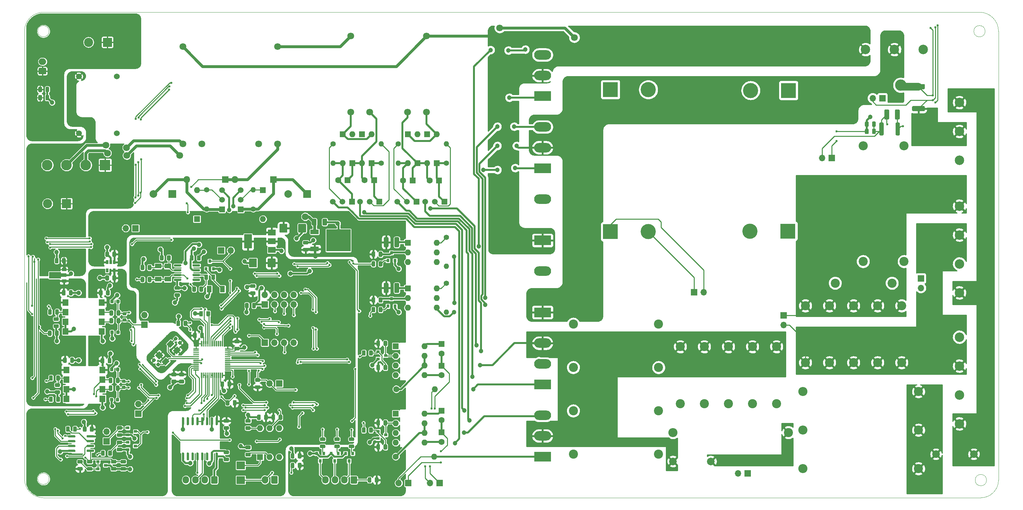
<source format=gbr>
%TF.GenerationSoftware,KiCad,Pcbnew,5.99.0-unknown-1f9723c~101~ubuntu18.04.1*%
%TF.CreationDate,2020-06-24T04:42:16+03:00*%
%TF.ProjectId,WaveUltrasonics,57617665-556c-4747-9261-736f6e696373,rev?*%
%TF.SameCoordinates,Original*%
%TF.FileFunction,Copper,L1,Top*%
%TF.FilePolarity,Positive*%
%FSLAX46Y46*%
G04 Gerber Fmt 4.6, Leading zero omitted, Abs format (unit mm)*
G04 Created by KiCad (PCBNEW 5.99.0-unknown-1f9723c~101~ubuntu18.04.1) date 2020-06-24 04:42:16*
%MOMM*%
%LPD*%
G01*
G04 APERTURE LIST*
%TA.AperFunction,Profile*%
%ADD10C,0.050000*%
%TD*%
%TA.AperFunction,ComponentPad*%
%ADD11O,1.700000X1.700000*%
%TD*%
%TA.AperFunction,ComponentPad*%
%ADD12R,1.700000X1.700000*%
%TD*%
%TA.AperFunction,SMDPad,CuDef*%
%ADD13R,1.520000X1.780000*%
%TD*%
%TA.AperFunction,SMDPad,CuDef*%
%ADD14R,1.520000X1.750000*%
%TD*%
%TA.AperFunction,ComponentPad*%
%ADD15C,2.500000*%
%TD*%
%TA.AperFunction,SMDPad,CuDef*%
%ADD16R,0.900000X0.800000*%
%TD*%
%TA.AperFunction,ComponentPad*%
%ADD17O,1.600000X1.600000*%
%TD*%
%TA.AperFunction,ComponentPad*%
%ADD18R,1.600000X1.600000*%
%TD*%
%TA.AperFunction,ComponentPad*%
%ADD19O,2.400000X2.400000*%
%TD*%
%TA.AperFunction,ComponentPad*%
%ADD20C,2.400000*%
%TD*%
%TA.AperFunction,SMDPad,CuDef*%
%ADD21R,2.250000X2.000000*%
%TD*%
%TA.AperFunction,ComponentPad*%
%ADD22C,1.524000*%
%TD*%
%TA.AperFunction,ComponentPad*%
%ADD23C,1.800000*%
%TD*%
%TA.AperFunction,SMDPad,CuDef*%
%ADD24R,6.400000X5.800000*%
%TD*%
%TA.AperFunction,SMDPad,CuDef*%
%ADD25R,2.200000X1.200000*%
%TD*%
%TA.AperFunction,ComponentPad*%
%ADD26O,1.400000X1.400000*%
%TD*%
%TA.AperFunction,ComponentPad*%
%ADD27C,1.400000*%
%TD*%
%TA.AperFunction,SMDPad,CuDef*%
%ADD28R,0.800000X0.900000*%
%TD*%
%TA.AperFunction,ComponentPad*%
%ADD29O,1.700000X1.950000*%
%TD*%
%TA.AperFunction,ComponentPad*%
%ADD30O,1.700000X2.000000*%
%TD*%
%TA.AperFunction,ComponentPad*%
%ADD31O,2.000000X1.700000*%
%TD*%
%TA.AperFunction,ComponentPad*%
%ADD32R,2.400000X2.400000*%
%TD*%
%TA.AperFunction,ComponentPad*%
%ADD33C,2.000000*%
%TD*%
%TA.AperFunction,ComponentPad*%
%ADD34C,4.000000*%
%TD*%
%TA.AperFunction,ComponentPad*%
%ADD35R,4.000000X4.000000*%
%TD*%
%TA.AperFunction,SMDPad,CuDef*%
%ADD36R,0.650000X1.060000*%
%TD*%
%TA.AperFunction,SMDPad,CuDef*%
%ADD37R,2.000000X1.500000*%
%TD*%
%TA.AperFunction,SMDPad,CuDef*%
%ADD38R,2.000000X3.800000*%
%TD*%
%TA.AperFunction,ComponentPad*%
%ADD39R,1.500000X1.500000*%
%TD*%
%TA.AperFunction,ComponentPad*%
%ADD40C,1.500000*%
%TD*%
%TA.AperFunction,SMDPad,CuDef*%
%ADD41R,1.300000X1.700000*%
%TD*%
%TA.AperFunction,SMDPad,CuDef*%
%ADD42R,1.700000X1.300000*%
%TD*%
%TA.AperFunction,SMDPad,CuDef*%
%ADD43R,1.300000X0.900000*%
%TD*%
%TA.AperFunction,ComponentPad*%
%ADD44C,1.600000*%
%TD*%
%TA.AperFunction,ComponentPad*%
%ADD45O,4.500000X2.500000*%
%TD*%
%TA.AperFunction,ComponentPad*%
%ADD46R,4.500000X2.500000*%
%TD*%
%TA.AperFunction,ComponentPad*%
%ADD47R,2.800000X2.800000*%
%TD*%
%TA.AperFunction,ComponentPad*%
%ADD48C,2.800000*%
%TD*%
%TA.AperFunction,ComponentPad*%
%ADD49O,1.800000X1.800000*%
%TD*%
%TA.AperFunction,ComponentPad*%
%ADD50R,1.800000X1.800000*%
%TD*%
%TA.AperFunction,ComponentPad*%
%ADD51R,2.000000X2.000000*%
%TD*%
%TA.AperFunction,ViaPad*%
%ADD52C,0.600000*%
%TD*%
%TA.AperFunction,ViaPad*%
%ADD53C,1.200000*%
%TD*%
%TA.AperFunction,ViaPad*%
%ADD54C,1.800000*%
%TD*%
%TA.AperFunction,ViaPad*%
%ADD55C,3.000000*%
%TD*%
%TA.AperFunction,Conductor*%
%ADD56C,0.250000*%
%TD*%
%TA.AperFunction,Conductor*%
%ADD57C,0.500000*%
%TD*%
%TA.AperFunction,Conductor*%
%ADD58C,0.750000*%
%TD*%
%TA.AperFunction,Conductor*%
%ADD59C,2.000000*%
%TD*%
%TA.AperFunction,Conductor*%
%ADD60C,0.254000*%
%TD*%
G04 APERTURE END LIST*
D10*
X66500000Y-63000000D02*
G75*
G02*
X71500000Y-58000000I5000000J0D01*
G01*
X73000000Y-63000000D02*
G75*
G03*
X73000000Y-63000000I-1500000J0D01*
G01*
X73000000Y-181000000D02*
G75*
G03*
X73000000Y-181000000I-1500000J0D01*
G01*
X71500000Y-186000000D02*
G75*
G02*
X66500000Y-181000000I0J5000000D01*
G01*
X319984000Y-63008000D02*
G75*
G03*
X319984000Y-63008000I-1500000J0D01*
G01*
X320348000Y-181348000D02*
G75*
G03*
X320348000Y-181348000I-1500000J0D01*
G01*
X323500000Y-181348000D02*
G75*
G02*
X318848000Y-186000000I-4652000J0D01*
G01*
X318500000Y-58000000D02*
G75*
G02*
X323500000Y-63000000I0J-5000000D01*
G01*
X66500000Y-181000000D02*
X66500000Y-63000000D01*
X318848000Y-186000000D02*
X71500000Y-186000000D01*
X323500000Y-63000000D02*
X323500000Y-181348000D01*
X71500000Y-58000000D02*
X318500000Y-58000000D01*
D11*
%TO.P,TP9,2,2*%
%TO.N,/ISENS+*%
X96520000Y-161290000D03*
D12*
%TO.P,TP9,1,1*%
%TO.N,/ISENS-*%
X96520000Y-163830000D03*
%TD*%
D11*
%TO.P,TP8,2,2*%
%TO.N,/VSENS+*%
X98171000Y-137795000D03*
D12*
%TO.P,TP8,1,1*%
%TO.N,/VSENS-*%
X98171000Y-140335000D03*
%TD*%
D11*
%TO.P,J2,8,Pin_8*%
%TO.N,/Mcu/MISC1*%
X137541000Y-132524500D03*
%TO.P,J2,7,Pin_7*%
%TO.N,/Mcu/MISC0*%
X137541000Y-135064500D03*
%TO.P,J2,6,Pin_6*%
%TO.N,/Mcu/MISC2*%
X135001000Y-132524500D03*
%TO.P,J2,5,Pin_5*%
%TO.N,/Mcu/HMI_SELF_TX*%
X135001000Y-135064500D03*
%TO.P,J2,4,Pin_4*%
%TO.N,GND*%
X132461000Y-132524500D03*
%TO.P,J2,3,Pin_3*%
%TO.N,/Mcu/HMI_SELF_RX*%
X132461000Y-135064500D03*
%TO.P,J2,2,Pin_2*%
%TO.N,VDD*%
X129921000Y-132524500D03*
D12*
%TO.P,J2,1,Pin_1*%
%TO.N,+5V*%
X129921000Y-135064500D03*
%TD*%
%TO.P,C56,2*%
%TO.N,-VDC*%
%TA.AperFunction,SMDPad,CuDef*%
G36*
G01*
X289237000Y-87046750D02*
X289237000Y-87959250D01*
G75*
G02*
X288993250Y-88203000I-243750J0D01*
G01*
X288505750Y-88203000D01*
G75*
G02*
X288262000Y-87959250I0J243750D01*
G01*
X288262000Y-87046750D01*
G75*
G02*
X288505750Y-86803000I243750J0D01*
G01*
X288993250Y-86803000D01*
G75*
G02*
X289237000Y-87046750I0J-243750D01*
G01*
G37*
%TD.AperFunction*%
%TO.P,C56,1*%
%TO.N,/VDIV*%
%TA.AperFunction,SMDPad,CuDef*%
G36*
G01*
X291112000Y-87046750D02*
X291112000Y-87959250D01*
G75*
G02*
X290868250Y-88203000I-243750J0D01*
G01*
X290380750Y-88203000D01*
G75*
G02*
X290137000Y-87959250I0J243750D01*
G01*
X290137000Y-87046750D01*
G75*
G02*
X290380750Y-86803000I243750J0D01*
G01*
X290868250Y-86803000D01*
G75*
G02*
X291112000Y-87046750I0J-243750D01*
G01*
G37*
%TD.AperFunction*%
%TD*%
D13*
%TO.P,U10,8,VDD2*%
%TO.N,VDDA*%
X86868000Y-134493000D03*
%TO.P,U10,7,OUT+*%
%TO.N,Net-(R5-Pad2)*%
X86868000Y-137033000D03*
%TO.P,U10,6,OUT-*%
%TO.N,Net-(R6-Pad2)*%
X86868000Y-139573000D03*
%TO.P,U10,5,GND2*%
%TO.N,GND*%
X86868000Y-142113000D03*
%TO.P,U10,4,GND1*%
%TO.N,GND1*%
X77348000Y-142113000D03*
%TO.P,U10,3,IN-*%
X77348000Y-139573000D03*
D14*
%TO.P,U10,2,IN+*%
%TO.N,Net-(C44-Pad1)*%
X77348000Y-137033000D03*
D13*
%TO.P,U10,1,VDD1*%
%TO.N,Net-(C43-Pad2)*%
X77348000Y-134493000D03*
%TD*%
%TO.P,U3,8,V+*%
%TO.N,VDDA*%
%TA.AperFunction,SMDPad,CuDef*%
G36*
G01*
X82923000Y-169949000D02*
X82923000Y-169649000D01*
G75*
G02*
X83073000Y-169499000I150000J0D01*
G01*
X84723000Y-169499000D01*
G75*
G02*
X84873000Y-169649000I0J-150000D01*
G01*
X84873000Y-169949000D01*
G75*
G02*
X84723000Y-170099000I-150000J0D01*
G01*
X83073000Y-170099000D01*
G75*
G02*
X82923000Y-169949000I0J150000D01*
G01*
G37*
%TD.AperFunction*%
%TO.P,U3,7*%
%TO.N,Net-(R18-Pad2)*%
%TA.AperFunction,SMDPad,CuDef*%
G36*
G01*
X82923000Y-171219000D02*
X82923000Y-170919000D01*
G75*
G02*
X83073000Y-170769000I150000J0D01*
G01*
X84723000Y-170769000D01*
G75*
G02*
X84873000Y-170919000I0J-150000D01*
G01*
X84873000Y-171219000D01*
G75*
G02*
X84723000Y-171369000I-150000J0D01*
G01*
X83073000Y-171369000D01*
G75*
G02*
X82923000Y-171219000I0J150000D01*
G01*
G37*
%TD.AperFunction*%
%TO.P,U3,6,-*%
%TO.N,Net-(R9-Pad2)*%
%TA.AperFunction,SMDPad,CuDef*%
G36*
G01*
X82923000Y-172489000D02*
X82923000Y-172189000D01*
G75*
G02*
X83073000Y-172039000I150000J0D01*
G01*
X84723000Y-172039000D01*
G75*
G02*
X84873000Y-172189000I0J-150000D01*
G01*
X84873000Y-172489000D01*
G75*
G02*
X84723000Y-172639000I-150000J0D01*
G01*
X83073000Y-172639000D01*
G75*
G02*
X82923000Y-172489000I0J150000D01*
G01*
G37*
%TD.AperFunction*%
%TO.P,U3,5,+*%
%TO.N,Net-(C22-Pad1)*%
%TA.AperFunction,SMDPad,CuDef*%
G36*
G01*
X82923000Y-173759000D02*
X82923000Y-173459000D01*
G75*
G02*
X83073000Y-173309000I150000J0D01*
G01*
X84723000Y-173309000D01*
G75*
G02*
X84873000Y-173459000I0J-150000D01*
G01*
X84873000Y-173759000D01*
G75*
G02*
X84723000Y-173909000I-150000J0D01*
G01*
X83073000Y-173909000D01*
G75*
G02*
X82923000Y-173759000I0J150000D01*
G01*
G37*
%TD.AperFunction*%
%TO.P,U3,4,V-*%
%TO.N,GND*%
%TA.AperFunction,SMDPad,CuDef*%
G36*
G01*
X77973000Y-173759000D02*
X77973000Y-173459000D01*
G75*
G02*
X78123000Y-173309000I150000J0D01*
G01*
X79773000Y-173309000D01*
G75*
G02*
X79923000Y-173459000I0J-150000D01*
G01*
X79923000Y-173759000D01*
G75*
G02*
X79773000Y-173909000I-150000J0D01*
G01*
X78123000Y-173909000D01*
G75*
G02*
X77973000Y-173759000I0J150000D01*
G01*
G37*
%TD.AperFunction*%
%TO.P,U3,3,+*%
%TO.N,Net-(C22-Pad1)*%
%TA.AperFunction,SMDPad,CuDef*%
G36*
G01*
X77973000Y-172489000D02*
X77973000Y-172189000D01*
G75*
G02*
X78123000Y-172039000I150000J0D01*
G01*
X79773000Y-172039000D01*
G75*
G02*
X79923000Y-172189000I0J-150000D01*
G01*
X79923000Y-172489000D01*
G75*
G02*
X79773000Y-172639000I-150000J0D01*
G01*
X78123000Y-172639000D01*
G75*
G02*
X77973000Y-172489000I0J150000D01*
G01*
G37*
%TD.AperFunction*%
%TO.P,U3,2,-*%
%TO.N,Net-(R7-Pad2)*%
%TA.AperFunction,SMDPad,CuDef*%
G36*
G01*
X77973000Y-171219000D02*
X77973000Y-170919000D01*
G75*
G02*
X78123000Y-170769000I150000J0D01*
G01*
X79773000Y-170769000D01*
G75*
G02*
X79923000Y-170919000I0J-150000D01*
G01*
X79923000Y-171219000D01*
G75*
G02*
X79773000Y-171369000I-150000J0D01*
G01*
X78123000Y-171369000D01*
G75*
G02*
X77973000Y-171219000I0J150000D01*
G01*
G37*
%TD.AperFunction*%
%TO.P,U3,1*%
%TO.N,Net-(R17-Pad2)*%
%TA.AperFunction,SMDPad,CuDef*%
G36*
G01*
X77973000Y-169949000D02*
X77973000Y-169649000D01*
G75*
G02*
X78123000Y-169499000I150000J0D01*
G01*
X79773000Y-169499000D01*
G75*
G02*
X79923000Y-169649000I0J-150000D01*
G01*
X79923000Y-169949000D01*
G75*
G02*
X79773000Y-170099000I-150000J0D01*
G01*
X78123000Y-170099000D01*
G75*
G02*
X77973000Y-169949000I0J150000D01*
G01*
G37*
%TD.AperFunction*%
%TD*%
%TO.P,R25,2*%
%TO.N,-VDC*%
%TA.AperFunction,SMDPad,CuDef*%
G36*
G01*
X289237000Y-88951750D02*
X289237000Y-89864250D01*
G75*
G02*
X288993250Y-90108000I-243750J0D01*
G01*
X288505750Y-90108000D01*
G75*
G02*
X288262000Y-89864250I0J243750D01*
G01*
X288262000Y-88951750D01*
G75*
G02*
X288505750Y-88708000I243750J0D01*
G01*
X288993250Y-88708000D01*
G75*
G02*
X289237000Y-88951750I0J-243750D01*
G01*
G37*
%TD.AperFunction*%
%TO.P,R25,1*%
%TO.N,/VDIV*%
%TA.AperFunction,SMDPad,CuDef*%
G36*
G01*
X291112000Y-88951750D02*
X291112000Y-89864250D01*
G75*
G02*
X290868250Y-90108000I-243750J0D01*
G01*
X290380750Y-90108000D01*
G75*
G02*
X290137000Y-89864250I0J243750D01*
G01*
X290137000Y-88951750D01*
G75*
G02*
X290380750Y-88708000I243750J0D01*
G01*
X290868250Y-88708000D01*
G75*
G02*
X291112000Y-88951750I0J-243750D01*
G01*
G37*
%TD.AperFunction*%
%TD*%
%TO.P,R23,2*%
%TO.N,/VDIV*%
%TA.AperFunction,SMDPad,CuDef*%
G36*
G01*
X293200125Y-87322998D02*
X293200125Y-90223002D01*
G75*
G02*
X292950127Y-90473000I-249998J0D01*
G01*
X292325123Y-90473000D01*
G75*
G02*
X292075125Y-90223002I0J249998D01*
G01*
X292075125Y-87322998D01*
G75*
G02*
X292325123Y-87073000I249998J0D01*
G01*
X292950127Y-87073000D01*
G75*
G02*
X293200125Y-87322998I0J-249998D01*
G01*
G37*
%TD.AperFunction*%
%TO.P,R23,1*%
%TO.N,Net-(C25-Pad1)*%
%TA.AperFunction,SMDPad,CuDef*%
G36*
G01*
X297475125Y-87322998D02*
X297475125Y-90223002D01*
G75*
G02*
X297225127Y-90473000I-249998J0D01*
G01*
X296600123Y-90473000D01*
G75*
G02*
X296350125Y-90223002I0J249998D01*
G01*
X296350125Y-87322998D01*
G75*
G02*
X296600123Y-87073000I249998J0D01*
G01*
X297225127Y-87073000D01*
G75*
G02*
X297475125Y-87322998I0J-249998D01*
G01*
G37*
%TD.AperFunction*%
%TD*%
%TO.P,C74,2*%
%TO.N,+5V*%
%TA.AperFunction,SMDPad,CuDef*%
G36*
G01*
X140235750Y-120121000D02*
X141148250Y-120121000D01*
G75*
G02*
X141392000Y-120364750I0J-243750D01*
G01*
X141392000Y-120852250D01*
G75*
G02*
X141148250Y-121096000I-243750J0D01*
G01*
X140235750Y-121096000D01*
G75*
G02*
X139992000Y-120852250I0J243750D01*
G01*
X139992000Y-120364750D01*
G75*
G02*
X140235750Y-120121000I243750J0D01*
G01*
G37*
%TD.AperFunction*%
%TO.P,C74,1*%
%TO.N,GND*%
%TA.AperFunction,SMDPad,CuDef*%
G36*
G01*
X140235750Y-118246000D02*
X141148250Y-118246000D01*
G75*
G02*
X141392000Y-118489750I0J-243750D01*
G01*
X141392000Y-118977250D01*
G75*
G02*
X141148250Y-119221000I-243750J0D01*
G01*
X140235750Y-119221000D01*
G75*
G02*
X139992000Y-118977250I0J243750D01*
G01*
X139992000Y-118489750D01*
G75*
G02*
X140235750Y-118246000I243750J0D01*
G01*
G37*
%TD.AperFunction*%
%TD*%
%TO.P,C55,2*%
%TO.N,/VDIV*%
%TA.AperFunction,SMDPad,CuDef*%
G36*
G01*
X294635125Y-83888000D02*
X294635125Y-86038000D01*
G75*
G02*
X294385125Y-86288000I-250000J0D01*
G01*
X293635125Y-86288000D01*
G75*
G02*
X293385125Y-86038000I0J250000D01*
G01*
X293385125Y-83888000D01*
G75*
G02*
X293635125Y-83638000I250000J0D01*
G01*
X294385125Y-83638000D01*
G75*
G02*
X294635125Y-83888000I0J-250000D01*
G01*
G37*
%TD.AperFunction*%
%TO.P,C55,1*%
%TO.N,Net-(C25-Pad1)*%
%TA.AperFunction,SMDPad,CuDef*%
G36*
G01*
X297435125Y-83888000D02*
X297435125Y-86038000D01*
G75*
G02*
X297185125Y-86288000I-250000J0D01*
G01*
X296435125Y-86288000D01*
G75*
G02*
X296185125Y-86038000I0J250000D01*
G01*
X296185125Y-83888000D01*
G75*
G02*
X296435125Y-83638000I250000J0D01*
G01*
X297185125Y-83638000D01*
G75*
G02*
X297435125Y-83888000I0J-250000D01*
G01*
G37*
%TD.AperFunction*%
%TD*%
%TO.P,C44,2*%
%TO.N,GND1*%
%TA.AperFunction,SMDPad,CuDef*%
G36*
G01*
X74412750Y-140277000D02*
X75325250Y-140277000D01*
G75*
G02*
X75569000Y-140520750I0J-243750D01*
G01*
X75569000Y-141008250D01*
G75*
G02*
X75325250Y-141252000I-243750J0D01*
G01*
X74412750Y-141252000D01*
G75*
G02*
X74169000Y-141008250I0J243750D01*
G01*
X74169000Y-140520750D01*
G75*
G02*
X74412750Y-140277000I243750J0D01*
G01*
G37*
%TD.AperFunction*%
%TO.P,C44,1*%
%TO.N,Net-(C44-Pad1)*%
%TA.AperFunction,SMDPad,CuDef*%
G36*
G01*
X74412750Y-138402000D02*
X75325250Y-138402000D01*
G75*
G02*
X75569000Y-138645750I0J-243750D01*
G01*
X75569000Y-139133250D01*
G75*
G02*
X75325250Y-139377000I-243750J0D01*
G01*
X74412750Y-139377000D01*
G75*
G02*
X74169000Y-139133250I0J243750D01*
G01*
X74169000Y-138645750D01*
G75*
G02*
X74412750Y-138402000I243750J0D01*
G01*
G37*
%TD.AperFunction*%
%TD*%
%TO.P,C43,2*%
%TO.N,Net-(C43-Pad2)*%
%TA.AperFunction,SMDPad,CuDef*%
G36*
G01*
X77340000Y-131496750D02*
X77340000Y-132409250D01*
G75*
G02*
X77096250Y-132653000I-243750J0D01*
G01*
X76608750Y-132653000D01*
G75*
G02*
X76365000Y-132409250I0J243750D01*
G01*
X76365000Y-131496750D01*
G75*
G02*
X76608750Y-131253000I243750J0D01*
G01*
X77096250Y-131253000D01*
G75*
G02*
X77340000Y-131496750I0J-243750D01*
G01*
G37*
%TD.AperFunction*%
%TO.P,C43,1*%
%TO.N,GND1*%
%TA.AperFunction,SMDPad,CuDef*%
G36*
G01*
X79215000Y-131496750D02*
X79215000Y-132409250D01*
G75*
G02*
X78971250Y-132653000I-243750J0D01*
G01*
X78483750Y-132653000D01*
G75*
G02*
X78240000Y-132409250I0J243750D01*
G01*
X78240000Y-131496750D01*
G75*
G02*
X78483750Y-131253000I243750J0D01*
G01*
X78971250Y-131253000D01*
G75*
G02*
X79215000Y-131496750I0J-243750D01*
G01*
G37*
%TD.AperFunction*%
%TD*%
%TO.P,C42,2*%
%TO.N,VDDA*%
%TA.AperFunction,SMDPad,CuDef*%
G36*
G01*
X87119000Y-131496750D02*
X87119000Y-132409250D01*
G75*
G02*
X86875250Y-132653000I-243750J0D01*
G01*
X86387750Y-132653000D01*
G75*
G02*
X86144000Y-132409250I0J243750D01*
G01*
X86144000Y-131496750D01*
G75*
G02*
X86387750Y-131253000I243750J0D01*
G01*
X86875250Y-131253000D01*
G75*
G02*
X87119000Y-131496750I0J-243750D01*
G01*
G37*
%TD.AperFunction*%
%TO.P,C42,1*%
%TO.N,GND*%
%TA.AperFunction,SMDPad,CuDef*%
G36*
G01*
X88994000Y-131496750D02*
X88994000Y-132409250D01*
G75*
G02*
X88750250Y-132653000I-243750J0D01*
G01*
X88262750Y-132653000D01*
G75*
G02*
X88019000Y-132409250I0J243750D01*
G01*
X88019000Y-131496750D01*
G75*
G02*
X88262750Y-131253000I243750J0D01*
G01*
X88750250Y-131253000D01*
G75*
G02*
X88994000Y-131496750I0J-243750D01*
G01*
G37*
%TD.AperFunction*%
%TD*%
%TO.P,C41,2*%
%TO.N,GND*%
%TA.AperFunction,SMDPad,CuDef*%
G36*
G01*
X89921500Y-159890750D02*
X89921500Y-160403250D01*
G75*
G02*
X89702750Y-160622000I-218750J0D01*
G01*
X89265250Y-160622000D01*
G75*
G02*
X89046500Y-160403250I0J218750D01*
G01*
X89046500Y-159890750D01*
G75*
G02*
X89265250Y-159672000I218750J0D01*
G01*
X89702750Y-159672000D01*
G75*
G02*
X89921500Y-159890750I0J-218750D01*
G01*
G37*
%TD.AperFunction*%
%TO.P,C41,1*%
%TO.N,/ISENS-*%
%TA.AperFunction,SMDPad,CuDef*%
G36*
G01*
X91496500Y-159890750D02*
X91496500Y-160403250D01*
G75*
G02*
X91277750Y-160622000I-218750J0D01*
G01*
X90840250Y-160622000D01*
G75*
G02*
X90621500Y-160403250I0J218750D01*
G01*
X90621500Y-159890750D01*
G75*
G02*
X90840250Y-159672000I218750J0D01*
G01*
X91277750Y-159672000D01*
G75*
G02*
X91496500Y-159890750I0J-218750D01*
G01*
G37*
%TD.AperFunction*%
%TD*%
%TO.P,C38,2*%
%TO.N,/ISENS-*%
%TA.AperFunction,SMDPad,CuDef*%
G36*
G01*
X92453750Y-156433000D02*
X92966250Y-156433000D01*
G75*
G02*
X93185000Y-156651750I0J-218750D01*
G01*
X93185000Y-157089250D01*
G75*
G02*
X92966250Y-157308000I-218750J0D01*
G01*
X92453750Y-157308000D01*
G75*
G02*
X92235000Y-157089250I0J218750D01*
G01*
X92235000Y-156651750D01*
G75*
G02*
X92453750Y-156433000I218750J0D01*
G01*
G37*
%TD.AperFunction*%
%TO.P,C38,1*%
%TO.N,/ISENS+*%
%TA.AperFunction,SMDPad,CuDef*%
G36*
G01*
X92453750Y-154858000D02*
X92966250Y-154858000D01*
G75*
G02*
X93185000Y-155076750I0J-218750D01*
G01*
X93185000Y-155514250D01*
G75*
G02*
X92966250Y-155733000I-218750J0D01*
G01*
X92453750Y-155733000D01*
G75*
G02*
X92235000Y-155514250I0J218750D01*
G01*
X92235000Y-155076750D01*
G75*
G02*
X92453750Y-154858000I218750J0D01*
G01*
G37*
%TD.AperFunction*%
%TD*%
%TO.P,C7,2*%
%TO.N,/ISENS+*%
%TA.AperFunction,SMDPad,CuDef*%
G36*
G01*
X90647000Y-152402250D02*
X90647000Y-151889750D01*
G75*
G02*
X90865750Y-151671000I218750J0D01*
G01*
X91303250Y-151671000D01*
G75*
G02*
X91522000Y-151889750I0J-218750D01*
G01*
X91522000Y-152402250D01*
G75*
G02*
X91303250Y-152621000I-218750J0D01*
G01*
X90865750Y-152621000D01*
G75*
G02*
X90647000Y-152402250I0J218750D01*
G01*
G37*
%TD.AperFunction*%
%TO.P,C7,1*%
%TO.N,GND*%
%TA.AperFunction,SMDPad,CuDef*%
G36*
G01*
X89072000Y-152402250D02*
X89072000Y-151889750D01*
G75*
G02*
X89290750Y-151671000I218750J0D01*
G01*
X89728250Y-151671000D01*
G75*
G02*
X89947000Y-151889750I0J-218750D01*
G01*
X89947000Y-152402250D01*
G75*
G02*
X89728250Y-152621000I-218750J0D01*
G01*
X89290750Y-152621000D01*
G75*
G02*
X89072000Y-152402250I0J218750D01*
G01*
G37*
%TD.AperFunction*%
%TD*%
%TO.P,C6,2*%
%TO.N,GND*%
%TA.AperFunction,SMDPad,CuDef*%
G36*
G01*
X90013000Y-142110750D02*
X90013000Y-142623250D01*
G75*
G02*
X89794250Y-142842000I-218750J0D01*
G01*
X89356750Y-142842000D01*
G75*
G02*
X89138000Y-142623250I0J218750D01*
G01*
X89138000Y-142110750D01*
G75*
G02*
X89356750Y-141892000I218750J0D01*
G01*
X89794250Y-141892000D01*
G75*
G02*
X90013000Y-142110750I0J-218750D01*
G01*
G37*
%TD.AperFunction*%
%TO.P,C6,1*%
%TO.N,/VSENS-*%
%TA.AperFunction,SMDPad,CuDef*%
G36*
G01*
X91588000Y-142110750D02*
X91588000Y-142623250D01*
G75*
G02*
X91369250Y-142842000I-218750J0D01*
G01*
X90931750Y-142842000D01*
G75*
G02*
X90713000Y-142623250I0J218750D01*
G01*
X90713000Y-142110750D01*
G75*
G02*
X90931750Y-141892000I218750J0D01*
G01*
X91369250Y-141892000D01*
G75*
G02*
X91588000Y-142110750I0J-218750D01*
G01*
G37*
%TD.AperFunction*%
%TD*%
%TO.P,C5,2*%
%TO.N,/VSENS-*%
%TA.AperFunction,SMDPad,CuDef*%
G36*
G01*
X92646750Y-138653000D02*
X93159250Y-138653000D01*
G75*
G02*
X93378000Y-138871750I0J-218750D01*
G01*
X93378000Y-139309250D01*
G75*
G02*
X93159250Y-139528000I-218750J0D01*
G01*
X92646750Y-139528000D01*
G75*
G02*
X92428000Y-139309250I0J218750D01*
G01*
X92428000Y-138871750D01*
G75*
G02*
X92646750Y-138653000I218750J0D01*
G01*
G37*
%TD.AperFunction*%
%TO.P,C5,1*%
%TO.N,/VSENS+*%
%TA.AperFunction,SMDPad,CuDef*%
G36*
G01*
X92646750Y-137078000D02*
X93159250Y-137078000D01*
G75*
G02*
X93378000Y-137296750I0J-218750D01*
G01*
X93378000Y-137734250D01*
G75*
G02*
X93159250Y-137953000I-218750J0D01*
G01*
X92646750Y-137953000D01*
G75*
G02*
X92428000Y-137734250I0J218750D01*
G01*
X92428000Y-137296750D01*
G75*
G02*
X92646750Y-137078000I218750J0D01*
G01*
G37*
%TD.AperFunction*%
%TD*%
%TO.P,C4,2*%
%TO.N,/VSENS+*%
%TA.AperFunction,SMDPad,CuDef*%
G36*
G01*
X90713000Y-134495250D02*
X90713000Y-133982750D01*
G75*
G02*
X90931750Y-133764000I218750J0D01*
G01*
X91369250Y-133764000D01*
G75*
G02*
X91588000Y-133982750I0J-218750D01*
G01*
X91588000Y-134495250D01*
G75*
G02*
X91369250Y-134714000I-218750J0D01*
G01*
X90931750Y-134714000D01*
G75*
G02*
X90713000Y-134495250I0J218750D01*
G01*
G37*
%TD.AperFunction*%
%TO.P,C4,1*%
%TO.N,GND*%
%TA.AperFunction,SMDPad,CuDef*%
G36*
G01*
X89138000Y-134495250D02*
X89138000Y-133982750D01*
G75*
G02*
X89356750Y-133764000I218750J0D01*
G01*
X89794250Y-133764000D01*
G75*
G02*
X90013000Y-133982750I0J-218750D01*
G01*
X90013000Y-134495250D01*
G75*
G02*
X89794250Y-134714000I-218750J0D01*
G01*
X89356750Y-134714000D01*
G75*
G02*
X89138000Y-134495250I0J218750D01*
G01*
G37*
%TD.AperFunction*%
%TD*%
D15*
%TO.P,J1,3,Pin_3*%
%TO.N,-VDC*%
X303657000Y-67818000D03*
%TO.P,J1,2,Pin_2*%
%TO.N,NEUT*%
X296037000Y-67818000D03*
%TO.P,J1,1,Pin_1*%
%TO.N,LINE*%
X288417000Y-67818000D03*
%TD*%
D16*
%TO.P,Q23,3,C*%
%TO.N,Net-(Q23-Pad3)*%
X161782000Y-169418000D03*
%TO.P,Q23,2,E*%
%TO.N,GND*%
X159782000Y-170368000D03*
%TO.P,Q23,1,B*%
%TO.N,Net-(Q23-Pad1)*%
X159782000Y-168468000D03*
%TD*%
D17*
%TO.P,U9,8,VCC*%
%TO.N,/GATE2_V+*%
X172085000Y-163830000D03*
%TO.P,U9,4,NC*%
%TO.N,N/C*%
X164465000Y-171450000D03*
%TO.P,U9,7,VO*%
%TO.N,Net-(R15-Pad1)*%
X172085000Y-166370000D03*
%TO.P,U9,3,C*%
%TO.N,GND*%
X164465000Y-168910000D03*
%TO.P,U9,6,VO*%
%TO.N,Net-(R15-Pad1)*%
X172085000Y-168910000D03*
%TO.P,U9,2,A*%
%TO.N,Net-(Q23-Pad3)*%
X164465000Y-166370000D03*
%TO.P,U9,5,VEE*%
%TO.N,/GATE2_V-*%
X172085000Y-171450000D03*
D18*
%TO.P,U9,1,NC*%
%TO.N,N/C*%
X164465000Y-163830000D03*
%TD*%
D11*
%TO.P,TP13,2,2*%
%TO.N,GND*%
X93218000Y-114935000D03*
D12*
%TO.P,TP13,1,1*%
%TO.N,/PHASE+*%
X95758000Y-114935000D03*
%TD*%
D19*
%TO.P,R76,2*%
%TO.N,-VDC*%
X271907000Y-178308000D03*
D20*
%TO.P,R76,1*%
%TO.N,Net-(C73-Pad2)*%
X302387000Y-178308000D03*
%TD*%
%TO.P,C37,2*%
%TO.N,+VDC*%
X211307000Y-174498000D03*
%TO.P,C37,1*%
%TO.N,-VDC*%
X233807000Y-174498000D03*
%TD*%
%TA.AperFunction,SMDPad,CuDef*%
%TO.P,Y1,3,3*%
%TO.N,Net-(C15-Pad2)*%
G36*
X104959685Y-146491708D02*
G01*
X103969736Y-145501759D01*
X105101107Y-144370388D01*
X106091056Y-145360337D01*
X104959685Y-146491708D01*
G37*
%TD.AperFunction*%
%TA.AperFunction,SMDPad,CuDef*%
%TO.P,Y1,2,2*%
%TO.N,GND*%
G36*
X106656741Y-148188764D02*
G01*
X105666792Y-147198815D01*
X106798163Y-146067444D01*
X107788112Y-147057393D01*
X106656741Y-148188764D01*
G37*
%TD.AperFunction*%
%TA.AperFunction,SMDPad,CuDef*%
%TO.P,Y1,1,1*%
%TO.N,Net-(C39-Pad2)*%
G36*
X103686893Y-151158612D02*
G01*
X102696944Y-150168663D01*
X103828315Y-149037292D01*
X104818264Y-150027241D01*
X103686893Y-151158612D01*
G37*
%TD.AperFunction*%
%TA.AperFunction,SMDPad,CuDef*%
%TO.P,Y1,4,4*%
%TO.N,GND*%
G36*
X102060548Y-149478527D02*
G01*
X100982917Y-148400896D01*
X102060548Y-147323265D01*
X103138179Y-148400896D01*
X102060548Y-149478527D01*
G37*
%TD.AperFunction*%
%TD*%
D21*
%TO.P,D29,2,A2*%
%TO.N,Net-(D29-Pad2)*%
X123571000Y-181320000D03*
%TO.P,D29,1,A1*%
%TO.N,Net-(D29-Pad1)*%
X123571000Y-177455000D03*
%TD*%
D22*
%TO.P,L1,1,1*%
%TO.N,Vdrive*%
X80852000Y-89923000D03*
%TO.P,L1,4,4*%
%TO.N,GND1*%
X90852000Y-89923000D03*
%TO.P,L1,3,3*%
%TO.N,GND2*%
X90852000Y-74923000D03*
%TO.P,L1,2,2*%
%TO.N,VEE*%
X80852000Y-74923000D03*
%TD*%
D23*
%TO.P,T2,6,SD*%
%TO.N,Net-(D7-Pad3)*%
X108277000Y-92733000D03*
%TO.P,T2,5,SC*%
%TO.N,Net-(D7-Pad2)*%
X113277000Y-92733000D03*
%TO.P,T2,4,SB*%
%TO.N,GND*%
X128277000Y-92733000D03*
%TO.P,T2,3,SA*%
%TO.N,/PHASE+*%
X133277000Y-92733000D03*
%TO.P,T2,2,AB*%
%TO.N,NEUT*%
X133277000Y-67033000D03*
%TO.P,T2,1,AA*%
%TO.N,LINE*%
X108277000Y-67033000D03*
%TD*%
%TO.P,C68,2*%
%TO.N,+5V*%
%TA.AperFunction,SMDPad,CuDef*%
G36*
G01*
X138626000Y-175398750D02*
X138626000Y-174486250D01*
G75*
G02*
X138869750Y-174242500I243750J0D01*
G01*
X139357250Y-174242500D01*
G75*
G02*
X139601000Y-174486250I0J-243750D01*
G01*
X139601000Y-175398750D01*
G75*
G02*
X139357250Y-175642500I-243750J0D01*
G01*
X138869750Y-175642500D01*
G75*
G02*
X138626000Y-175398750I0J243750D01*
G01*
G37*
%TD.AperFunction*%
%TO.P,C68,1*%
%TO.N,GND*%
%TA.AperFunction,SMDPad,CuDef*%
G36*
G01*
X136751000Y-175398750D02*
X136751000Y-174486250D01*
G75*
G02*
X136994750Y-174242500I243750J0D01*
G01*
X137482250Y-174242500D01*
G75*
G02*
X137726000Y-174486250I0J-243750D01*
G01*
X137726000Y-175398750D01*
G75*
G02*
X137482250Y-175642500I-243750J0D01*
G01*
X136994750Y-175642500D01*
G75*
G02*
X136751000Y-175398750I0J243750D01*
G01*
G37*
%TD.AperFunction*%
%TD*%
%TO.P,C48,2*%
%TO.N,Vdrive*%
%TA.AperFunction,SMDPad,CuDef*%
G36*
G01*
X71129500Y-80061750D02*
X71129500Y-80974250D01*
G75*
G02*
X70885750Y-81218000I-243750J0D01*
G01*
X70398250Y-81218000D01*
G75*
G02*
X70154500Y-80974250I0J243750D01*
G01*
X70154500Y-80061750D01*
G75*
G02*
X70398250Y-79818000I243750J0D01*
G01*
X70885750Y-79818000D01*
G75*
G02*
X71129500Y-80061750I0J-243750D01*
G01*
G37*
%TD.AperFunction*%
%TO.P,C48,1*%
%TO.N,GND2*%
%TA.AperFunction,SMDPad,CuDef*%
G36*
G01*
X73004500Y-80061750D02*
X73004500Y-80974250D01*
G75*
G02*
X72760750Y-81218000I-243750J0D01*
G01*
X72273250Y-81218000D01*
G75*
G02*
X72029500Y-80974250I0J243750D01*
G01*
X72029500Y-80061750D01*
G75*
G02*
X72273250Y-79818000I243750J0D01*
G01*
X72760750Y-79818000D01*
G75*
G02*
X73004500Y-80061750I0J-243750D01*
G01*
G37*
%TD.AperFunction*%
%TD*%
%TO.P,U17,48,VDD*%
%TO.N,VDD*%
%TA.AperFunction,SMDPad,CuDef*%
G36*
G01*
X113051000Y-146042500D02*
X113051000Y-144717500D01*
G75*
G02*
X113126000Y-144642500I75000J0D01*
G01*
X113276000Y-144642500D01*
G75*
G02*
X113351000Y-144717500I0J-75000D01*
G01*
X113351000Y-146042500D01*
G75*
G02*
X113276000Y-146117500I-75000J0D01*
G01*
X113126000Y-146117500D01*
G75*
G02*
X113051000Y-146042500I0J75000D01*
G01*
G37*
%TD.AperFunction*%
%TO.P,U17,47,VSS*%
%TO.N,GND*%
%TA.AperFunction,SMDPad,CuDef*%
G36*
G01*
X113551000Y-146042500D02*
X113551000Y-144717500D01*
G75*
G02*
X113626000Y-144642500I75000J0D01*
G01*
X113776000Y-144642500D01*
G75*
G02*
X113851000Y-144717500I0J-75000D01*
G01*
X113851000Y-146042500D01*
G75*
G02*
X113776000Y-146117500I-75000J0D01*
G01*
X113626000Y-146117500D01*
G75*
G02*
X113551000Y-146042500I0J75000D01*
G01*
G37*
%TD.AperFunction*%
%TO.P,U17,46,PB9*%
%TO.N,/THRISTOR1_DRV*%
%TA.AperFunction,SMDPad,CuDef*%
G36*
G01*
X114051000Y-146042500D02*
X114051000Y-144717500D01*
G75*
G02*
X114126000Y-144642500I75000J0D01*
G01*
X114276000Y-144642500D01*
G75*
G02*
X114351000Y-144717500I0J-75000D01*
G01*
X114351000Y-146042500D01*
G75*
G02*
X114276000Y-146117500I-75000J0D01*
G01*
X114126000Y-146117500D01*
G75*
G02*
X114051000Y-146042500I0J75000D01*
G01*
G37*
%TD.AperFunction*%
%TO.P,U17,45,PB8*%
%TO.N,/THRISTOR0_DRV*%
%TA.AperFunction,SMDPad,CuDef*%
G36*
G01*
X114551000Y-146042500D02*
X114551000Y-144717500D01*
G75*
G02*
X114626000Y-144642500I75000J0D01*
G01*
X114776000Y-144642500D01*
G75*
G02*
X114851000Y-144717500I0J-75000D01*
G01*
X114851000Y-146042500D01*
G75*
G02*
X114776000Y-146117500I-75000J0D01*
G01*
X114626000Y-146117500D01*
G75*
G02*
X114551000Y-146042500I0J75000D01*
G01*
G37*
%TD.AperFunction*%
%TO.P,U17,44,BOOT0*%
%TO.N,Net-(R58-Pad1)*%
%TA.AperFunction,SMDPad,CuDef*%
G36*
G01*
X115051000Y-146042500D02*
X115051000Y-144717500D01*
G75*
G02*
X115126000Y-144642500I75000J0D01*
G01*
X115276000Y-144642500D01*
G75*
G02*
X115351000Y-144717500I0J-75000D01*
G01*
X115351000Y-146042500D01*
G75*
G02*
X115276000Y-146117500I-75000J0D01*
G01*
X115126000Y-146117500D01*
G75*
G02*
X115051000Y-146042500I0J75000D01*
G01*
G37*
%TD.AperFunction*%
%TO.P,U17,43,PB7*%
%TO.N,/Mcu/HMI_SELF_RX*%
%TA.AperFunction,SMDPad,CuDef*%
G36*
G01*
X115551000Y-146042500D02*
X115551000Y-144717500D01*
G75*
G02*
X115626000Y-144642500I75000J0D01*
G01*
X115776000Y-144642500D01*
G75*
G02*
X115851000Y-144717500I0J-75000D01*
G01*
X115851000Y-146042500D01*
G75*
G02*
X115776000Y-146117500I-75000J0D01*
G01*
X115626000Y-146117500D01*
G75*
G02*
X115551000Y-146042500I0J75000D01*
G01*
G37*
%TD.AperFunction*%
%TO.P,U17,42,PB6*%
%TO.N,/Mcu/HMI_SELF_TX*%
%TA.AperFunction,SMDPad,CuDef*%
G36*
G01*
X116051000Y-146042500D02*
X116051000Y-144717500D01*
G75*
G02*
X116126000Y-144642500I75000J0D01*
G01*
X116276000Y-144642500D01*
G75*
G02*
X116351000Y-144717500I0J-75000D01*
G01*
X116351000Y-146042500D01*
G75*
G02*
X116276000Y-146117500I-75000J0D01*
G01*
X116126000Y-146117500D01*
G75*
G02*
X116051000Y-146042500I0J75000D01*
G01*
G37*
%TD.AperFunction*%
%TO.P,U17,41,PB5*%
%TO.N,/Mcu/MISC0*%
%TA.AperFunction,SMDPad,CuDef*%
G36*
G01*
X116551000Y-146042500D02*
X116551000Y-144717500D01*
G75*
G02*
X116626000Y-144642500I75000J0D01*
G01*
X116776000Y-144642500D01*
G75*
G02*
X116851000Y-144717500I0J-75000D01*
G01*
X116851000Y-146042500D01*
G75*
G02*
X116776000Y-146117500I-75000J0D01*
G01*
X116626000Y-146117500D01*
G75*
G02*
X116551000Y-146042500I0J75000D01*
G01*
G37*
%TD.AperFunction*%
%TO.P,U17,40,PB4*%
%TO.N,N/C*%
%TA.AperFunction,SMDPad,CuDef*%
G36*
G01*
X117051000Y-146042500D02*
X117051000Y-144717500D01*
G75*
G02*
X117126000Y-144642500I75000J0D01*
G01*
X117276000Y-144642500D01*
G75*
G02*
X117351000Y-144717500I0J-75000D01*
G01*
X117351000Y-146042500D01*
G75*
G02*
X117276000Y-146117500I-75000J0D01*
G01*
X117126000Y-146117500D01*
G75*
G02*
X117051000Y-146042500I0J75000D01*
G01*
G37*
%TD.AperFunction*%
%TO.P,U17,39,PB3*%
%TA.AperFunction,SMDPad,CuDef*%
G36*
G01*
X117551000Y-146042500D02*
X117551000Y-144717500D01*
G75*
G02*
X117626000Y-144642500I75000J0D01*
G01*
X117776000Y-144642500D01*
G75*
G02*
X117851000Y-144717500I0J-75000D01*
G01*
X117851000Y-146042500D01*
G75*
G02*
X117776000Y-146117500I-75000J0D01*
G01*
X117626000Y-146117500D01*
G75*
G02*
X117551000Y-146042500I0J75000D01*
G01*
G37*
%TD.AperFunction*%
%TO.P,U17,38,PA15*%
%TA.AperFunction,SMDPad,CuDef*%
G36*
G01*
X118051000Y-146042500D02*
X118051000Y-144717500D01*
G75*
G02*
X118126000Y-144642500I75000J0D01*
G01*
X118276000Y-144642500D01*
G75*
G02*
X118351000Y-144717500I0J-75000D01*
G01*
X118351000Y-146042500D01*
G75*
G02*
X118276000Y-146117500I-75000J0D01*
G01*
X118126000Y-146117500D01*
G75*
G02*
X118051000Y-146042500I0J75000D01*
G01*
G37*
%TD.AperFunction*%
%TO.P,U17,37,PA14*%
%TO.N,/Mcu/SWCLK*%
%TA.AperFunction,SMDPad,CuDef*%
G36*
G01*
X118551000Y-146042500D02*
X118551000Y-144717500D01*
G75*
G02*
X118626000Y-144642500I75000J0D01*
G01*
X118776000Y-144642500D01*
G75*
G02*
X118851000Y-144717500I0J-75000D01*
G01*
X118851000Y-146042500D01*
G75*
G02*
X118776000Y-146117500I-75000J0D01*
G01*
X118626000Y-146117500D01*
G75*
G02*
X118551000Y-146042500I0J75000D01*
G01*
G37*
%TD.AperFunction*%
%TO.P,U17,36,VDD*%
%TO.N,VDD*%
%TA.AperFunction,SMDPad,CuDef*%
G36*
G01*
X119376000Y-146867500D02*
X119376000Y-146717500D01*
G75*
G02*
X119451000Y-146642500I75000J0D01*
G01*
X120776000Y-146642500D01*
G75*
G02*
X120851000Y-146717500I0J-75000D01*
G01*
X120851000Y-146867500D01*
G75*
G02*
X120776000Y-146942500I-75000J0D01*
G01*
X119451000Y-146942500D01*
G75*
G02*
X119376000Y-146867500I0J75000D01*
G01*
G37*
%TD.AperFunction*%
%TO.P,U17,35,VSS*%
%TO.N,GND*%
%TA.AperFunction,SMDPad,CuDef*%
G36*
G01*
X119376000Y-147367500D02*
X119376000Y-147217500D01*
G75*
G02*
X119451000Y-147142500I75000J0D01*
G01*
X120776000Y-147142500D01*
G75*
G02*
X120851000Y-147217500I0J-75000D01*
G01*
X120851000Y-147367500D01*
G75*
G02*
X120776000Y-147442500I-75000J0D01*
G01*
X119451000Y-147442500D01*
G75*
G02*
X119376000Y-147367500I0J75000D01*
G01*
G37*
%TD.AperFunction*%
%TO.P,U17,34,PA13*%
%TO.N,/Mcu/SWDIO*%
%TA.AperFunction,SMDPad,CuDef*%
G36*
G01*
X119376000Y-147867500D02*
X119376000Y-147717500D01*
G75*
G02*
X119451000Y-147642500I75000J0D01*
G01*
X120776000Y-147642500D01*
G75*
G02*
X120851000Y-147717500I0J-75000D01*
G01*
X120851000Y-147867500D01*
G75*
G02*
X120776000Y-147942500I-75000J0D01*
G01*
X119451000Y-147942500D01*
G75*
G02*
X119376000Y-147867500I0J75000D01*
G01*
G37*
%TD.AperFunction*%
%TO.P,U17,33,PA12*%
%TO.N,/OVERCURRENT*%
%TA.AperFunction,SMDPad,CuDef*%
G36*
G01*
X119376000Y-148367500D02*
X119376000Y-148217500D01*
G75*
G02*
X119451000Y-148142500I75000J0D01*
G01*
X120776000Y-148142500D01*
G75*
G02*
X120851000Y-148217500I0J-75000D01*
G01*
X120851000Y-148367500D01*
G75*
G02*
X120776000Y-148442500I-75000J0D01*
G01*
X119451000Y-148442500D01*
G75*
G02*
X119376000Y-148367500I0J75000D01*
G01*
G37*
%TD.AperFunction*%
%TO.P,U17,32,PA11*%
%TO.N,N/C*%
%TA.AperFunction,SMDPad,CuDef*%
G36*
G01*
X119376000Y-148867500D02*
X119376000Y-148717500D01*
G75*
G02*
X119451000Y-148642500I75000J0D01*
G01*
X120776000Y-148642500D01*
G75*
G02*
X120851000Y-148717500I0J-75000D01*
G01*
X120851000Y-148867500D01*
G75*
G02*
X120776000Y-148942500I-75000J0D01*
G01*
X119451000Y-148942500D01*
G75*
G02*
X119376000Y-148867500I0J75000D01*
G01*
G37*
%TD.AperFunction*%
%TO.P,U17,31,PA10*%
%TA.AperFunction,SMDPad,CuDef*%
G36*
G01*
X119376000Y-149367500D02*
X119376000Y-149217500D01*
G75*
G02*
X119451000Y-149142500I75000J0D01*
G01*
X120776000Y-149142500D01*
G75*
G02*
X120851000Y-149217500I0J-75000D01*
G01*
X120851000Y-149367500D01*
G75*
G02*
X120776000Y-149442500I-75000J0D01*
G01*
X119451000Y-149442500D01*
G75*
G02*
X119376000Y-149367500I0J75000D01*
G01*
G37*
%TD.AperFunction*%
%TO.P,U17,30,PA9*%
%TO.N,/~HBRIDGE_LSIDE*%
%TA.AperFunction,SMDPad,CuDef*%
G36*
G01*
X119376000Y-149867500D02*
X119376000Y-149717500D01*
G75*
G02*
X119451000Y-149642500I75000J0D01*
G01*
X120776000Y-149642500D01*
G75*
G02*
X120851000Y-149717500I0J-75000D01*
G01*
X120851000Y-149867500D01*
G75*
G02*
X120776000Y-149942500I-75000J0D01*
G01*
X119451000Y-149942500D01*
G75*
G02*
X119376000Y-149867500I0J75000D01*
G01*
G37*
%TD.AperFunction*%
%TO.P,U17,29,PA8*%
%TO.N,/~HBRIDGE_HSIDE*%
%TA.AperFunction,SMDPad,CuDef*%
G36*
G01*
X119376000Y-150367500D02*
X119376000Y-150217500D01*
G75*
G02*
X119451000Y-150142500I75000J0D01*
G01*
X120776000Y-150142500D01*
G75*
G02*
X120851000Y-150217500I0J-75000D01*
G01*
X120851000Y-150367500D01*
G75*
G02*
X120776000Y-150442500I-75000J0D01*
G01*
X119451000Y-150442500D01*
G75*
G02*
X119376000Y-150367500I0J75000D01*
G01*
G37*
%TD.AperFunction*%
%TO.P,U17,28,PB15*%
%TO.N,N/C*%
%TA.AperFunction,SMDPad,CuDef*%
G36*
G01*
X119376000Y-150867500D02*
X119376000Y-150717500D01*
G75*
G02*
X119451000Y-150642500I75000J0D01*
G01*
X120776000Y-150642500D01*
G75*
G02*
X120851000Y-150717500I0J-75000D01*
G01*
X120851000Y-150867500D01*
G75*
G02*
X120776000Y-150942500I-75000J0D01*
G01*
X119451000Y-150942500D01*
G75*
G02*
X119376000Y-150867500I0J75000D01*
G01*
G37*
%TD.AperFunction*%
%TO.P,U17,27,PB14*%
%TO.N,/Mcu/MISC1*%
%TA.AperFunction,SMDPad,CuDef*%
G36*
G01*
X119376000Y-151367500D02*
X119376000Y-151217500D01*
G75*
G02*
X119451000Y-151142500I75000J0D01*
G01*
X120776000Y-151142500D01*
G75*
G02*
X120851000Y-151217500I0J-75000D01*
G01*
X120851000Y-151367500D01*
G75*
G02*
X120776000Y-151442500I-75000J0D01*
G01*
X119451000Y-151442500D01*
G75*
G02*
X119376000Y-151367500I0J75000D01*
G01*
G37*
%TD.AperFunction*%
%TO.P,U17,26,PB13*%
%TO.N,/Mcu/MISC2*%
%TA.AperFunction,SMDPad,CuDef*%
G36*
G01*
X119376000Y-151867500D02*
X119376000Y-151717500D01*
G75*
G02*
X119451000Y-151642500I75000J0D01*
G01*
X120776000Y-151642500D01*
G75*
G02*
X120851000Y-151717500I0J-75000D01*
G01*
X120851000Y-151867500D01*
G75*
G02*
X120776000Y-151942500I-75000J0D01*
G01*
X119451000Y-151942500D01*
G75*
G02*
X119376000Y-151867500I0J75000D01*
G01*
G37*
%TD.AperFunction*%
%TO.P,U17,25,PB12*%
%TO.N,/LED_BLUE*%
%TA.AperFunction,SMDPad,CuDef*%
G36*
G01*
X119376000Y-152367500D02*
X119376000Y-152217500D01*
G75*
G02*
X119451000Y-152142500I75000J0D01*
G01*
X120776000Y-152142500D01*
G75*
G02*
X120851000Y-152217500I0J-75000D01*
G01*
X120851000Y-152367500D01*
G75*
G02*
X120776000Y-152442500I-75000J0D01*
G01*
X119451000Y-152442500D01*
G75*
G02*
X119376000Y-152367500I0J75000D01*
G01*
G37*
%TD.AperFunction*%
%TO.P,U17,24,VDD*%
%TO.N,VDD*%
%TA.AperFunction,SMDPad,CuDef*%
G36*
G01*
X118551000Y-154367500D02*
X118551000Y-153042500D01*
G75*
G02*
X118626000Y-152967500I75000J0D01*
G01*
X118776000Y-152967500D01*
G75*
G02*
X118851000Y-153042500I0J-75000D01*
G01*
X118851000Y-154367500D01*
G75*
G02*
X118776000Y-154442500I-75000J0D01*
G01*
X118626000Y-154442500D01*
G75*
G02*
X118551000Y-154367500I0J75000D01*
G01*
G37*
%TD.AperFunction*%
%TO.P,U17,23,VSS*%
%TO.N,GND*%
%TA.AperFunction,SMDPad,CuDef*%
G36*
G01*
X118051000Y-154367500D02*
X118051000Y-153042500D01*
G75*
G02*
X118126000Y-152967500I75000J0D01*
G01*
X118276000Y-152967500D01*
G75*
G02*
X118351000Y-153042500I0J-75000D01*
G01*
X118351000Y-154367500D01*
G75*
G02*
X118276000Y-154442500I-75000J0D01*
G01*
X118126000Y-154442500D01*
G75*
G02*
X118051000Y-154367500I0J75000D01*
G01*
G37*
%TD.AperFunction*%
%TO.P,U17,22,PB11*%
%TO.N,/RS485_RX*%
%TA.AperFunction,SMDPad,CuDef*%
G36*
G01*
X117551000Y-154367500D02*
X117551000Y-153042500D01*
G75*
G02*
X117626000Y-152967500I75000J0D01*
G01*
X117776000Y-152967500D01*
G75*
G02*
X117851000Y-153042500I0J-75000D01*
G01*
X117851000Y-154367500D01*
G75*
G02*
X117776000Y-154442500I-75000J0D01*
G01*
X117626000Y-154442500D01*
G75*
G02*
X117551000Y-154367500I0J75000D01*
G01*
G37*
%TD.AperFunction*%
%TO.P,U17,21,PB10*%
%TO.N,/RS485_TX*%
%TA.AperFunction,SMDPad,CuDef*%
G36*
G01*
X117051000Y-154367500D02*
X117051000Y-153042500D01*
G75*
G02*
X117126000Y-152967500I75000J0D01*
G01*
X117276000Y-152967500D01*
G75*
G02*
X117351000Y-153042500I0J-75000D01*
G01*
X117351000Y-154367500D01*
G75*
G02*
X117276000Y-154442500I-75000J0D01*
G01*
X117126000Y-154442500D01*
G75*
G02*
X117051000Y-154367500I0J75000D01*
G01*
G37*
%TD.AperFunction*%
%TO.P,U17,20,PB2*%
%TO.N,/RS485_DE~RE*%
%TA.AperFunction,SMDPad,CuDef*%
G36*
G01*
X116551000Y-154367500D02*
X116551000Y-153042500D01*
G75*
G02*
X116626000Y-152967500I75000J0D01*
G01*
X116776000Y-152967500D01*
G75*
G02*
X116851000Y-153042500I0J-75000D01*
G01*
X116851000Y-154367500D01*
G75*
G02*
X116776000Y-154442500I-75000J0D01*
G01*
X116626000Y-154442500D01*
G75*
G02*
X116551000Y-154367500I0J75000D01*
G01*
G37*
%TD.AperFunction*%
%TO.P,U17,19,PB1*%
%TO.N,/ZERO_CROSSING*%
%TA.AperFunction,SMDPad,CuDef*%
G36*
G01*
X116051000Y-154367500D02*
X116051000Y-153042500D01*
G75*
G02*
X116126000Y-152967500I75000J0D01*
G01*
X116276000Y-152967500D01*
G75*
G02*
X116351000Y-153042500I0J-75000D01*
G01*
X116351000Y-154367500D01*
G75*
G02*
X116276000Y-154442500I-75000J0D01*
G01*
X116126000Y-154442500D01*
G75*
G02*
X116051000Y-154367500I0J75000D01*
G01*
G37*
%TD.AperFunction*%
%TO.P,U17,18,PB0*%
%TA.AperFunction,SMDPad,CuDef*%
G36*
G01*
X115551000Y-154367500D02*
X115551000Y-153042500D01*
G75*
G02*
X115626000Y-152967500I75000J0D01*
G01*
X115776000Y-152967500D01*
G75*
G02*
X115851000Y-153042500I0J-75000D01*
G01*
X115851000Y-154367500D01*
G75*
G02*
X115776000Y-154442500I-75000J0D01*
G01*
X115626000Y-154442500D01*
G75*
G02*
X115551000Y-154367500I0J75000D01*
G01*
G37*
%TD.AperFunction*%
%TO.P,U17,17,PA7*%
%TO.N,/LED_GREEN*%
%TA.AperFunction,SMDPad,CuDef*%
G36*
G01*
X115051000Y-154367500D02*
X115051000Y-153042500D01*
G75*
G02*
X115126000Y-152967500I75000J0D01*
G01*
X115276000Y-152967500D01*
G75*
G02*
X115351000Y-153042500I0J-75000D01*
G01*
X115351000Y-154367500D01*
G75*
G02*
X115276000Y-154442500I-75000J0D01*
G01*
X115126000Y-154442500D01*
G75*
G02*
X115051000Y-154367500I0J75000D01*
G01*
G37*
%TD.AperFunction*%
%TO.P,U17,16,PA6*%
%TO.N,/LED_RED*%
%TA.AperFunction,SMDPad,CuDef*%
G36*
G01*
X114551000Y-154367500D02*
X114551000Y-153042500D01*
G75*
G02*
X114626000Y-152967500I75000J0D01*
G01*
X114776000Y-152967500D01*
G75*
G02*
X114851000Y-153042500I0J-75000D01*
G01*
X114851000Y-154367500D01*
G75*
G02*
X114776000Y-154442500I-75000J0D01*
G01*
X114626000Y-154442500D01*
G75*
G02*
X114551000Y-154367500I0J75000D01*
G01*
G37*
%TD.AperFunction*%
%TO.P,U17,15,PA5*%
%TO.N,/TRIGOUT*%
%TA.AperFunction,SMDPad,CuDef*%
G36*
G01*
X114051000Y-154367500D02*
X114051000Y-153042500D01*
G75*
G02*
X114126000Y-152967500I75000J0D01*
G01*
X114276000Y-152967500D01*
G75*
G02*
X114351000Y-153042500I0J-75000D01*
G01*
X114351000Y-154367500D01*
G75*
G02*
X114276000Y-154442500I-75000J0D01*
G01*
X114126000Y-154442500D01*
G75*
G02*
X114051000Y-154367500I0J75000D01*
G01*
G37*
%TD.AperFunction*%
%TO.P,U17,14,PA4*%
%TA.AperFunction,SMDPad,CuDef*%
G36*
G01*
X113551000Y-154367500D02*
X113551000Y-153042500D01*
G75*
G02*
X113626000Y-152967500I75000J0D01*
G01*
X113776000Y-152967500D01*
G75*
G02*
X113851000Y-153042500I0J-75000D01*
G01*
X113851000Y-154367500D01*
G75*
G02*
X113776000Y-154442500I-75000J0D01*
G01*
X113626000Y-154442500D01*
G75*
G02*
X113551000Y-154367500I0J75000D01*
G01*
G37*
%TD.AperFunction*%
%TO.P,U17,13,PA3*%
%TO.N,/VSENS-*%
%TA.AperFunction,SMDPad,CuDef*%
G36*
G01*
X113051000Y-154367500D02*
X113051000Y-153042500D01*
G75*
G02*
X113126000Y-152967500I75000J0D01*
G01*
X113276000Y-152967500D01*
G75*
G02*
X113351000Y-153042500I0J-75000D01*
G01*
X113351000Y-154367500D01*
G75*
G02*
X113276000Y-154442500I-75000J0D01*
G01*
X113126000Y-154442500D01*
G75*
G02*
X113051000Y-154367500I0J75000D01*
G01*
G37*
%TD.AperFunction*%
%TO.P,U17,12,PA2*%
%TO.N,/VSENS+*%
%TA.AperFunction,SMDPad,CuDef*%
G36*
G01*
X111051000Y-152367500D02*
X111051000Y-152217500D01*
G75*
G02*
X111126000Y-152142500I75000J0D01*
G01*
X112451000Y-152142500D01*
G75*
G02*
X112526000Y-152217500I0J-75000D01*
G01*
X112526000Y-152367500D01*
G75*
G02*
X112451000Y-152442500I-75000J0D01*
G01*
X111126000Y-152442500D01*
G75*
G02*
X111051000Y-152367500I0J75000D01*
G01*
G37*
%TD.AperFunction*%
%TO.P,U17,11,PA1*%
%TO.N,/ISENS-*%
%TA.AperFunction,SMDPad,CuDef*%
G36*
G01*
X111051000Y-151867500D02*
X111051000Y-151717500D01*
G75*
G02*
X111126000Y-151642500I75000J0D01*
G01*
X112451000Y-151642500D01*
G75*
G02*
X112526000Y-151717500I0J-75000D01*
G01*
X112526000Y-151867500D01*
G75*
G02*
X112451000Y-151942500I-75000J0D01*
G01*
X111126000Y-151942500D01*
G75*
G02*
X111051000Y-151867500I0J75000D01*
G01*
G37*
%TD.AperFunction*%
%TO.P,U17,10,PA0*%
%TO.N,/ISENS+*%
%TA.AperFunction,SMDPad,CuDef*%
G36*
G01*
X111051000Y-151367500D02*
X111051000Y-151217500D01*
G75*
G02*
X111126000Y-151142500I75000J0D01*
G01*
X112451000Y-151142500D01*
G75*
G02*
X112526000Y-151217500I0J-75000D01*
G01*
X112526000Y-151367500D01*
G75*
G02*
X112451000Y-151442500I-75000J0D01*
G01*
X111126000Y-151442500D01*
G75*
G02*
X111051000Y-151367500I0J75000D01*
G01*
G37*
%TD.AperFunction*%
%TO.P,U17,9,VDDA*%
%TO.N,VDDA*%
%TA.AperFunction,SMDPad,CuDef*%
G36*
G01*
X111051000Y-150867500D02*
X111051000Y-150717500D01*
G75*
G02*
X111126000Y-150642500I75000J0D01*
G01*
X112451000Y-150642500D01*
G75*
G02*
X112526000Y-150717500I0J-75000D01*
G01*
X112526000Y-150867500D01*
G75*
G02*
X112451000Y-150942500I-75000J0D01*
G01*
X111126000Y-150942500D01*
G75*
G02*
X111051000Y-150867500I0J75000D01*
G01*
G37*
%TD.AperFunction*%
%TO.P,U17,8,VSSA*%
%TO.N,GND*%
%TA.AperFunction,SMDPad,CuDef*%
G36*
G01*
X111051000Y-150367500D02*
X111051000Y-150217500D01*
G75*
G02*
X111126000Y-150142500I75000J0D01*
G01*
X112451000Y-150142500D01*
G75*
G02*
X112526000Y-150217500I0J-75000D01*
G01*
X112526000Y-150367500D01*
G75*
G02*
X112451000Y-150442500I-75000J0D01*
G01*
X111126000Y-150442500D01*
G75*
G02*
X111051000Y-150367500I0J75000D01*
G01*
G37*
%TD.AperFunction*%
%TO.P,U17,7,NRST*%
%TO.N,/Mcu/NRST*%
%TA.AperFunction,SMDPad,CuDef*%
G36*
G01*
X111051000Y-149867500D02*
X111051000Y-149717500D01*
G75*
G02*
X111126000Y-149642500I75000J0D01*
G01*
X112451000Y-149642500D01*
G75*
G02*
X112526000Y-149717500I0J-75000D01*
G01*
X112526000Y-149867500D01*
G75*
G02*
X112451000Y-149942500I-75000J0D01*
G01*
X111126000Y-149942500D01*
G75*
G02*
X111051000Y-149867500I0J75000D01*
G01*
G37*
%TD.AperFunction*%
%TO.P,U17,6,PF1*%
%TO.N,Net-(C39-Pad2)*%
%TA.AperFunction,SMDPad,CuDef*%
G36*
G01*
X111051000Y-149367500D02*
X111051000Y-149217500D01*
G75*
G02*
X111126000Y-149142500I75000J0D01*
G01*
X112451000Y-149142500D01*
G75*
G02*
X112526000Y-149217500I0J-75000D01*
G01*
X112526000Y-149367500D01*
G75*
G02*
X112451000Y-149442500I-75000J0D01*
G01*
X111126000Y-149442500D01*
G75*
G02*
X111051000Y-149367500I0J75000D01*
G01*
G37*
%TD.AperFunction*%
%TO.P,U17,5,PF0*%
%TO.N,Net-(C15-Pad2)*%
%TA.AperFunction,SMDPad,CuDef*%
G36*
G01*
X111051000Y-148867500D02*
X111051000Y-148717500D01*
G75*
G02*
X111126000Y-148642500I75000J0D01*
G01*
X112451000Y-148642500D01*
G75*
G02*
X112526000Y-148717500I0J-75000D01*
G01*
X112526000Y-148867500D01*
G75*
G02*
X112451000Y-148942500I-75000J0D01*
G01*
X111126000Y-148942500D01*
G75*
G02*
X111051000Y-148867500I0J75000D01*
G01*
G37*
%TD.AperFunction*%
%TO.P,U17,4,PC15*%
%TO.N,N/C*%
%TA.AperFunction,SMDPad,CuDef*%
G36*
G01*
X111051000Y-148367500D02*
X111051000Y-148217500D01*
G75*
G02*
X111126000Y-148142500I75000J0D01*
G01*
X112451000Y-148142500D01*
G75*
G02*
X112526000Y-148217500I0J-75000D01*
G01*
X112526000Y-148367500D01*
G75*
G02*
X112451000Y-148442500I-75000J0D01*
G01*
X111126000Y-148442500D01*
G75*
G02*
X111051000Y-148367500I0J75000D01*
G01*
G37*
%TD.AperFunction*%
%TO.P,U17,3,PC14*%
%TA.AperFunction,SMDPad,CuDef*%
G36*
G01*
X111051000Y-147867500D02*
X111051000Y-147717500D01*
G75*
G02*
X111126000Y-147642500I75000J0D01*
G01*
X112451000Y-147642500D01*
G75*
G02*
X112526000Y-147717500I0J-75000D01*
G01*
X112526000Y-147867500D01*
G75*
G02*
X112451000Y-147942500I-75000J0D01*
G01*
X111126000Y-147942500D01*
G75*
G02*
X111051000Y-147867500I0J75000D01*
G01*
G37*
%TD.AperFunction*%
%TO.P,U17,2,PC13*%
%TA.AperFunction,SMDPad,CuDef*%
G36*
G01*
X111051000Y-147367500D02*
X111051000Y-147217500D01*
G75*
G02*
X111126000Y-147142500I75000J0D01*
G01*
X112451000Y-147142500D01*
G75*
G02*
X112526000Y-147217500I0J-75000D01*
G01*
X112526000Y-147367500D01*
G75*
G02*
X112451000Y-147442500I-75000J0D01*
G01*
X111126000Y-147442500D01*
G75*
G02*
X111051000Y-147367500I0J75000D01*
G01*
G37*
%TD.AperFunction*%
%TO.P,U17,1,VBAT*%
%TO.N,VDD*%
%TA.AperFunction,SMDPad,CuDef*%
G36*
G01*
X111051000Y-146867500D02*
X111051000Y-146717500D01*
G75*
G02*
X111126000Y-146642500I75000J0D01*
G01*
X112451000Y-146642500D01*
G75*
G02*
X112526000Y-146717500I0J-75000D01*
G01*
X112526000Y-146867500D01*
G75*
G02*
X112451000Y-146942500I-75000J0D01*
G01*
X111126000Y-146942500D01*
G75*
G02*
X111051000Y-146867500I0J75000D01*
G01*
G37*
%TD.AperFunction*%
%TD*%
%TO.P,U16,16,VDD2*%
%TO.N,Net-(C66-Pad2)*%
%TA.AperFunction,SMDPad,CuDef*%
G36*
G01*
X117071000Y-174092510D02*
X117371000Y-174092510D01*
G75*
G02*
X117521000Y-174242510I0J-150000D01*
G01*
X117521000Y-175992510D01*
G75*
G02*
X117371000Y-176142510I-150000J0D01*
G01*
X117071000Y-176142510D01*
G75*
G02*
X116921000Y-175992510I0J150000D01*
G01*
X116921000Y-174242510D01*
G75*
G02*
X117071000Y-174092510I150000J0D01*
G01*
G37*
%TD.AperFunction*%
%TO.P,U16,15,GND2*%
%TO.N,Net-(C66-Pad1)*%
%TA.AperFunction,SMDPad,CuDef*%
G36*
G01*
X115801000Y-174092510D02*
X116101000Y-174092510D01*
G75*
G02*
X116251000Y-174242510I0J-150000D01*
G01*
X116251000Y-175992510D01*
G75*
G02*
X116101000Y-176142510I-150000J0D01*
G01*
X115801000Y-176142510D01*
G75*
G02*
X115651000Y-175992510I0J150000D01*
G01*
X115651000Y-174242510D01*
G75*
G02*
X115801000Y-174092510I150000J0D01*
G01*
G37*
%TD.AperFunction*%
%TO.P,U16,14,NC*%
%TO.N,N/C*%
%TA.AperFunction,SMDPad,CuDef*%
G36*
G01*
X114531000Y-174092510D02*
X114831000Y-174092510D01*
G75*
G02*
X114981000Y-174242510I0J-150000D01*
G01*
X114981000Y-175992510D01*
G75*
G02*
X114831000Y-176142510I-150000J0D01*
G01*
X114531000Y-176142510D01*
G75*
G02*
X114381000Y-175992510I0J150000D01*
G01*
X114381000Y-174242510D01*
G75*
G02*
X114531000Y-174092510I150000J0D01*
G01*
G37*
%TD.AperFunction*%
%TO.P,U16,13,B*%
%TO.N,Net-(J6-Pad3)*%
%TA.AperFunction,SMDPad,CuDef*%
G36*
G01*
X113261000Y-174092510D02*
X113561000Y-174092510D01*
G75*
G02*
X113711000Y-174242510I0J-150000D01*
G01*
X113711000Y-175992510D01*
G75*
G02*
X113561000Y-176142510I-150000J0D01*
G01*
X113261000Y-176142510D01*
G75*
G02*
X113111000Y-175992510I0J150000D01*
G01*
X113111000Y-174242510D01*
G75*
G02*
X113261000Y-174092510I150000J0D01*
G01*
G37*
%TD.AperFunction*%
%TO.P,U16,12,A*%
%TO.N,Net-(J6-Pad2)*%
%TA.AperFunction,SMDPad,CuDef*%
G36*
G01*
X111991000Y-174092510D02*
X112291000Y-174092510D01*
G75*
G02*
X112441000Y-174242510I0J-150000D01*
G01*
X112441000Y-175992510D01*
G75*
G02*
X112291000Y-176142510I-150000J0D01*
G01*
X111991000Y-176142510D01*
G75*
G02*
X111841000Y-175992510I0J150000D01*
G01*
X111841000Y-174242510D01*
G75*
G02*
X111991000Y-174092510I150000J0D01*
G01*
G37*
%TD.AperFunction*%
%TO.P,U16,11,NC*%
%TO.N,N/C*%
%TA.AperFunction,SMDPad,CuDef*%
G36*
G01*
X110721000Y-174092510D02*
X111021000Y-174092510D01*
G75*
G02*
X111171000Y-174242510I0J-150000D01*
G01*
X111171000Y-175992510D01*
G75*
G02*
X111021000Y-176142510I-150000J0D01*
G01*
X110721000Y-176142510D01*
G75*
G02*
X110571000Y-175992510I0J150000D01*
G01*
X110571000Y-174242510D01*
G75*
G02*
X110721000Y-174092510I150000J0D01*
G01*
G37*
%TD.AperFunction*%
%TO.P,U16,10,NC*%
%TA.AperFunction,SMDPad,CuDef*%
G36*
G01*
X109451000Y-174092510D02*
X109751000Y-174092510D01*
G75*
G02*
X109901000Y-174242510I0J-150000D01*
G01*
X109901000Y-175992510D01*
G75*
G02*
X109751000Y-176142510I-150000J0D01*
G01*
X109451000Y-176142510D01*
G75*
G02*
X109301000Y-175992510I0J150000D01*
G01*
X109301000Y-174242510D01*
G75*
G02*
X109451000Y-174092510I150000J0D01*
G01*
G37*
%TD.AperFunction*%
%TO.P,U16,9,GND2*%
%TO.N,Net-(C66-Pad1)*%
%TA.AperFunction,SMDPad,CuDef*%
G36*
G01*
X108181000Y-174092510D02*
X108481000Y-174092510D01*
G75*
G02*
X108631000Y-174242510I0J-150000D01*
G01*
X108631000Y-175992510D01*
G75*
G02*
X108481000Y-176142510I-150000J0D01*
G01*
X108181000Y-176142510D01*
G75*
G02*
X108031000Y-175992510I0J150000D01*
G01*
X108031000Y-174242510D01*
G75*
G02*
X108181000Y-174092510I150000J0D01*
G01*
G37*
%TD.AperFunction*%
%TO.P,U16,8,GND1*%
%TO.N,GND*%
%TA.AperFunction,SMDPad,CuDef*%
G36*
G01*
X108181000Y-164792510D02*
X108481000Y-164792510D01*
G75*
G02*
X108631000Y-164942510I0J-150000D01*
G01*
X108631000Y-166692510D01*
G75*
G02*
X108481000Y-166842510I-150000J0D01*
G01*
X108181000Y-166842510D01*
G75*
G02*
X108031000Y-166692510I0J150000D01*
G01*
X108031000Y-164942510D01*
G75*
G02*
X108181000Y-164792510I150000J0D01*
G01*
G37*
%TD.AperFunction*%
%TO.P,U16,7,PV*%
%TO.N,N/C*%
%TA.AperFunction,SMDPad,CuDef*%
G36*
G01*
X109451000Y-164792510D02*
X109751000Y-164792510D01*
G75*
G02*
X109901000Y-164942510I0J-150000D01*
G01*
X109901000Y-166692510D01*
G75*
G02*
X109751000Y-166842510I-150000J0D01*
G01*
X109451000Y-166842510D01*
G75*
G02*
X109301000Y-166692510I0J150000D01*
G01*
X109301000Y-164942510D01*
G75*
G02*
X109451000Y-164792510I150000J0D01*
G01*
G37*
%TD.AperFunction*%
%TO.P,U16,6,TxD*%
%TO.N,/RS485_TX*%
%TA.AperFunction,SMDPad,CuDef*%
G36*
G01*
X110721000Y-164792510D02*
X111021000Y-164792510D01*
G75*
G02*
X111171000Y-164942510I0J-150000D01*
G01*
X111171000Y-166692510D01*
G75*
G02*
X111021000Y-166842510I-150000J0D01*
G01*
X110721000Y-166842510D01*
G75*
G02*
X110571000Y-166692510I0J150000D01*
G01*
X110571000Y-164942510D01*
G75*
G02*
X110721000Y-164792510I150000J0D01*
G01*
G37*
%TD.AperFunction*%
%TO.P,U16,5,DE*%
%TO.N,/RS485_DE~RE*%
%TA.AperFunction,SMDPad,CuDef*%
G36*
G01*
X111991000Y-164792510D02*
X112291000Y-164792510D01*
G75*
G02*
X112441000Y-164942510I0J-150000D01*
G01*
X112441000Y-166692510D01*
G75*
G02*
X112291000Y-166842510I-150000J0D01*
G01*
X111991000Y-166842510D01*
G75*
G02*
X111841000Y-166692510I0J150000D01*
G01*
X111841000Y-164942510D01*
G75*
G02*
X111991000Y-164792510I150000J0D01*
G01*
G37*
%TD.AperFunction*%
%TO.P,U16,4,~RE*%
%TA.AperFunction,SMDPad,CuDef*%
G36*
G01*
X113261000Y-164792510D02*
X113561000Y-164792510D01*
G75*
G02*
X113711000Y-164942510I0J-150000D01*
G01*
X113711000Y-166692510D01*
G75*
G02*
X113561000Y-166842510I-150000J0D01*
G01*
X113261000Y-166842510D01*
G75*
G02*
X113111000Y-166692510I0J150000D01*
G01*
X113111000Y-164942510D01*
G75*
G02*
X113261000Y-164792510I150000J0D01*
G01*
G37*
%TD.AperFunction*%
%TO.P,U16,3,RxD*%
%TO.N,/RS485_RX*%
%TA.AperFunction,SMDPad,CuDef*%
G36*
G01*
X114531000Y-164792510D02*
X114831000Y-164792510D01*
G75*
G02*
X114981000Y-164942510I0J-150000D01*
G01*
X114981000Y-166692510D01*
G75*
G02*
X114831000Y-166842510I-150000J0D01*
G01*
X114531000Y-166842510D01*
G75*
G02*
X114381000Y-166692510I0J150000D01*
G01*
X114381000Y-164942510D01*
G75*
G02*
X114531000Y-164792510I150000J0D01*
G01*
G37*
%TD.AperFunction*%
%TO.P,U16,2,GND1*%
%TO.N,GND*%
%TA.AperFunction,SMDPad,CuDef*%
G36*
G01*
X115801000Y-164792510D02*
X116101000Y-164792510D01*
G75*
G02*
X116251000Y-164942510I0J-150000D01*
G01*
X116251000Y-166692510D01*
G75*
G02*
X116101000Y-166842510I-150000J0D01*
G01*
X115801000Y-166842510D01*
G75*
G02*
X115651000Y-166692510I0J150000D01*
G01*
X115651000Y-164942510D01*
G75*
G02*
X115801000Y-164792510I150000J0D01*
G01*
G37*
%TD.AperFunction*%
%TO.P,U16,1,VDD1*%
%TO.N,VDD*%
%TA.AperFunction,SMDPad,CuDef*%
G36*
G01*
X117071000Y-164792510D02*
X117371000Y-164792510D01*
G75*
G02*
X117521000Y-164942510I0J-150000D01*
G01*
X117521000Y-166692510D01*
G75*
G02*
X117371000Y-166842510I-150000J0D01*
G01*
X117071000Y-166842510D01*
G75*
G02*
X116921000Y-166692510I0J150000D01*
G01*
X116921000Y-164942510D01*
G75*
G02*
X117071000Y-164792510I150000J0D01*
G01*
G37*
%TD.AperFunction*%
%TD*%
D17*
%TO.P,U15,6*%
%TO.N,Net-(R27-Pad2)*%
X128651000Y-167640000D03*
%TO.P,U15,3,NC*%
%TO.N,N/C*%
X133731000Y-175260000D03*
%TO.P,U15,5*%
%TO.N,/TRIGOUT*%
X131191000Y-167640000D03*
%TO.P,U15,2*%
%TO.N,Net-(D29-Pad2)*%
X131191000Y-175260000D03*
%TO.P,U15,4*%
%TO.N,GND*%
X133731000Y-167640000D03*
D18*
%TO.P,U15,1*%
%TO.N,Net-(D29-Pad1)*%
X128651000Y-175260000D03*
%TD*%
D24*
%TO.P,U6,2,GND*%
%TO.N,GND*%
X149352000Y-118146000D03*
D25*
%TO.P,U6,3,OUT*%
%TO.N,+5V*%
X143052000Y-120426000D03*
%TO.P,U6,1,IN*%
%TO.N,VCC*%
X143052000Y-115866000D03*
%TD*%
D11*
%TO.P,TP14,2,2*%
%TO.N,/ZERO_CROSSING*%
X120904000Y-120777000D03*
D12*
%TO.P,TP14,1,1*%
%TO.N,GND*%
X118364000Y-120777000D03*
%TD*%
D19*
%TO.P,R77,2*%
%TO.N,-VDC*%
X271907000Y-168148000D03*
D20*
%TO.P,R77,1*%
%TO.N,Net-(C73-Pad2)*%
X302387000Y-168148000D03*
%TD*%
D19*
%TO.P,R75,2*%
%TO.N,-VDC*%
X271907000Y-157988000D03*
D20*
%TO.P,R75,1*%
%TO.N,Net-(C73-Pad2)*%
X302387000Y-157988000D03*
%TD*%
D19*
%TO.P,R74,2*%
%TO.N,-VDC*%
X298577000Y-93218000D03*
D20*
%TO.P,R74,1*%
%TO.N,Net-(C25-Pad2)*%
X298577000Y-123698000D03*
%TD*%
D19*
%TO.P,R73,2*%
%TO.N,-VDC*%
X287782000Y-93218000D03*
D20*
%TO.P,R73,1*%
%TO.N,Net-(C25-Pad2)*%
X287782000Y-123698000D03*
%TD*%
%TO.P,R72,2*%
%TO.N,Net-(Q24-Pad3)*%
%TA.AperFunction,SMDPad,CuDef*%
G36*
G01*
X161232000Y-145744250D02*
X161232000Y-144831750D01*
G75*
G02*
X161475750Y-144588000I243750J0D01*
G01*
X161963250Y-144588000D01*
G75*
G02*
X162207000Y-144831750I0J-243750D01*
G01*
X162207000Y-145744250D01*
G75*
G02*
X161963250Y-145988000I-243750J0D01*
G01*
X161475750Y-145988000D01*
G75*
G02*
X161232000Y-145744250I0J243750D01*
G01*
G37*
%TD.AperFunction*%
%TO.P,R72,1*%
%TO.N,+5V*%
%TA.AperFunction,SMDPad,CuDef*%
G36*
G01*
X159357000Y-145744250D02*
X159357000Y-144831750D01*
G75*
G02*
X159600750Y-144588000I243750J0D01*
G01*
X160088250Y-144588000D01*
G75*
G02*
X160332000Y-144831750I0J-243750D01*
G01*
X160332000Y-145744250D01*
G75*
G02*
X160088250Y-145988000I-243750J0D01*
G01*
X159600750Y-145988000D01*
G75*
G02*
X159357000Y-145744250I0J243750D01*
G01*
G37*
%TD.AperFunction*%
%TD*%
%TO.P,R71,2*%
%TO.N,Net-(Q23-Pad3)*%
%TA.AperFunction,SMDPad,CuDef*%
G36*
G01*
X161232000Y-166699250D02*
X161232000Y-165786750D01*
G75*
G02*
X161475750Y-165543000I243750J0D01*
G01*
X161963250Y-165543000D01*
G75*
G02*
X162207000Y-165786750I0J-243750D01*
G01*
X162207000Y-166699250D01*
G75*
G02*
X161963250Y-166943000I-243750J0D01*
G01*
X161475750Y-166943000D01*
G75*
G02*
X161232000Y-166699250I0J243750D01*
G01*
G37*
%TD.AperFunction*%
%TO.P,R71,1*%
%TO.N,+5V*%
%TA.AperFunction,SMDPad,CuDef*%
G36*
G01*
X159357000Y-166699250D02*
X159357000Y-165786750D01*
G75*
G02*
X159600750Y-165543000I243750J0D01*
G01*
X160088250Y-165543000D01*
G75*
G02*
X160332000Y-165786750I0J-243750D01*
G01*
X160332000Y-166699250D01*
G75*
G02*
X160088250Y-166943000I-243750J0D01*
G01*
X159600750Y-166943000D01*
G75*
G02*
X159357000Y-166699250I0J243750D01*
G01*
G37*
%TD.AperFunction*%
%TD*%
%TO.P,R70,2*%
%TO.N,+5V*%
%TA.AperFunction,SMDPad,CuDef*%
G36*
G01*
X160332000Y-151181750D02*
X160332000Y-152094250D01*
G75*
G02*
X160088250Y-152338000I-243750J0D01*
G01*
X159600750Y-152338000D01*
G75*
G02*
X159357000Y-152094250I0J243750D01*
G01*
X159357000Y-151181750D01*
G75*
G02*
X159600750Y-150938000I243750J0D01*
G01*
X160088250Y-150938000D01*
G75*
G02*
X160332000Y-151181750I0J-243750D01*
G01*
G37*
%TD.AperFunction*%
%TO.P,R70,1*%
%TO.N,Net-(Q24-Pad1)*%
%TA.AperFunction,SMDPad,CuDef*%
G36*
G01*
X162207000Y-151181750D02*
X162207000Y-152094250D01*
G75*
G02*
X161963250Y-152338000I-243750J0D01*
G01*
X161475750Y-152338000D01*
G75*
G02*
X161232000Y-152094250I0J243750D01*
G01*
X161232000Y-151181750D01*
G75*
G02*
X161475750Y-150938000I243750J0D01*
G01*
X161963250Y-150938000D01*
G75*
G02*
X162207000Y-151181750I0J-243750D01*
G01*
G37*
%TD.AperFunction*%
%TD*%
%TO.P,R69,2*%
%TO.N,+5V*%
%TA.AperFunction,SMDPad,CuDef*%
G36*
G01*
X160332000Y-172136750D02*
X160332000Y-173049250D01*
G75*
G02*
X160088250Y-173293000I-243750J0D01*
G01*
X159600750Y-173293000D01*
G75*
G02*
X159357000Y-173049250I0J243750D01*
G01*
X159357000Y-172136750D01*
G75*
G02*
X159600750Y-171893000I243750J0D01*
G01*
X160088250Y-171893000D01*
G75*
G02*
X160332000Y-172136750I0J-243750D01*
G01*
G37*
%TD.AperFunction*%
%TO.P,R69,1*%
%TO.N,Net-(Q23-Pad1)*%
%TA.AperFunction,SMDPad,CuDef*%
G36*
G01*
X162207000Y-172136750D02*
X162207000Y-173049250D01*
G75*
G02*
X161963250Y-173293000I-243750J0D01*
G01*
X161475750Y-173293000D01*
G75*
G02*
X161232000Y-173049250I0J243750D01*
G01*
X161232000Y-172136750D01*
G75*
G02*
X161475750Y-171893000I243750J0D01*
G01*
X161963250Y-171893000D01*
G75*
G02*
X162207000Y-172136750I0J-243750D01*
G01*
G37*
%TD.AperFunction*%
%TD*%
%TO.P,R68,2*%
%TO.N,/~HBRIDGE_HSIDE*%
%TA.AperFunction,SMDPad,CuDef*%
G36*
G01*
X156522000Y-147371750D02*
X156522000Y-148284250D01*
G75*
G02*
X156278250Y-148528000I-243750J0D01*
G01*
X155790750Y-148528000D01*
G75*
G02*
X155547000Y-148284250I0J243750D01*
G01*
X155547000Y-147371750D01*
G75*
G02*
X155790750Y-147128000I243750J0D01*
G01*
X156278250Y-147128000D01*
G75*
G02*
X156522000Y-147371750I0J-243750D01*
G01*
G37*
%TD.AperFunction*%
%TO.P,R68,1*%
%TO.N,Net-(Q24-Pad1)*%
%TA.AperFunction,SMDPad,CuDef*%
G36*
G01*
X158397000Y-147371750D02*
X158397000Y-148284250D01*
G75*
G02*
X158153250Y-148528000I-243750J0D01*
G01*
X157665750Y-148528000D01*
G75*
G02*
X157422000Y-148284250I0J243750D01*
G01*
X157422000Y-147371750D01*
G75*
G02*
X157665750Y-147128000I243750J0D01*
G01*
X158153250Y-147128000D01*
G75*
G02*
X158397000Y-147371750I0J-243750D01*
G01*
G37*
%TD.AperFunction*%
%TD*%
%TO.P,R67,2*%
%TO.N,/~HBRIDGE_LSIDE*%
%TA.AperFunction,SMDPad,CuDef*%
G36*
G01*
X156522000Y-167691750D02*
X156522000Y-168604250D01*
G75*
G02*
X156278250Y-168848000I-243750J0D01*
G01*
X155790750Y-168848000D01*
G75*
G02*
X155547000Y-168604250I0J243750D01*
G01*
X155547000Y-167691750D01*
G75*
G02*
X155790750Y-167448000I243750J0D01*
G01*
X156278250Y-167448000D01*
G75*
G02*
X156522000Y-167691750I0J-243750D01*
G01*
G37*
%TD.AperFunction*%
%TO.P,R67,1*%
%TO.N,Net-(Q23-Pad1)*%
%TA.AperFunction,SMDPad,CuDef*%
G36*
G01*
X158397000Y-167691750D02*
X158397000Y-168604250D01*
G75*
G02*
X158153250Y-168848000I-243750J0D01*
G01*
X157665750Y-168848000D01*
G75*
G02*
X157422000Y-168604250I0J243750D01*
G01*
X157422000Y-167691750D01*
G75*
G02*
X157665750Y-167448000I243750J0D01*
G01*
X158153250Y-167448000D01*
G75*
G02*
X158397000Y-167691750I0J-243750D01*
G01*
G37*
%TD.AperFunction*%
%TD*%
%TO.P,R65,2*%
%TO.N,/THRISTOR1_DRV*%
%TA.AperFunction,SMDPad,CuDef*%
G36*
G01*
X159062000Y-135941750D02*
X159062000Y-136854250D01*
G75*
G02*
X158818250Y-137098000I-243750J0D01*
G01*
X158330750Y-137098000D01*
G75*
G02*
X158087000Y-136854250I0J243750D01*
G01*
X158087000Y-135941750D01*
G75*
G02*
X158330750Y-135698000I243750J0D01*
G01*
X158818250Y-135698000D01*
G75*
G02*
X159062000Y-135941750I0J-243750D01*
G01*
G37*
%TD.AperFunction*%
%TO.P,R65,1*%
%TO.N,Net-(Q22-Pad1)*%
%TA.AperFunction,SMDPad,CuDef*%
G36*
G01*
X160937000Y-135941750D02*
X160937000Y-136854250D01*
G75*
G02*
X160693250Y-137098000I-243750J0D01*
G01*
X160205750Y-137098000D01*
G75*
G02*
X159962000Y-136854250I0J243750D01*
G01*
X159962000Y-135941750D01*
G75*
G02*
X160205750Y-135698000I243750J0D01*
G01*
X160693250Y-135698000D01*
G75*
G02*
X160937000Y-135941750I0J-243750D01*
G01*
G37*
%TD.AperFunction*%
%TD*%
%TO.P,R64,2*%
%TO.N,+5V*%
%TA.AperFunction,SMDPad,CuDef*%
G36*
G01*
X159062000Y-133401750D02*
X159062000Y-134314250D01*
G75*
G02*
X158818250Y-134558000I-243750J0D01*
G01*
X158330750Y-134558000D01*
G75*
G02*
X158087000Y-134314250I0J243750D01*
G01*
X158087000Y-133401750D01*
G75*
G02*
X158330750Y-133158000I243750J0D01*
G01*
X158818250Y-133158000D01*
G75*
G02*
X159062000Y-133401750I0J-243750D01*
G01*
G37*
%TD.AperFunction*%
%TO.P,R64,1*%
%TO.N,Net-(Q22-Pad3)*%
%TA.AperFunction,SMDPad,CuDef*%
G36*
G01*
X160937000Y-133401750D02*
X160937000Y-134314250D01*
G75*
G02*
X160693250Y-134558000I-243750J0D01*
G01*
X160205750Y-134558000D01*
G75*
G02*
X159962000Y-134314250I0J243750D01*
G01*
X159962000Y-133401750D01*
G75*
G02*
X160205750Y-133158000I243750J0D01*
G01*
X160693250Y-133158000D01*
G75*
G02*
X160937000Y-133401750I0J-243750D01*
G01*
G37*
%TD.AperFunction*%
%TD*%
%TO.P,R63,2*%
%TO.N,/THRISTOR0_DRV*%
%TA.AperFunction,SMDPad,CuDef*%
G36*
G01*
X159062000Y-123876750D02*
X159062000Y-124789250D01*
G75*
G02*
X158818250Y-125033000I-243750J0D01*
G01*
X158330750Y-125033000D01*
G75*
G02*
X158087000Y-124789250I0J243750D01*
G01*
X158087000Y-123876750D01*
G75*
G02*
X158330750Y-123633000I243750J0D01*
G01*
X158818250Y-123633000D01*
G75*
G02*
X159062000Y-123876750I0J-243750D01*
G01*
G37*
%TD.AperFunction*%
%TO.P,R63,1*%
%TO.N,Net-(Q21-Pad1)*%
%TA.AperFunction,SMDPad,CuDef*%
G36*
G01*
X160937000Y-123876750D02*
X160937000Y-124789250D01*
G75*
G02*
X160693250Y-125033000I-243750J0D01*
G01*
X160205750Y-125033000D01*
G75*
G02*
X159962000Y-124789250I0J243750D01*
G01*
X159962000Y-123876750D01*
G75*
G02*
X160205750Y-123633000I243750J0D01*
G01*
X160693250Y-123633000D01*
G75*
G02*
X160937000Y-123876750I0J-243750D01*
G01*
G37*
%TD.AperFunction*%
%TD*%
%TO.P,R62,2*%
%TO.N,+5V*%
%TA.AperFunction,SMDPad,CuDef*%
G36*
G01*
X159062000Y-121336750D02*
X159062000Y-122249250D01*
G75*
G02*
X158818250Y-122493000I-243750J0D01*
G01*
X158330750Y-122493000D01*
G75*
G02*
X158087000Y-122249250I0J243750D01*
G01*
X158087000Y-121336750D01*
G75*
G02*
X158330750Y-121093000I243750J0D01*
G01*
X158818250Y-121093000D01*
G75*
G02*
X159062000Y-121336750I0J-243750D01*
G01*
G37*
%TD.AperFunction*%
%TO.P,R62,1*%
%TO.N,Net-(Q21-Pad3)*%
%TA.AperFunction,SMDPad,CuDef*%
G36*
G01*
X160937000Y-121336750D02*
X160937000Y-122249250D01*
G75*
G02*
X160693250Y-122493000I-243750J0D01*
G01*
X160205750Y-122493000D01*
G75*
G02*
X159962000Y-122249250I0J243750D01*
G01*
X159962000Y-121336750D01*
G75*
G02*
X160205750Y-121093000I243750J0D01*
G01*
X160693250Y-121093000D01*
G75*
G02*
X160937000Y-121336750I0J-243750D01*
G01*
G37*
%TD.AperFunction*%
%TD*%
%TO.P,R59,2*%
%TO.N,+5V*%
%TA.AperFunction,SMDPad,CuDef*%
G36*
G01*
X158946000Y-181748750D02*
X158946000Y-180836250D01*
G75*
G02*
X159189750Y-180592500I243750J0D01*
G01*
X159677250Y-180592500D01*
G75*
G02*
X159921000Y-180836250I0J-243750D01*
G01*
X159921000Y-181748750D01*
G75*
G02*
X159677250Y-181992500I-243750J0D01*
G01*
X159189750Y-181992500D01*
G75*
G02*
X158946000Y-181748750I0J243750D01*
G01*
G37*
%TD.AperFunction*%
%TO.P,R59,1*%
%TO.N,Net-(J8-Pad1)*%
%TA.AperFunction,SMDPad,CuDef*%
G36*
G01*
X157071000Y-181748750D02*
X157071000Y-180836250D01*
G75*
G02*
X157314750Y-180592500I243750J0D01*
G01*
X157802250Y-180592500D01*
G75*
G02*
X158046000Y-180836250I0J-243750D01*
G01*
X158046000Y-181748750D01*
G75*
G02*
X157802250Y-181992500I-243750J0D01*
G01*
X157314750Y-181992500D01*
G75*
G02*
X157071000Y-181748750I0J243750D01*
G01*
G37*
%TD.AperFunction*%
%TD*%
%TO.P,R58,2*%
%TO.N,GND*%
%TA.AperFunction,SMDPad,CuDef*%
G36*
G01*
X113596000Y-137021250D02*
X113596000Y-137933750D01*
G75*
G02*
X113352250Y-138177500I-243750J0D01*
G01*
X112864750Y-138177500D01*
G75*
G02*
X112621000Y-137933750I0J243750D01*
G01*
X112621000Y-137021250D01*
G75*
G02*
X112864750Y-136777500I243750J0D01*
G01*
X113352250Y-136777500D01*
G75*
G02*
X113596000Y-137021250I0J-243750D01*
G01*
G37*
%TD.AperFunction*%
%TO.P,R58,1*%
%TO.N,Net-(R58-Pad1)*%
%TA.AperFunction,SMDPad,CuDef*%
G36*
G01*
X115471000Y-137021250D02*
X115471000Y-137933750D01*
G75*
G02*
X115227250Y-138177500I-243750J0D01*
G01*
X114739750Y-138177500D01*
G75*
G02*
X114496000Y-137933750I0J243750D01*
G01*
X114496000Y-137021250D01*
G75*
G02*
X114739750Y-136777500I243750J0D01*
G01*
X115227250Y-136777500D01*
G75*
G02*
X115471000Y-137021250I0J-243750D01*
G01*
G37*
%TD.AperFunction*%
%TD*%
%TO.P,R53,2*%
%TO.N,VDD*%
%TA.AperFunction,SMDPad,CuDef*%
G36*
G01*
X121481000Y-161428750D02*
X121481000Y-160516250D01*
G75*
G02*
X121724750Y-160272500I243750J0D01*
G01*
X122212250Y-160272500D01*
G75*
G02*
X122456000Y-160516250I0J-243750D01*
G01*
X122456000Y-161428750D01*
G75*
G02*
X122212250Y-161672500I-243750J0D01*
G01*
X121724750Y-161672500D01*
G75*
G02*
X121481000Y-161428750I0J243750D01*
G01*
G37*
%TD.AperFunction*%
%TO.P,R53,1*%
%TO.N,/ZERO_CROSSING*%
%TA.AperFunction,SMDPad,CuDef*%
G36*
G01*
X119606000Y-161428750D02*
X119606000Y-160516250D01*
G75*
G02*
X119849750Y-160272500I243750J0D01*
G01*
X120337250Y-160272500D01*
G75*
G02*
X120581000Y-160516250I0J-243750D01*
G01*
X120581000Y-161428750D01*
G75*
G02*
X120337250Y-161672500I-243750J0D01*
G01*
X119849750Y-161672500D01*
G75*
G02*
X119606000Y-161428750I0J243750D01*
G01*
G37*
%TD.AperFunction*%
%TD*%
%TO.P,R52,2*%
%TO.N,-VDC*%
%TA.AperFunction,SMDPad,CuDef*%
G36*
G01*
X73972000Y-159563750D02*
X73972000Y-160476250D01*
G75*
G02*
X73728250Y-160720000I-243750J0D01*
G01*
X73240750Y-160720000D01*
G75*
G02*
X72997000Y-160476250I0J243750D01*
G01*
X72997000Y-159563750D01*
G75*
G02*
X73240750Y-159320000I243750J0D01*
G01*
X73728250Y-159320000D01*
G75*
G02*
X73972000Y-159563750I0J-243750D01*
G01*
G37*
%TD.AperFunction*%
%TO.P,R52,1*%
%TO.N,GND1*%
%TA.AperFunction,SMDPad,CuDef*%
G36*
G01*
X75847000Y-159563750D02*
X75847000Y-160476250D01*
G75*
G02*
X75603250Y-160720000I-243750J0D01*
G01*
X75115750Y-160720000D01*
G75*
G02*
X74872000Y-160476250I0J243750D01*
G01*
X74872000Y-159563750D01*
G75*
G02*
X75115750Y-159320000I243750J0D01*
G01*
X75603250Y-159320000D01*
G75*
G02*
X75847000Y-159563750I0J-243750D01*
G01*
G37*
%TD.AperFunction*%
%TD*%
%TO.P,R51,2*%
%TO.N,Net-(R50-Pad2)*%
%TA.AperFunction,SMDPad,CuDef*%
G36*
G01*
X114929500Y-127369250D02*
X114929500Y-128281750D01*
G75*
G02*
X114685750Y-128525500I-243750J0D01*
G01*
X114198250Y-128525500D01*
G75*
G02*
X113954500Y-128281750I0J243750D01*
G01*
X113954500Y-127369250D01*
G75*
G02*
X114198250Y-127125500I243750J0D01*
G01*
X114685750Y-127125500D01*
G75*
G02*
X114929500Y-127369250I0J-243750D01*
G01*
G37*
%TD.AperFunction*%
%TO.P,R51,1*%
%TO.N,Net-(D28-Pad1)*%
%TA.AperFunction,SMDPad,CuDef*%
G36*
G01*
X116804500Y-127369250D02*
X116804500Y-128281750D01*
G75*
G02*
X116560750Y-128525500I-243750J0D01*
G01*
X116073250Y-128525500D01*
G75*
G02*
X115829500Y-128281750I0J243750D01*
G01*
X115829500Y-127369250D01*
G75*
G02*
X116073250Y-127125500I243750J0D01*
G01*
X116560750Y-127125500D01*
G75*
G02*
X116804500Y-127369250I0J-243750D01*
G01*
G37*
%TD.AperFunction*%
%TD*%
%TO.P,R50,2*%
%TO.N,Net-(R50-Pad2)*%
%TA.AperFunction,SMDPad,CuDef*%
G36*
G01*
X112654500Y-131456750D02*
X112654500Y-130544250D01*
G75*
G02*
X112898250Y-130300500I243750J0D01*
G01*
X113385750Y-130300500D01*
G75*
G02*
X113629500Y-130544250I0J-243750D01*
G01*
X113629500Y-131456750D01*
G75*
G02*
X113385750Y-131700500I-243750J0D01*
G01*
X112898250Y-131700500D01*
G75*
G02*
X112654500Y-131456750I0J243750D01*
G01*
G37*
%TD.AperFunction*%
%TO.P,R50,1*%
%TO.N,Net-(D26-Pad2)*%
%TA.AperFunction,SMDPad,CuDef*%
G36*
G01*
X110779500Y-131456750D02*
X110779500Y-130544250D01*
G75*
G02*
X111023250Y-130300500I243750J0D01*
G01*
X111510750Y-130300500D01*
G75*
G02*
X111754500Y-130544250I0J-243750D01*
G01*
X111754500Y-131456750D01*
G75*
G02*
X111510750Y-131700500I-243750J0D01*
G01*
X111023250Y-131700500D01*
G75*
G02*
X110779500Y-131456750I0J243750D01*
G01*
G37*
%TD.AperFunction*%
%TD*%
%TO.P,R49,2*%
%TO.N,GND*%
%TA.AperFunction,SMDPad,CuDef*%
G36*
G01*
X103197000Y-122289250D02*
X103197000Y-123201750D01*
G75*
G02*
X102953250Y-123445500I-243750J0D01*
G01*
X102465750Y-123445500D01*
G75*
G02*
X102222000Y-123201750I0J243750D01*
G01*
X102222000Y-122289250D01*
G75*
G02*
X102465750Y-122045500I243750J0D01*
G01*
X102953250Y-122045500D01*
G75*
G02*
X103197000Y-122289250I0J-243750D01*
G01*
G37*
%TD.AperFunction*%
%TO.P,R49,1*%
%TO.N,Net-(D26-Pad1)*%
%TA.AperFunction,SMDPad,CuDef*%
G36*
G01*
X105072000Y-122289250D02*
X105072000Y-123201750D01*
G75*
G02*
X104828250Y-123445500I-243750J0D01*
G01*
X104340750Y-123445500D01*
G75*
G02*
X104097000Y-123201750I0J243750D01*
G01*
X104097000Y-122289250D01*
G75*
G02*
X104340750Y-122045500I243750J0D01*
G01*
X104828250Y-122045500D01*
G75*
G02*
X105072000Y-122289250I0J-243750D01*
G01*
G37*
%TD.AperFunction*%
%TD*%
%TO.P,R48,2*%
%TO.N,Net-(D26-Pad2)*%
%TA.AperFunction,SMDPad,CuDef*%
G36*
G01*
X99017000Y-128916750D02*
X99017000Y-128004250D01*
G75*
G02*
X99260750Y-127760500I243750J0D01*
G01*
X99748250Y-127760500D01*
G75*
G02*
X99992000Y-128004250I0J-243750D01*
G01*
X99992000Y-128916750D01*
G75*
G02*
X99748250Y-129160500I-243750J0D01*
G01*
X99260750Y-129160500D01*
G75*
G02*
X99017000Y-128916750I0J243750D01*
G01*
G37*
%TD.AperFunction*%
%TO.P,R48,1*%
%TO.N,/PHASE+*%
%TA.AperFunction,SMDPad,CuDef*%
G36*
G01*
X97142000Y-128916750D02*
X97142000Y-128004250D01*
G75*
G02*
X97385750Y-127760500I243750J0D01*
G01*
X97873250Y-127760500D01*
G75*
G02*
X98117000Y-128004250I0J-243750D01*
G01*
X98117000Y-128916750D01*
G75*
G02*
X97873250Y-129160500I-243750J0D01*
G01*
X97385750Y-129160500D01*
G75*
G02*
X97142000Y-128916750I0J243750D01*
G01*
G37*
%TD.AperFunction*%
%TD*%
%TO.P,R47,2*%
%TO.N,Net-(D26-Pad1)*%
%TA.AperFunction,SMDPad,CuDef*%
G36*
G01*
X99017000Y-125741750D02*
X99017000Y-124829250D01*
G75*
G02*
X99260750Y-124585500I243750J0D01*
G01*
X99748250Y-124585500D01*
G75*
G02*
X99992000Y-124829250I0J-243750D01*
G01*
X99992000Y-125741750D01*
G75*
G02*
X99748250Y-125985500I-243750J0D01*
G01*
X99260750Y-125985500D01*
G75*
G02*
X99017000Y-125741750I0J243750D01*
G01*
G37*
%TD.AperFunction*%
%TO.P,R47,1*%
%TO.N,GND*%
%TA.AperFunction,SMDPad,CuDef*%
G36*
G01*
X97142000Y-125741750D02*
X97142000Y-124829250D01*
G75*
G02*
X97385750Y-124585500I243750J0D01*
G01*
X97873250Y-124585500D01*
G75*
G02*
X98117000Y-124829250I0J-243750D01*
G01*
X98117000Y-125741750D01*
G75*
G02*
X97873250Y-125985500I-243750J0D01*
G01*
X97385750Y-125985500D01*
G75*
G02*
X97142000Y-125741750I0J243750D01*
G01*
G37*
%TD.AperFunction*%
%TD*%
%TO.P,R34,2*%
%TO.N,Net-(Q16-Pad1)*%
%TA.AperFunction,SMDPad,CuDef*%
G36*
G01*
X92023250Y-171889000D02*
X91110750Y-171889000D01*
G75*
G02*
X90867000Y-171645250I0J243750D01*
G01*
X90867000Y-171157750D01*
G75*
G02*
X91110750Y-170914000I243750J0D01*
G01*
X92023250Y-170914000D01*
G75*
G02*
X92267000Y-171157750I0J-243750D01*
G01*
X92267000Y-171645250D01*
G75*
G02*
X92023250Y-171889000I-243750J0D01*
G01*
G37*
%TD.AperFunction*%
%TO.P,R34,1*%
%TO.N,GND*%
%TA.AperFunction,SMDPad,CuDef*%
G36*
G01*
X92023250Y-173764000D02*
X91110750Y-173764000D01*
G75*
G02*
X90867000Y-173520250I0J243750D01*
G01*
X90867000Y-173032750D01*
G75*
G02*
X91110750Y-172789000I243750J0D01*
G01*
X92023250Y-172789000D01*
G75*
G02*
X92267000Y-173032750I0J-243750D01*
G01*
X92267000Y-173520250D01*
G75*
G02*
X92023250Y-173764000I-243750J0D01*
G01*
G37*
%TD.AperFunction*%
%TD*%
%TO.P,R33,2*%
%TO.N,Net-(JP1-Pad1)*%
%TA.AperFunction,SMDPad,CuDef*%
G36*
G01*
X92039250Y-168055500D02*
X91126750Y-168055500D01*
G75*
G02*
X90883000Y-167811750I0J243750D01*
G01*
X90883000Y-167324250D01*
G75*
G02*
X91126750Y-167080500I243750J0D01*
G01*
X92039250Y-167080500D01*
G75*
G02*
X92283000Y-167324250I0J-243750D01*
G01*
X92283000Y-167811750D01*
G75*
G02*
X92039250Y-168055500I-243750J0D01*
G01*
G37*
%TD.AperFunction*%
%TO.P,R33,1*%
%TO.N,GND*%
%TA.AperFunction,SMDPad,CuDef*%
G36*
G01*
X92039250Y-169930500D02*
X91126750Y-169930500D01*
G75*
G02*
X90883000Y-169686750I0J243750D01*
G01*
X90883000Y-169199250D01*
G75*
G02*
X91126750Y-168955500I243750J0D01*
G01*
X92039250Y-168955500D01*
G75*
G02*
X92283000Y-169199250I0J-243750D01*
G01*
X92283000Y-169686750D01*
G75*
G02*
X92039250Y-169930500I-243750J0D01*
G01*
G37*
%TD.AperFunction*%
%TD*%
%TO.P,R30,2*%
%TO.N,Net-(D29-Pad2)*%
%TA.AperFunction,SMDPad,CuDef*%
G36*
G01*
X125019750Y-174122500D02*
X125932250Y-174122500D01*
G75*
G02*
X126176000Y-174366250I0J-243750D01*
G01*
X126176000Y-174853750D01*
G75*
G02*
X125932250Y-175097500I-243750J0D01*
G01*
X125019750Y-175097500D01*
G75*
G02*
X124776000Y-174853750I0J243750D01*
G01*
X124776000Y-174366250D01*
G75*
G02*
X125019750Y-174122500I243750J0D01*
G01*
G37*
%TD.AperFunction*%
%TO.P,R30,1*%
%TO.N,GND*%
%TA.AperFunction,SMDPad,CuDef*%
G36*
G01*
X125019750Y-172247500D02*
X125932250Y-172247500D01*
G75*
G02*
X126176000Y-172491250I0J-243750D01*
G01*
X126176000Y-172978750D01*
G75*
G02*
X125932250Y-173222500I-243750J0D01*
G01*
X125019750Y-173222500D01*
G75*
G02*
X124776000Y-172978750I0J243750D01*
G01*
X124776000Y-172491250D01*
G75*
G02*
X125019750Y-172247500I243750J0D01*
G01*
G37*
%TD.AperFunction*%
%TD*%
%TO.P,R29,2*%
%TO.N,+5V*%
%TA.AperFunction,SMDPad,CuDef*%
G36*
G01*
X138626000Y-177938750D02*
X138626000Y-177026250D01*
G75*
G02*
X138869750Y-176782500I243750J0D01*
G01*
X139357250Y-176782500D01*
G75*
G02*
X139601000Y-177026250I0J-243750D01*
G01*
X139601000Y-177938750D01*
G75*
G02*
X139357250Y-178182500I-243750J0D01*
G01*
X138869750Y-178182500D01*
G75*
G02*
X138626000Y-177938750I0J243750D01*
G01*
G37*
%TD.AperFunction*%
%TO.P,R29,1*%
%TO.N,Net-(D29-Pad1)*%
%TA.AperFunction,SMDPad,CuDef*%
G36*
G01*
X136751000Y-177938750D02*
X136751000Y-177026250D01*
G75*
G02*
X136994750Y-176782500I243750J0D01*
G01*
X137482250Y-176782500D01*
G75*
G02*
X137726000Y-177026250I0J-243750D01*
G01*
X137726000Y-177938750D01*
G75*
G02*
X137482250Y-178182500I-243750J0D01*
G01*
X136994750Y-178182500D01*
G75*
G02*
X136751000Y-177938750I0J243750D01*
G01*
G37*
%TD.AperFunction*%
%TD*%
%TO.P,R28,2*%
%TO.N,VDD*%
%TA.AperFunction,SMDPad,CuDef*%
G36*
G01*
X132646000Y-164326250D02*
X132646000Y-165238750D01*
G75*
G02*
X132402250Y-165482500I-243750J0D01*
G01*
X131914750Y-165482500D01*
G75*
G02*
X131671000Y-165238750I0J243750D01*
G01*
X131671000Y-164326250D01*
G75*
G02*
X131914750Y-164082500I243750J0D01*
G01*
X132402250Y-164082500D01*
G75*
G02*
X132646000Y-164326250I0J-243750D01*
G01*
G37*
%TD.AperFunction*%
%TO.P,R28,1*%
%TO.N,/TRIGOUT*%
%TA.AperFunction,SMDPad,CuDef*%
G36*
G01*
X134521000Y-164326250D02*
X134521000Y-165238750D01*
G75*
G02*
X134277250Y-165482500I-243750J0D01*
G01*
X133789750Y-165482500D01*
G75*
G02*
X133546000Y-165238750I0J243750D01*
G01*
X133546000Y-164326250D01*
G75*
G02*
X133789750Y-164082500I243750J0D01*
G01*
X134277250Y-164082500D01*
G75*
G02*
X134521000Y-164326250I0J-243750D01*
G01*
G37*
%TD.AperFunction*%
%TD*%
%TO.P,R27,2*%
%TO.N,Net-(R27-Pad2)*%
%TA.AperFunction,SMDPad,CuDef*%
G36*
G01*
X125019750Y-167137500D02*
X125932250Y-167137500D01*
G75*
G02*
X126176000Y-167381250I0J-243750D01*
G01*
X126176000Y-167868750D01*
G75*
G02*
X125932250Y-168112500I-243750J0D01*
G01*
X125019750Y-168112500D01*
G75*
G02*
X124776000Y-167868750I0J243750D01*
G01*
X124776000Y-167381250D01*
G75*
G02*
X125019750Y-167137500I243750J0D01*
G01*
G37*
%TD.AperFunction*%
%TO.P,R27,1*%
%TO.N,GND*%
%TA.AperFunction,SMDPad,CuDef*%
G36*
G01*
X125019750Y-165262500D02*
X125932250Y-165262500D01*
G75*
G02*
X126176000Y-165506250I0J-243750D01*
G01*
X126176000Y-165993750D01*
G75*
G02*
X125932250Y-166237500I-243750J0D01*
G01*
X125019750Y-166237500D01*
G75*
G02*
X124776000Y-165993750I0J243750D01*
G01*
X124776000Y-165506250D01*
G75*
G02*
X125019750Y-165262500I243750J0D01*
G01*
G37*
%TD.AperFunction*%
%TD*%
%TO.P,R26,2*%
%TO.N,Net-(Q20-Pad1)*%
%TA.AperFunction,SMDPad,CuDef*%
G36*
G01*
X152324750Y-171947500D02*
X153237250Y-171947500D01*
G75*
G02*
X153481000Y-172191250I0J-243750D01*
G01*
X153481000Y-172678750D01*
G75*
G02*
X153237250Y-172922500I-243750J0D01*
G01*
X152324750Y-172922500D01*
G75*
G02*
X152081000Y-172678750I0J243750D01*
G01*
X152081000Y-172191250D01*
G75*
G02*
X152324750Y-171947500I243750J0D01*
G01*
G37*
%TD.AperFunction*%
%TO.P,R26,1*%
%TO.N,/LED_BLUE*%
%TA.AperFunction,SMDPad,CuDef*%
G36*
G01*
X152324750Y-170072500D02*
X153237250Y-170072500D01*
G75*
G02*
X153481000Y-170316250I0J-243750D01*
G01*
X153481000Y-170803750D01*
G75*
G02*
X153237250Y-171047500I-243750J0D01*
G01*
X152324750Y-171047500D01*
G75*
G02*
X152081000Y-170803750I0J243750D01*
G01*
X152081000Y-170316250D01*
G75*
G02*
X152324750Y-170072500I243750J0D01*
G01*
G37*
%TD.AperFunction*%
%TD*%
%TO.P,R22,2*%
%TO.N,VDDA*%
%TA.AperFunction,SMDPad,CuDef*%
G36*
G01*
X80696750Y-177869000D02*
X81609250Y-177869000D01*
G75*
G02*
X81853000Y-178112750I0J-243750D01*
G01*
X81853000Y-178600250D01*
G75*
G02*
X81609250Y-178844000I-243750J0D01*
G01*
X80696750Y-178844000D01*
G75*
G02*
X80453000Y-178600250I0J243750D01*
G01*
X80453000Y-178112750D01*
G75*
G02*
X80696750Y-177869000I243750J0D01*
G01*
G37*
%TD.AperFunction*%
%TO.P,R22,1*%
%TO.N,Net-(R20-Pad1)*%
%TA.AperFunction,SMDPad,CuDef*%
G36*
G01*
X80696750Y-175994000D02*
X81609250Y-175994000D01*
G75*
G02*
X81853000Y-176237750I0J-243750D01*
G01*
X81853000Y-176725250D01*
G75*
G02*
X81609250Y-176969000I-243750J0D01*
G01*
X80696750Y-176969000D01*
G75*
G02*
X80453000Y-176725250I0J243750D01*
G01*
X80453000Y-176237750D01*
G75*
G02*
X80696750Y-175994000I243750J0D01*
G01*
G37*
%TD.AperFunction*%
%TD*%
%TO.P,R21,2*%
%TO.N,Net-(C22-Pad1)*%
%TA.AperFunction,SMDPad,CuDef*%
G36*
G01*
X90499250Y-176969000D02*
X89586750Y-176969000D01*
G75*
G02*
X89343000Y-176725250I0J243750D01*
G01*
X89343000Y-176237750D01*
G75*
G02*
X89586750Y-175994000I243750J0D01*
G01*
X90499250Y-175994000D01*
G75*
G02*
X90743000Y-176237750I0J-243750D01*
G01*
X90743000Y-176725250D01*
G75*
G02*
X90499250Y-176969000I-243750J0D01*
G01*
G37*
%TD.AperFunction*%
%TO.P,R21,1*%
%TO.N,GND*%
%TA.AperFunction,SMDPad,CuDef*%
G36*
G01*
X90499250Y-178844000D02*
X89586750Y-178844000D01*
G75*
G02*
X89343000Y-178600250I0J243750D01*
G01*
X89343000Y-178112750D01*
G75*
G02*
X89586750Y-177869000I243750J0D01*
G01*
X90499250Y-177869000D01*
G75*
G02*
X90743000Y-178112750I0J-243750D01*
G01*
X90743000Y-178600250D01*
G75*
G02*
X90499250Y-178844000I-243750J0D01*
G01*
G37*
%TD.AperFunction*%
%TD*%
%TO.P,R20,2*%
%TO.N,Net-(C22-Pad1)*%
%TA.AperFunction,SMDPad,CuDef*%
G36*
G01*
X84149250Y-176969000D02*
X83236750Y-176969000D01*
G75*
G02*
X82993000Y-176725250I0J243750D01*
G01*
X82993000Y-176237750D01*
G75*
G02*
X83236750Y-175994000I243750J0D01*
G01*
X84149250Y-175994000D01*
G75*
G02*
X84393000Y-176237750I0J-243750D01*
G01*
X84393000Y-176725250D01*
G75*
G02*
X84149250Y-176969000I-243750J0D01*
G01*
G37*
%TD.AperFunction*%
%TO.P,R20,1*%
%TO.N,Net-(R20-Pad1)*%
%TA.AperFunction,SMDPad,CuDef*%
G36*
G01*
X84149250Y-178844000D02*
X83236750Y-178844000D01*
G75*
G02*
X82993000Y-178600250I0J243750D01*
G01*
X82993000Y-178112750D01*
G75*
G02*
X83236750Y-177869000I243750J0D01*
G01*
X84149250Y-177869000D01*
G75*
G02*
X84393000Y-178112750I0J-243750D01*
G01*
X84393000Y-178600250D01*
G75*
G02*
X84149250Y-178844000I-243750J0D01*
G01*
G37*
%TD.AperFunction*%
%TD*%
%TO.P,R18,2*%
%TO.N,Net-(R18-Pad2)*%
%TA.AperFunction,SMDPad,CuDef*%
G36*
G01*
X78433000Y-167437750D02*
X78433000Y-168350250D01*
G75*
G02*
X78189250Y-168594000I-243750J0D01*
G01*
X77701750Y-168594000D01*
G75*
G02*
X77458000Y-168350250I0J243750D01*
G01*
X77458000Y-167437750D01*
G75*
G02*
X77701750Y-167194000I243750J0D01*
G01*
X78189250Y-167194000D01*
G75*
G02*
X78433000Y-167437750I0J-243750D01*
G01*
G37*
%TD.AperFunction*%
%TO.P,R18,1*%
%TO.N,Net-(JP1-Pad2)*%
%TA.AperFunction,SMDPad,CuDef*%
G36*
G01*
X80308000Y-167437750D02*
X80308000Y-168350250D01*
G75*
G02*
X80064250Y-168594000I-243750J0D01*
G01*
X79576750Y-168594000D01*
G75*
G02*
X79333000Y-168350250I0J243750D01*
G01*
X79333000Y-167437750D01*
G75*
G02*
X79576750Y-167194000I243750J0D01*
G01*
X80064250Y-167194000D01*
G75*
G02*
X80308000Y-167437750I0J-243750D01*
G01*
G37*
%TD.AperFunction*%
%TD*%
%TO.P,R17,2*%
%TO.N,Net-(R17-Pad2)*%
%TA.AperFunction,SMDPad,CuDef*%
G36*
G01*
X87688000Y-173787750D02*
X87688000Y-174700250D01*
G75*
G02*
X87444250Y-174944000I-243750J0D01*
G01*
X86956750Y-174944000D01*
G75*
G02*
X86713000Y-174700250I0J243750D01*
G01*
X86713000Y-173787750D01*
G75*
G02*
X86956750Y-173544000I243750J0D01*
G01*
X87444250Y-173544000D01*
G75*
G02*
X87688000Y-173787750I0J-243750D01*
G01*
G37*
%TD.AperFunction*%
%TO.P,R17,1*%
%TO.N,Net-(Q16-Pad1)*%
%TA.AperFunction,SMDPad,CuDef*%
G36*
G01*
X89563000Y-173787750D02*
X89563000Y-174700250D01*
G75*
G02*
X89319250Y-174944000I-243750J0D01*
G01*
X88831750Y-174944000D01*
G75*
G02*
X88588000Y-174700250I0J243750D01*
G01*
X88588000Y-173787750D01*
G75*
G02*
X88831750Y-173544000I243750J0D01*
G01*
X89319250Y-173544000D01*
G75*
G02*
X89563000Y-173787750I0J-243750D01*
G01*
G37*
%TD.AperFunction*%
%TD*%
%TO.P,R16,2*%
%TO.N,-VDC*%
%TA.AperFunction,SMDPad,CuDef*%
G36*
G01*
X73657000Y-142164750D02*
X73657000Y-143077250D01*
G75*
G02*
X73413250Y-143321000I-243750J0D01*
G01*
X72925750Y-143321000D01*
G75*
G02*
X72682000Y-143077250I0J243750D01*
G01*
X72682000Y-142164750D01*
G75*
G02*
X72925750Y-141921000I243750J0D01*
G01*
X73413250Y-141921000D01*
G75*
G02*
X73657000Y-142164750I0J-243750D01*
G01*
G37*
%TD.AperFunction*%
%TO.P,R16,1*%
%TO.N,GND1*%
%TA.AperFunction,SMDPad,CuDef*%
G36*
G01*
X75532000Y-142164750D02*
X75532000Y-143077250D01*
G75*
G02*
X75288250Y-143321000I-243750J0D01*
G01*
X74800750Y-143321000D01*
G75*
G02*
X74557000Y-143077250I0J243750D01*
G01*
X74557000Y-142164750D01*
G75*
G02*
X74800750Y-141921000I243750J0D01*
G01*
X75288250Y-141921000D01*
G75*
G02*
X75532000Y-142164750I0J-243750D01*
G01*
G37*
%TD.AperFunction*%
%TD*%
%TO.P,R13,2*%
%TO.N,Net-(Q19-Pad1)*%
%TA.AperFunction,SMDPad,CuDef*%
G36*
G01*
X148514750Y-171947500D02*
X149427250Y-171947500D01*
G75*
G02*
X149671000Y-172191250I0J-243750D01*
G01*
X149671000Y-172678750D01*
G75*
G02*
X149427250Y-172922500I-243750J0D01*
G01*
X148514750Y-172922500D01*
G75*
G02*
X148271000Y-172678750I0J243750D01*
G01*
X148271000Y-172191250D01*
G75*
G02*
X148514750Y-171947500I243750J0D01*
G01*
G37*
%TD.AperFunction*%
%TO.P,R13,1*%
%TO.N,/LED_GREEN*%
%TA.AperFunction,SMDPad,CuDef*%
G36*
G01*
X148514750Y-170072500D02*
X149427250Y-170072500D01*
G75*
G02*
X149671000Y-170316250I0J-243750D01*
G01*
X149671000Y-170803750D01*
G75*
G02*
X149427250Y-171047500I-243750J0D01*
G01*
X148514750Y-171047500D01*
G75*
G02*
X148271000Y-170803750I0J243750D01*
G01*
X148271000Y-170316250D01*
G75*
G02*
X148514750Y-170072500I243750J0D01*
G01*
G37*
%TD.AperFunction*%
%TD*%
%TO.P,R12,2*%
%TO.N,Net-(Q18-Pad1)*%
%TA.AperFunction,SMDPad,CuDef*%
G36*
G01*
X144704750Y-171947500D02*
X145617250Y-171947500D01*
G75*
G02*
X145861000Y-172191250I0J-243750D01*
G01*
X145861000Y-172678750D01*
G75*
G02*
X145617250Y-172922500I-243750J0D01*
G01*
X144704750Y-172922500D01*
G75*
G02*
X144461000Y-172678750I0J243750D01*
G01*
X144461000Y-172191250D01*
G75*
G02*
X144704750Y-171947500I243750J0D01*
G01*
G37*
%TD.AperFunction*%
%TO.P,R12,1*%
%TO.N,/LED_RED*%
%TA.AperFunction,SMDPad,CuDef*%
G36*
G01*
X144704750Y-170072500D02*
X145617250Y-170072500D01*
G75*
G02*
X145861000Y-170316250I0J-243750D01*
G01*
X145861000Y-170803750D01*
G75*
G02*
X145617250Y-171047500I-243750J0D01*
G01*
X144704750Y-171047500D01*
G75*
G02*
X144461000Y-170803750I0J243750D01*
G01*
X144461000Y-170316250D01*
G75*
G02*
X144704750Y-170072500I243750J0D01*
G01*
G37*
%TD.AperFunction*%
%TD*%
%TO.P,R11,2*%
%TO.N,/RSHUNT*%
%TA.AperFunction,SMDPad,CuDef*%
G36*
G01*
X73972000Y-153975750D02*
X73972000Y-154888250D01*
G75*
G02*
X73728250Y-155132000I-243750J0D01*
G01*
X73240750Y-155132000D01*
G75*
G02*
X72997000Y-154888250I0J243750D01*
G01*
X72997000Y-153975750D01*
G75*
G02*
X73240750Y-153732000I243750J0D01*
G01*
X73728250Y-153732000D01*
G75*
G02*
X73972000Y-153975750I0J-243750D01*
G01*
G37*
%TD.AperFunction*%
%TO.P,R11,1*%
%TO.N,Net-(C10-Pad1)*%
%TA.AperFunction,SMDPad,CuDef*%
G36*
G01*
X75847000Y-153975750D02*
X75847000Y-154888250D01*
G75*
G02*
X75603250Y-155132000I-243750J0D01*
G01*
X75115750Y-155132000D01*
G75*
G02*
X74872000Y-154888250I0J243750D01*
G01*
X74872000Y-153975750D01*
G75*
G02*
X75115750Y-153732000I243750J0D01*
G01*
X75603250Y-153732000D01*
G75*
G02*
X75847000Y-153975750I0J-243750D01*
G01*
G37*
%TD.AperFunction*%
%TD*%
%TO.P,R10,2*%
%TO.N,/VDIV*%
%TA.AperFunction,SMDPad,CuDef*%
G36*
G01*
X73705500Y-136576750D02*
X73705500Y-137489250D01*
G75*
G02*
X73461750Y-137733000I-243750J0D01*
G01*
X72974250Y-137733000D01*
G75*
G02*
X72730500Y-137489250I0J243750D01*
G01*
X72730500Y-136576750D01*
G75*
G02*
X72974250Y-136333000I243750J0D01*
G01*
X73461750Y-136333000D01*
G75*
G02*
X73705500Y-136576750I0J-243750D01*
G01*
G37*
%TD.AperFunction*%
%TO.P,R10,1*%
%TO.N,Net-(C44-Pad1)*%
%TA.AperFunction,SMDPad,CuDef*%
G36*
G01*
X75580500Y-136576750D02*
X75580500Y-137489250D01*
G75*
G02*
X75336750Y-137733000I-243750J0D01*
G01*
X74849250Y-137733000D01*
G75*
G02*
X74605500Y-137489250I0J243750D01*
G01*
X74605500Y-136576750D01*
G75*
G02*
X74849250Y-136333000I243750J0D01*
G01*
X75336750Y-136333000D01*
G75*
G02*
X75580500Y-136576750I0J-243750D01*
G01*
G37*
%TD.AperFunction*%
%TD*%
%TO.P,R9,2*%
%TO.N,Net-(R9-Pad2)*%
%TA.AperFunction,SMDPad,CuDef*%
G36*
G01*
X89720000Y-156642750D02*
X89720000Y-157555250D01*
G75*
G02*
X89476250Y-157799000I-243750J0D01*
G01*
X88988750Y-157799000D01*
G75*
G02*
X88745000Y-157555250I0J243750D01*
G01*
X88745000Y-156642750D01*
G75*
G02*
X88988750Y-156399000I243750J0D01*
G01*
X89476250Y-156399000D01*
G75*
G02*
X89720000Y-156642750I0J-243750D01*
G01*
G37*
%TD.AperFunction*%
%TO.P,R9,1*%
%TO.N,/ISENS-*%
%TA.AperFunction,SMDPad,CuDef*%
G36*
G01*
X91595000Y-156642750D02*
X91595000Y-157555250D01*
G75*
G02*
X91351250Y-157799000I-243750J0D01*
G01*
X90863750Y-157799000D01*
G75*
G02*
X90620000Y-157555250I0J243750D01*
G01*
X90620000Y-156642750D01*
G75*
G02*
X90863750Y-156399000I243750J0D01*
G01*
X91351250Y-156399000D01*
G75*
G02*
X91595000Y-156642750I0J-243750D01*
G01*
G37*
%TD.AperFunction*%
%TD*%
%TO.P,R8,2*%
%TO.N,VDD*%
%TA.AperFunction,SMDPad,CuDef*%
G36*
G01*
X127559750Y-156342500D02*
X128472250Y-156342500D01*
G75*
G02*
X128716000Y-156586250I0J-243750D01*
G01*
X128716000Y-157073750D01*
G75*
G02*
X128472250Y-157317500I-243750J0D01*
G01*
X127559750Y-157317500D01*
G75*
G02*
X127316000Y-157073750I0J243750D01*
G01*
X127316000Y-156586250D01*
G75*
G02*
X127559750Y-156342500I243750J0D01*
G01*
G37*
%TD.AperFunction*%
%TO.P,R8,1*%
%TO.N,/OVERCURRENT*%
%TA.AperFunction,SMDPad,CuDef*%
G36*
G01*
X127559750Y-154467500D02*
X128472250Y-154467500D01*
G75*
G02*
X128716000Y-154711250I0J-243750D01*
G01*
X128716000Y-155198750D01*
G75*
G02*
X128472250Y-155442500I-243750J0D01*
G01*
X127559750Y-155442500D01*
G75*
G02*
X127316000Y-155198750I0J243750D01*
G01*
X127316000Y-154711250D01*
G75*
G02*
X127559750Y-154467500I243750J0D01*
G01*
G37*
%TD.AperFunction*%
%TD*%
%TO.P,R7,2*%
%TO.N,Net-(R7-Pad2)*%
%TA.AperFunction,SMDPad,CuDef*%
G36*
G01*
X89720000Y-154610750D02*
X89720000Y-155523250D01*
G75*
G02*
X89476250Y-155767000I-243750J0D01*
G01*
X88988750Y-155767000D01*
G75*
G02*
X88745000Y-155523250I0J243750D01*
G01*
X88745000Y-154610750D01*
G75*
G02*
X88988750Y-154367000I243750J0D01*
G01*
X89476250Y-154367000D01*
G75*
G02*
X89720000Y-154610750I0J-243750D01*
G01*
G37*
%TD.AperFunction*%
%TO.P,R7,1*%
%TO.N,/ISENS+*%
%TA.AperFunction,SMDPad,CuDef*%
G36*
G01*
X91595000Y-154610750D02*
X91595000Y-155523250D01*
G75*
G02*
X91351250Y-155767000I-243750J0D01*
G01*
X90863750Y-155767000D01*
G75*
G02*
X90620000Y-155523250I0J243750D01*
G01*
X90620000Y-154610750D01*
G75*
G02*
X90863750Y-154367000I243750J0D01*
G01*
X91351250Y-154367000D01*
G75*
G02*
X91595000Y-154610750I0J-243750D01*
G01*
G37*
%TD.AperFunction*%
%TD*%
%TO.P,R6,2*%
%TO.N,Net-(R6-Pad2)*%
%TA.AperFunction,SMDPad,CuDef*%
G36*
G01*
X89913000Y-138862750D02*
X89913000Y-139775250D01*
G75*
G02*
X89669250Y-140019000I-243750J0D01*
G01*
X89181750Y-140019000D01*
G75*
G02*
X88938000Y-139775250I0J243750D01*
G01*
X88938000Y-138862750D01*
G75*
G02*
X89181750Y-138619000I243750J0D01*
G01*
X89669250Y-138619000D01*
G75*
G02*
X89913000Y-138862750I0J-243750D01*
G01*
G37*
%TD.AperFunction*%
%TO.P,R6,1*%
%TO.N,/VSENS-*%
%TA.AperFunction,SMDPad,CuDef*%
G36*
G01*
X91788000Y-138862750D02*
X91788000Y-139775250D01*
G75*
G02*
X91544250Y-140019000I-243750J0D01*
G01*
X91056750Y-140019000D01*
G75*
G02*
X90813000Y-139775250I0J243750D01*
G01*
X90813000Y-138862750D01*
G75*
G02*
X91056750Y-138619000I243750J0D01*
G01*
X91544250Y-138619000D01*
G75*
G02*
X91788000Y-138862750I0J-243750D01*
G01*
G37*
%TD.AperFunction*%
%TD*%
%TO.P,R5,2*%
%TO.N,Net-(R5-Pad2)*%
%TA.AperFunction,SMDPad,CuDef*%
G36*
G01*
X89913000Y-136830750D02*
X89913000Y-137743250D01*
G75*
G02*
X89669250Y-137987000I-243750J0D01*
G01*
X89181750Y-137987000D01*
G75*
G02*
X88938000Y-137743250I0J243750D01*
G01*
X88938000Y-136830750D01*
G75*
G02*
X89181750Y-136587000I243750J0D01*
G01*
X89669250Y-136587000D01*
G75*
G02*
X89913000Y-136830750I0J-243750D01*
G01*
G37*
%TD.AperFunction*%
%TO.P,R5,1*%
%TO.N,/VSENS+*%
%TA.AperFunction,SMDPad,CuDef*%
G36*
G01*
X91788000Y-136830750D02*
X91788000Y-137743250D01*
G75*
G02*
X91544250Y-137987000I-243750J0D01*
G01*
X91056750Y-137987000D01*
G75*
G02*
X90813000Y-137743250I0J243750D01*
G01*
X90813000Y-136830750D01*
G75*
G02*
X91056750Y-136587000I243750J0D01*
G01*
X91544250Y-136587000D01*
G75*
G02*
X91788000Y-136830750I0J-243750D01*
G01*
G37*
%TD.AperFunction*%
%TD*%
%TO.P,R4,2*%
%TO.N,+5V*%
%TA.AperFunction,SMDPad,CuDef*%
G36*
G01*
X162547000Y-129608000D02*
X162547000Y-131758000D01*
G75*
G02*
X162297000Y-132008000I-250000J0D01*
G01*
X161547000Y-132008000D01*
G75*
G02*
X161297000Y-131758000I0J250000D01*
G01*
X161297000Y-129608000D01*
G75*
G02*
X161547000Y-129358000I250000J0D01*
G01*
X162297000Y-129358000D01*
G75*
G02*
X162547000Y-129608000I0J-250000D01*
G01*
G37*
%TD.AperFunction*%
%TO.P,R4,1*%
%TO.N,Net-(R4-Pad1)*%
%TA.AperFunction,SMDPad,CuDef*%
G36*
G01*
X165347000Y-129608000D02*
X165347000Y-131758000D01*
G75*
G02*
X165097000Y-132008000I-250000J0D01*
G01*
X164347000Y-132008000D01*
G75*
G02*
X164097000Y-131758000I0J250000D01*
G01*
X164097000Y-129608000D01*
G75*
G02*
X164347000Y-129358000I250000J0D01*
G01*
X165097000Y-129358000D01*
G75*
G02*
X165347000Y-129608000I0J-250000D01*
G01*
G37*
%TD.AperFunction*%
%TD*%
%TO.P,R3,2*%
%TO.N,+5V*%
%TA.AperFunction,SMDPad,CuDef*%
G36*
G01*
X162547000Y-117543000D02*
X162547000Y-119693000D01*
G75*
G02*
X162297000Y-119943000I-250000J0D01*
G01*
X161547000Y-119943000D01*
G75*
G02*
X161297000Y-119693000I0J250000D01*
G01*
X161297000Y-117543000D01*
G75*
G02*
X161547000Y-117293000I250000J0D01*
G01*
X162297000Y-117293000D01*
G75*
G02*
X162547000Y-117543000I0J-250000D01*
G01*
G37*
%TD.AperFunction*%
%TO.P,R3,1*%
%TO.N,Net-(R3-Pad1)*%
%TA.AperFunction,SMDPad,CuDef*%
G36*
G01*
X165347000Y-117543000D02*
X165347000Y-119693000D01*
G75*
G02*
X165097000Y-119943000I-250000J0D01*
G01*
X164347000Y-119943000D01*
G75*
G02*
X164097000Y-119693000I0J250000D01*
G01*
X164097000Y-117543000D01*
G75*
G02*
X164347000Y-117293000I250000J0D01*
G01*
X165097000Y-117293000D01*
G75*
G02*
X165347000Y-117543000I0J-250000D01*
G01*
G37*
%TD.AperFunction*%
%TD*%
D26*
%TO.P,R2,2*%
%TO.N,+VDC*%
X177800000Y-137033000D03*
D27*
%TO.P,R2,1*%
%TO.N,Net-(R2-Pad1)*%
X177800000Y-129413000D03*
%TD*%
D26*
%TO.P,R1,2*%
%TO.N,+VDC*%
X177800000Y-124968000D03*
D27*
%TO.P,R1,1*%
%TO.N,Net-(R1-Pad1)*%
X177800000Y-117348000D03*
%TD*%
D16*
%TO.P,Q24,3,C*%
%TO.N,Net-(Q24-Pad3)*%
X161782000Y-148463000D03*
%TO.P,Q24,2,E*%
%TO.N,GND*%
X159782000Y-149413000D03*
%TO.P,Q24,1,B*%
%TO.N,Net-(Q24-Pad1)*%
X159782000Y-147513000D03*
%TD*%
D28*
%TO.P,Q22,3,C*%
%TO.N,Net-(Q22-Pad3)*%
X163322000Y-133493000D03*
%TO.P,Q22,2,E*%
%TO.N,GND*%
X164272000Y-135493000D03*
%TO.P,Q22,1,B*%
%TO.N,Net-(Q22-Pad1)*%
X162372000Y-135493000D03*
%TD*%
%TO.P,Q21,3,C*%
%TO.N,Net-(Q21-Pad3)*%
X163322000Y-121428000D03*
%TO.P,Q21,2,E*%
%TO.N,GND*%
X164272000Y-123428000D03*
%TO.P,Q21,1,B*%
%TO.N,Net-(Q21-Pad1)*%
X162372000Y-123428000D03*
%TD*%
%TO.P,Q20,3,C*%
%TO.N,Net-(J8-Pad2)*%
X152146000Y-176307500D03*
%TO.P,Q20,2,E*%
%TO.N,GND*%
X151196000Y-174307500D03*
%TO.P,Q20,1,B*%
%TO.N,Net-(Q20-Pad1)*%
X153096000Y-174307500D03*
%TD*%
%TO.P,Q19,3,C*%
%TO.N,Net-(J8-Pad3)*%
X148336000Y-176307500D03*
%TO.P,Q19,2,E*%
%TO.N,GND*%
X147386000Y-174307500D03*
%TO.P,Q19,1,B*%
%TO.N,Net-(Q19-Pad1)*%
X149286000Y-174307500D03*
%TD*%
%TO.P,Q18,3,C*%
%TO.N,Net-(J8-Pad4)*%
X144526000Y-176307500D03*
%TO.P,Q18,2,E*%
%TO.N,GND*%
X143576000Y-174307500D03*
%TO.P,Q18,1,B*%
%TO.N,Net-(Q18-Pad1)*%
X145476000Y-174307500D03*
%TD*%
D15*
%TO.P,J10,4,Pin_4*%
%TO.N,Net-(C25-Pad1)*%
X313182000Y-131953000D03*
%TO.P,J10,3,Pin_3*%
%TO.N,-VDC*%
X313182000Y-124333000D03*
%TO.P,J10,2,Pin_2*%
%TO.N,Net-(C27-Pad1)*%
X313182000Y-116713000D03*
%TO.P,J10,1,Pin_1*%
%TO.N,Net-(C27-Pad2)*%
X313182000Y-109093000D03*
%TD*%
%TO.P,J9,4,Pin_4*%
%TO.N,Net-(C25-Pad1)*%
X313182000Y-166497000D03*
%TO.P,J9,3,Pin_3*%
%TO.N,-VDC*%
X313182000Y-158877000D03*
%TO.P,J9,2,Pin_2*%
%TO.N,Net-(C27-Pad1)*%
X313182000Y-151257000D03*
%TO.P,J9,1,Pin_1*%
%TO.N,Net-(C29-Pad1)*%
X313182000Y-143637000D03*
%TD*%
D29*
%TO.P,J8,4,Pin_4*%
%TO.N,Net-(J8-Pad4)*%
X145916000Y-181292500D03*
%TO.P,J8,3,Pin_3*%
%TO.N,Net-(J8-Pad3)*%
X148416000Y-181292500D03*
%TO.P,J8,2,Pin_2*%
%TO.N,Net-(J8-Pad2)*%
X150916000Y-181292500D03*
%TO.P,J8,1,Pin_1*%
%TO.N,Net-(J8-Pad1)*%
%TA.AperFunction,ComponentPad*%
G36*
G01*
X154266000Y-180567500D02*
X154266000Y-182017500D01*
G75*
G02*
X154016000Y-182267500I-250000J0D01*
G01*
X152816000Y-182267500D01*
G75*
G02*
X152566000Y-182017500I0J250000D01*
G01*
X152566000Y-180567500D01*
G75*
G02*
X152816000Y-180317500I250000J0D01*
G01*
X154016000Y-180317500D01*
G75*
G02*
X154266000Y-180567500I0J-250000D01*
G01*
G37*
%TD.AperFunction*%
%TD*%
D30*
%TO.P,J7,2,Pin_2*%
%TO.N,Net-(D29-Pad2)*%
X129961000Y-181262500D03*
%TO.P,J7,1,Pin_1*%
%TO.N,Net-(D29-Pad1)*%
%TA.AperFunction,ComponentPad*%
G36*
G01*
X133311000Y-180512500D02*
X133311000Y-182012500D01*
G75*
G02*
X133061000Y-182262500I-250000J0D01*
G01*
X131861000Y-182262500D01*
G75*
G02*
X131611000Y-182012500I0J250000D01*
G01*
X131611000Y-180512500D01*
G75*
G02*
X131861000Y-180262500I250000J0D01*
G01*
X133061000Y-180262500D01*
G75*
G02*
X133311000Y-180512500I0J-250000D01*
G01*
G37*
%TD.AperFunction*%
%TD*%
D29*
%TO.P,J6,4,Pin_4*%
%TO.N,Net-(C66-Pad1)*%
X109086000Y-181292500D03*
%TO.P,J6,3,Pin_3*%
%TO.N,Net-(J6-Pad3)*%
X111586000Y-181292500D03*
%TO.P,J6,2,Pin_2*%
%TO.N,Net-(J6-Pad2)*%
X114086000Y-181292500D03*
%TO.P,J6,1,Pin_1*%
%TO.N,Net-(C66-Pad2)*%
%TA.AperFunction,ComponentPad*%
G36*
G01*
X117436000Y-180567500D02*
X117436000Y-182017500D01*
G75*
G02*
X117186000Y-182267500I-250000J0D01*
G01*
X115986000Y-182267500D01*
G75*
G02*
X115736000Y-182017500I0J250000D01*
G01*
X115736000Y-180567500D01*
G75*
G02*
X115986000Y-180317500I250000J0D01*
G01*
X117186000Y-180317500D01*
G75*
G02*
X117436000Y-180567500I0J-250000D01*
G01*
G37*
%TD.AperFunction*%
%TD*%
D31*
%TO.P,J4,2,Pin_2*%
%TO.N,GND2*%
X71247000Y-71017543D03*
%TO.P,J4,1,Pin_1*%
%TO.N,Vdrive*%
%TA.AperFunction,ComponentPad*%
G36*
G01*
X71997000Y-74367543D02*
X70497000Y-74367543D01*
G75*
G02*
X70247000Y-74117543I0J250000D01*
G01*
X70247000Y-72917543D01*
G75*
G02*
X70497000Y-72667543I250000J0D01*
G01*
X71997000Y-72667543D01*
G75*
G02*
X72247000Y-72917543I0J-250000D01*
G01*
X72247000Y-74117543D01*
G75*
G02*
X71997000Y-74367543I-250000J0D01*
G01*
G37*
%TD.AperFunction*%
%TD*%
D20*
%TO.P,C76,2*%
%TO.N,GND2*%
X83392000Y-65913000D03*
D32*
%TO.P,C76,1*%
%TO.N,Vdrive*%
X88392000Y-65913000D03*
%TD*%
%TO.P,C75,2*%
%TO.N,GND*%
%TA.AperFunction,SMDPad,CuDef*%
G36*
G01*
X138712000Y-115860000D02*
X138712000Y-114010000D01*
G75*
G02*
X138962000Y-113760000I250000J0D01*
G01*
X140537000Y-113760000D01*
G75*
G02*
X140787000Y-114010000I0J-250000D01*
G01*
X140787000Y-115860000D01*
G75*
G02*
X140537000Y-116110000I-250000J0D01*
G01*
X138962000Y-116110000D01*
G75*
G02*
X138712000Y-115860000I0J250000D01*
G01*
G37*
%TD.AperFunction*%
%TO.P,C75,1*%
%TO.N,+5V*%
%TA.AperFunction,SMDPad,CuDef*%
G36*
G01*
X133787000Y-115860000D02*
X133787000Y-114010000D01*
G75*
G02*
X134037000Y-113760000I250000J0D01*
G01*
X135612000Y-113760000D01*
G75*
G02*
X135862000Y-114010000I0J-250000D01*
G01*
X135862000Y-115860000D01*
G75*
G02*
X135612000Y-116110000I-250000J0D01*
G01*
X134037000Y-116110000D01*
G75*
G02*
X133787000Y-115860000I0J250000D01*
G01*
G37*
%TD.AperFunction*%
%TD*%
D33*
%TO.P,C73,2*%
%TO.N,Net-(C73-Pad2)*%
X306992000Y-174498000D03*
%TO.P,C73,1*%
%TO.N,Net-(C25-Pad1)*%
X316992000Y-174498000D03*
%TD*%
D20*
%TO.P,C72,2*%
%TO.N,/GATE1_GND*%
X239522000Y-146163000D03*
%TO.P,C72,1*%
%TO.N,Net-(C29-Pad1)*%
X239522000Y-161163000D03*
%TD*%
%TO.P,C71,2*%
%TO.N,VDD*%
%TA.AperFunction,SMDPad,CuDef*%
G36*
G01*
X126289750Y-131577500D02*
X127202250Y-131577500D01*
G75*
G02*
X127446000Y-131821250I0J-243750D01*
G01*
X127446000Y-132308750D01*
G75*
G02*
X127202250Y-132552500I-243750J0D01*
G01*
X126289750Y-132552500D01*
G75*
G02*
X126046000Y-132308750I0J243750D01*
G01*
X126046000Y-131821250D01*
G75*
G02*
X126289750Y-131577500I243750J0D01*
G01*
G37*
%TD.AperFunction*%
%TO.P,C71,1*%
%TO.N,GND*%
%TA.AperFunction,SMDPad,CuDef*%
G36*
G01*
X126289750Y-129702500D02*
X127202250Y-129702500D01*
G75*
G02*
X127446000Y-129946250I0J-243750D01*
G01*
X127446000Y-130433750D01*
G75*
G02*
X127202250Y-130677500I-243750J0D01*
G01*
X126289750Y-130677500D01*
G75*
G02*
X126046000Y-130433750I0J243750D01*
G01*
X126046000Y-129946250D01*
G75*
G02*
X126289750Y-129702500I243750J0D01*
G01*
G37*
%TD.AperFunction*%
%TD*%
%TO.P,C70,2*%
%TO.N,GND*%
%TA.AperFunction,SMDPad,CuDef*%
G36*
G01*
X125661000Y-134862250D02*
X125661000Y-135774750D01*
G75*
G02*
X125417250Y-136018500I-243750J0D01*
G01*
X124929750Y-136018500D01*
G75*
G02*
X124686000Y-135774750I0J243750D01*
G01*
X124686000Y-134862250D01*
G75*
G02*
X124929750Y-134618500I243750J0D01*
G01*
X125417250Y-134618500D01*
G75*
G02*
X125661000Y-134862250I0J-243750D01*
G01*
G37*
%TD.AperFunction*%
%TO.P,C70,1*%
%TO.N,+5V*%
%TA.AperFunction,SMDPad,CuDef*%
G36*
G01*
X127536000Y-134862250D02*
X127536000Y-135774750D01*
G75*
G02*
X127292250Y-136018500I-243750J0D01*
G01*
X126804750Y-136018500D01*
G75*
G02*
X126561000Y-135774750I0J243750D01*
G01*
X126561000Y-134862250D01*
G75*
G02*
X126804750Y-134618500I243750J0D01*
G01*
X127292250Y-134618500D01*
G75*
G02*
X127536000Y-134862250I0J-243750D01*
G01*
G37*
%TD.AperFunction*%
%TD*%
D34*
%TO.P,C69,2*%
%TO.N,-VDC*%
X257937000Y-115726000D03*
D35*
%TO.P,C69,1*%
%TO.N,+VDC*%
X267937000Y-115726000D03*
%TD*%
%TO.P,C67,2*%
%TO.N,GND*%
%TA.AperFunction,SMDPad,CuDef*%
G36*
G01*
X127817000Y-123153000D02*
X127817000Y-125003000D01*
G75*
G02*
X127567000Y-125253000I-250000J0D01*
G01*
X125992000Y-125253000D01*
G75*
G02*
X125742000Y-125003000I0J250000D01*
G01*
X125742000Y-123153000D01*
G75*
G02*
X125992000Y-122903000I250000J0D01*
G01*
X127567000Y-122903000D01*
G75*
G02*
X127817000Y-123153000I0J-250000D01*
G01*
G37*
%TD.AperFunction*%
%TO.P,C67,1*%
%TO.N,VDD*%
%TA.AperFunction,SMDPad,CuDef*%
G36*
G01*
X132742000Y-123153000D02*
X132742000Y-125003000D01*
G75*
G02*
X132492000Y-125253000I-250000J0D01*
G01*
X130917000Y-125253000D01*
G75*
G02*
X130667000Y-125003000I0J250000D01*
G01*
X130667000Y-123153000D01*
G75*
G02*
X130917000Y-122903000I250000J0D01*
G01*
X132492000Y-122903000D01*
G75*
G02*
X132742000Y-123153000I0J-250000D01*
G01*
G37*
%TD.AperFunction*%
%TD*%
%TO.P,C66,2*%
%TO.N,Net-(C66-Pad2)*%
%TA.AperFunction,SMDPad,CuDef*%
G36*
G01*
X119304750Y-175392500D02*
X120217250Y-175392500D01*
G75*
G02*
X120461000Y-175636250I0J-243750D01*
G01*
X120461000Y-176123750D01*
G75*
G02*
X120217250Y-176367500I-243750J0D01*
G01*
X119304750Y-176367500D01*
G75*
G02*
X119061000Y-176123750I0J243750D01*
G01*
X119061000Y-175636250D01*
G75*
G02*
X119304750Y-175392500I243750J0D01*
G01*
G37*
%TD.AperFunction*%
%TO.P,C66,1*%
%TO.N,Net-(C66-Pad1)*%
%TA.AperFunction,SMDPad,CuDef*%
G36*
G01*
X119304750Y-173517500D02*
X120217250Y-173517500D01*
G75*
G02*
X120461000Y-173761250I0J-243750D01*
G01*
X120461000Y-174248750D01*
G75*
G02*
X120217250Y-174492500I-243750J0D01*
G01*
X119304750Y-174492500D01*
G75*
G02*
X119061000Y-174248750I0J243750D01*
G01*
X119061000Y-173761250D01*
G75*
G02*
X119304750Y-173517500I243750J0D01*
G01*
G37*
%TD.AperFunction*%
%TD*%
%TO.P,C65,2*%
%TO.N,VDD*%
%TA.AperFunction,SMDPad,CuDef*%
G36*
G01*
X120217250Y-166207510D02*
X119304750Y-166207510D01*
G75*
G02*
X119061000Y-165963760I0J243750D01*
G01*
X119061000Y-165476260D01*
G75*
G02*
X119304750Y-165232510I243750J0D01*
G01*
X120217250Y-165232510D01*
G75*
G02*
X120461000Y-165476260I0J-243750D01*
G01*
X120461000Y-165963760D01*
G75*
G02*
X120217250Y-166207510I-243750J0D01*
G01*
G37*
%TD.AperFunction*%
%TO.P,C65,1*%
%TO.N,GND*%
%TA.AperFunction,SMDPad,CuDef*%
G36*
G01*
X120217250Y-168082510D02*
X119304750Y-168082510D01*
G75*
G02*
X119061000Y-167838760I0J243750D01*
G01*
X119061000Y-167351260D01*
G75*
G02*
X119304750Y-167107510I243750J0D01*
G01*
X120217250Y-167107510D01*
G75*
G02*
X120461000Y-167351260I0J-243750D01*
G01*
X120461000Y-167838760D01*
G75*
G02*
X120217250Y-168082510I-243750J0D01*
G01*
G37*
%TD.AperFunction*%
%TD*%
%TO.P,C64,2*%
%TO.N,VDDA*%
%TA.AperFunction,SMDPad,CuDef*%
G36*
G01*
X106374250Y-153982000D02*
X105461750Y-153982000D01*
G75*
G02*
X105218000Y-153738250I0J243750D01*
G01*
X105218000Y-153250750D01*
G75*
G02*
X105461750Y-153007000I243750J0D01*
G01*
X106374250Y-153007000D01*
G75*
G02*
X106618000Y-153250750I0J-243750D01*
G01*
X106618000Y-153738250D01*
G75*
G02*
X106374250Y-153982000I-243750J0D01*
G01*
G37*
%TD.AperFunction*%
%TO.P,C64,1*%
%TO.N,GND*%
%TA.AperFunction,SMDPad,CuDef*%
G36*
G01*
X106374250Y-155857000D02*
X105461750Y-155857000D01*
G75*
G02*
X105218000Y-155613250I0J243750D01*
G01*
X105218000Y-155125750D01*
G75*
G02*
X105461750Y-154882000I243750J0D01*
G01*
X106374250Y-154882000D01*
G75*
G02*
X106618000Y-155125750I0J-243750D01*
G01*
X106618000Y-155613250D01*
G75*
G02*
X106374250Y-155857000I-243750J0D01*
G01*
G37*
%TD.AperFunction*%
%TD*%
%TO.P,C63,2*%
%TO.N,GND*%
%TA.AperFunction,SMDPad,CuDef*%
G36*
G01*
X107493750Y-154882000D02*
X108406250Y-154882000D01*
G75*
G02*
X108650000Y-155125750I0J-243750D01*
G01*
X108650000Y-155613250D01*
G75*
G02*
X108406250Y-155857000I-243750J0D01*
G01*
X107493750Y-155857000D01*
G75*
G02*
X107250000Y-155613250I0J243750D01*
G01*
X107250000Y-155125750D01*
G75*
G02*
X107493750Y-154882000I243750J0D01*
G01*
G37*
%TD.AperFunction*%
%TO.P,C63,1*%
%TO.N,VDDA*%
%TA.AperFunction,SMDPad,CuDef*%
G36*
G01*
X107493750Y-153007000D02*
X108406250Y-153007000D01*
G75*
G02*
X108650000Y-153250750I0J-243750D01*
G01*
X108650000Y-153738250D01*
G75*
G02*
X108406250Y-153982000I-243750J0D01*
G01*
X107493750Y-153982000D01*
G75*
G02*
X107250000Y-153738250I0J243750D01*
G01*
X107250000Y-153250750D01*
G75*
G02*
X107493750Y-153007000I243750J0D01*
G01*
G37*
%TD.AperFunction*%
%TD*%
%TO.P,C62,2*%
%TO.N,GND*%
%TA.AperFunction,SMDPad,CuDef*%
G36*
G01*
X122098750Y-146182500D02*
X123011250Y-146182500D01*
G75*
G02*
X123255000Y-146426250I0J-243750D01*
G01*
X123255000Y-146913750D01*
G75*
G02*
X123011250Y-147157500I-243750J0D01*
G01*
X122098750Y-147157500D01*
G75*
G02*
X121855000Y-146913750I0J243750D01*
G01*
X121855000Y-146426250D01*
G75*
G02*
X122098750Y-146182500I243750J0D01*
G01*
G37*
%TD.AperFunction*%
%TO.P,C62,1*%
%TO.N,VDD*%
%TA.AperFunction,SMDPad,CuDef*%
G36*
G01*
X122098750Y-144307500D02*
X123011250Y-144307500D01*
G75*
G02*
X123255000Y-144551250I0J-243750D01*
G01*
X123255000Y-145038750D01*
G75*
G02*
X123011250Y-145282500I-243750J0D01*
G01*
X122098750Y-145282500D01*
G75*
G02*
X121855000Y-145038750I0J243750D01*
G01*
X121855000Y-144551250D01*
G75*
G02*
X122098750Y-144307500I243750J0D01*
G01*
G37*
%TD.AperFunction*%
%TD*%
%TO.P,C61,2*%
%TO.N,GND*%
%TA.AperFunction,SMDPad,CuDef*%
G36*
G01*
X119184000Y-155563250D02*
X119184000Y-156475750D01*
G75*
G02*
X118940250Y-156719500I-243750J0D01*
G01*
X118452750Y-156719500D01*
G75*
G02*
X118209000Y-156475750I0J243750D01*
G01*
X118209000Y-155563250D01*
G75*
G02*
X118452750Y-155319500I243750J0D01*
G01*
X118940250Y-155319500D01*
G75*
G02*
X119184000Y-155563250I0J-243750D01*
G01*
G37*
%TD.AperFunction*%
%TO.P,C61,1*%
%TO.N,VDD*%
%TA.AperFunction,SMDPad,CuDef*%
G36*
G01*
X121059000Y-155563250D02*
X121059000Y-156475750D01*
G75*
G02*
X120815250Y-156719500I-243750J0D01*
G01*
X120327750Y-156719500D01*
G75*
G02*
X120084000Y-156475750I0J243750D01*
G01*
X120084000Y-155563250D01*
G75*
G02*
X120327750Y-155319500I243750J0D01*
G01*
X120815250Y-155319500D01*
G75*
G02*
X121059000Y-155563250I0J-243750D01*
G01*
G37*
%TD.AperFunction*%
%TD*%
%TO.P,C60,2*%
%TO.N,GND*%
%TA.AperFunction,SMDPad,CuDef*%
G36*
G01*
X106365750Y-132085500D02*
X107278250Y-132085500D01*
G75*
G02*
X107522000Y-132329250I0J-243750D01*
G01*
X107522000Y-132816750D01*
G75*
G02*
X107278250Y-133060500I-243750J0D01*
G01*
X106365750Y-133060500D01*
G75*
G02*
X106122000Y-132816750I0J243750D01*
G01*
X106122000Y-132329250D01*
G75*
G02*
X106365750Y-132085500I243750J0D01*
G01*
G37*
%TD.AperFunction*%
%TO.P,C60,1*%
%TO.N,-15V*%
%TA.AperFunction,SMDPad,CuDef*%
G36*
G01*
X106365750Y-130210500D02*
X107278250Y-130210500D01*
G75*
G02*
X107522000Y-130454250I0J-243750D01*
G01*
X107522000Y-130941750D01*
G75*
G02*
X107278250Y-131185500I-243750J0D01*
G01*
X106365750Y-131185500D01*
G75*
G02*
X106122000Y-130941750I0J243750D01*
G01*
X106122000Y-130454250D01*
G75*
G02*
X106365750Y-130210500I243750J0D01*
G01*
G37*
%TD.AperFunction*%
%TD*%
%TO.P,C59,2*%
%TO.N,GND*%
%TA.AperFunction,SMDPad,CuDef*%
G36*
G01*
X112019500Y-123201750D02*
X112019500Y-122289250D01*
G75*
G02*
X112263250Y-122045500I243750J0D01*
G01*
X112750750Y-122045500D01*
G75*
G02*
X112994500Y-122289250I0J-243750D01*
G01*
X112994500Y-123201750D01*
G75*
G02*
X112750750Y-123445500I-243750J0D01*
G01*
X112263250Y-123445500D01*
G75*
G02*
X112019500Y-123201750I0J243750D01*
G01*
G37*
%TD.AperFunction*%
%TO.P,C59,1*%
%TO.N,+15V*%
%TA.AperFunction,SMDPad,CuDef*%
G36*
G01*
X110144500Y-123201750D02*
X110144500Y-122289250D01*
G75*
G02*
X110388250Y-122045500I243750J0D01*
G01*
X110875750Y-122045500D01*
G75*
G02*
X111119500Y-122289250I0J-243750D01*
G01*
X111119500Y-123201750D01*
G75*
G02*
X110875750Y-123445500I-243750J0D01*
G01*
X110388250Y-123445500D01*
G75*
G02*
X110144500Y-123201750I0J243750D01*
G01*
G37*
%TD.AperFunction*%
%TD*%
%TO.P,C50,2*%
%TO.N,GND*%
%TA.AperFunction,SMDPad,CuDef*%
G36*
G01*
X112845000Y-143648750D02*
X112845000Y-142736250D01*
G75*
G02*
X113088750Y-142492500I243750J0D01*
G01*
X113576250Y-142492500D01*
G75*
G02*
X113820000Y-142736250I0J-243750D01*
G01*
X113820000Y-143648750D01*
G75*
G02*
X113576250Y-143892500I-243750J0D01*
G01*
X113088750Y-143892500D01*
G75*
G02*
X112845000Y-143648750I0J243750D01*
G01*
G37*
%TD.AperFunction*%
%TO.P,C50,1*%
%TO.N,VDD*%
%TA.AperFunction,SMDPad,CuDef*%
G36*
G01*
X110970000Y-143648750D02*
X110970000Y-142736250D01*
G75*
G02*
X111213750Y-142492500I243750J0D01*
G01*
X111701250Y-142492500D01*
G75*
G02*
X111945000Y-142736250I0J-243750D01*
G01*
X111945000Y-143648750D01*
G75*
G02*
X111701250Y-143892500I-243750J0D01*
G01*
X111213750Y-143892500D01*
G75*
G02*
X110970000Y-143648750I0J243750D01*
G01*
G37*
%TD.AperFunction*%
%TD*%
%TO.P,C49,2*%
%TO.N,GND*%
%TA.AperFunction,SMDPad,CuDef*%
G36*
G01*
X107578500Y-139561250D02*
X107578500Y-140473750D01*
G75*
G02*
X107334750Y-140717500I-243750J0D01*
G01*
X106847250Y-140717500D01*
G75*
G02*
X106603500Y-140473750I0J243750D01*
G01*
X106603500Y-139561250D01*
G75*
G02*
X106847250Y-139317500I243750J0D01*
G01*
X107334750Y-139317500D01*
G75*
G02*
X107578500Y-139561250I0J-243750D01*
G01*
G37*
%TD.AperFunction*%
%TO.P,C49,1*%
%TO.N,/Mcu/NRST*%
%TA.AperFunction,SMDPad,CuDef*%
G36*
G01*
X109453500Y-139561250D02*
X109453500Y-140473750D01*
G75*
G02*
X109209750Y-140717500I-243750J0D01*
G01*
X108722250Y-140717500D01*
G75*
G02*
X108478500Y-140473750I0J243750D01*
G01*
X108478500Y-139561250D01*
G75*
G02*
X108722250Y-139317500I243750J0D01*
G01*
X109209750Y-139317500D01*
G75*
G02*
X109453500Y-139561250I0J-243750D01*
G01*
G37*
%TD.AperFunction*%
%TD*%
%TO.P,C40,2*%
%TO.N,GND*%
%TA.AperFunction,SMDPad,CuDef*%
G36*
G01*
X145097000Y-113951000D02*
X145097000Y-112701000D01*
G75*
G02*
X145347000Y-112451000I250000J0D01*
G01*
X146097000Y-112451000D01*
G75*
G02*
X146347000Y-112701000I0J-250000D01*
G01*
X146347000Y-113951000D01*
G75*
G02*
X146097000Y-114201000I-250000J0D01*
G01*
X145347000Y-114201000D01*
G75*
G02*
X145097000Y-113951000I0J250000D01*
G01*
G37*
%TD.AperFunction*%
%TO.P,C40,1*%
%TO.N,VCC*%
%TA.AperFunction,SMDPad,CuDef*%
G36*
G01*
X142297000Y-113951000D02*
X142297000Y-112701000D01*
G75*
G02*
X142547000Y-112451000I250000J0D01*
G01*
X143297000Y-112451000D01*
G75*
G02*
X143547000Y-112701000I0J-250000D01*
G01*
X143547000Y-113951000D01*
G75*
G02*
X143297000Y-114201000I-250000J0D01*
G01*
X142547000Y-114201000D01*
G75*
G02*
X142297000Y-113951000I0J250000D01*
G01*
G37*
%TD.AperFunction*%
%TD*%
%TO.P,C39,2*%
%TO.N,Net-(C39-Pad2)*%
%TA.AperFunction,SMDPad,CuDef*%
G36*
G01*
X101285292Y-150733184D02*
X101647684Y-150370791D01*
G75*
G02*
X101957044Y-150370791I154680J-154680D01*
G01*
X102266403Y-150680150D01*
G75*
G02*
X102266403Y-150989510I-154680J-154680D01*
G01*
X101904010Y-151351903D01*
G75*
G02*
X101594650Y-151351903I-154680J154680D01*
G01*
X101285291Y-151042544D01*
G75*
G02*
X101285291Y-150733184I154680J154680D01*
G01*
G37*
%TD.AperFunction*%
%TO.P,C39,1*%
%TO.N,GND*%
%TA.AperFunction,SMDPad,CuDef*%
G36*
G01*
X100171598Y-149619490D02*
X100533990Y-149257097D01*
G75*
G02*
X100843350Y-149257097I154680J-154680D01*
G01*
X101152709Y-149566456D01*
G75*
G02*
X101152709Y-149875816I-154680J-154680D01*
G01*
X100790316Y-150238209D01*
G75*
G02*
X100480956Y-150238209I-154680J154680D01*
G01*
X100171597Y-149928850D01*
G75*
G02*
X100171597Y-149619490I154680J154680D01*
G01*
G37*
%TD.AperFunction*%
%TD*%
D20*
%TO.P,C35,2*%
%TO.N,/GATE1_GND*%
X264922000Y-146163000D03*
%TO.P,C35,1*%
%TO.N,Net-(C29-Pad1)*%
X264922000Y-161163000D03*
%TD*%
%TO.P,C33,2*%
%TO.N,/GATE1_GND*%
X258572000Y-146163000D03*
%TO.P,C33,1*%
%TO.N,Net-(C29-Pad1)*%
X258572000Y-161163000D03*
%TD*%
%TO.P,C31,2*%
%TO.N,/GATE1_GND*%
X252222000Y-146163000D03*
%TO.P,C31,1*%
%TO.N,Net-(C29-Pad1)*%
X252222000Y-161163000D03*
%TD*%
%TO.P,C29,2*%
%TO.N,/GATE1_GND*%
X245872000Y-146163000D03*
%TO.P,C29,1*%
%TO.N,Net-(C29-Pad1)*%
X245872000Y-161163000D03*
%TD*%
%TO.P,C26,2*%
%TO.N,GND*%
%TA.AperFunction,SMDPad,CuDef*%
G36*
G01*
X128836000Y-164326250D02*
X128836000Y-165238750D01*
G75*
G02*
X128592250Y-165482500I-243750J0D01*
G01*
X128104750Y-165482500D01*
G75*
G02*
X127861000Y-165238750I0J243750D01*
G01*
X127861000Y-164326250D01*
G75*
G02*
X128104750Y-164082500I243750J0D01*
G01*
X128592250Y-164082500D01*
G75*
G02*
X128836000Y-164326250I0J-243750D01*
G01*
G37*
%TD.AperFunction*%
%TO.P,C26,1*%
%TO.N,VDD*%
%TA.AperFunction,SMDPad,CuDef*%
G36*
G01*
X130711000Y-164326250D02*
X130711000Y-165238750D01*
G75*
G02*
X130467250Y-165482500I-243750J0D01*
G01*
X129979750Y-165482500D01*
G75*
G02*
X129736000Y-165238750I0J243750D01*
G01*
X129736000Y-164326250D01*
G75*
G02*
X129979750Y-164082500I243750J0D01*
G01*
X130467250Y-164082500D01*
G75*
G02*
X130711000Y-164326250I0J-243750D01*
G01*
G37*
%TD.AperFunction*%
%TD*%
%TO.P,C24,2*%
%TO.N,GND*%
%TA.AperFunction,SMDPad,CuDef*%
G36*
G01*
X82878000Y-167437750D02*
X82878000Y-168350250D01*
G75*
G02*
X82634250Y-168594000I-243750J0D01*
G01*
X82146750Y-168594000D01*
G75*
G02*
X81903000Y-168350250I0J243750D01*
G01*
X81903000Y-167437750D01*
G75*
G02*
X82146750Y-167194000I243750J0D01*
G01*
X82634250Y-167194000D01*
G75*
G02*
X82878000Y-167437750I0J-243750D01*
G01*
G37*
%TD.AperFunction*%
%TO.P,C24,1*%
%TO.N,VDDA*%
%TA.AperFunction,SMDPad,CuDef*%
G36*
G01*
X84753000Y-167437750D02*
X84753000Y-168350250D01*
G75*
G02*
X84509250Y-168594000I-243750J0D01*
G01*
X84021750Y-168594000D01*
G75*
G02*
X83778000Y-168350250I0J243750D01*
G01*
X83778000Y-167437750D01*
G75*
G02*
X84021750Y-167194000I243750J0D01*
G01*
X84509250Y-167194000D01*
G75*
G02*
X84753000Y-167437750I0J-243750D01*
G01*
G37*
%TD.AperFunction*%
%TD*%
%TO.P,C22,2*%
%TO.N,GND*%
%TA.AperFunction,SMDPad,CuDef*%
G36*
G01*
X92126750Y-177869000D02*
X93039250Y-177869000D01*
G75*
G02*
X93283000Y-178112750I0J-243750D01*
G01*
X93283000Y-178600250D01*
G75*
G02*
X93039250Y-178844000I-243750J0D01*
G01*
X92126750Y-178844000D01*
G75*
G02*
X91883000Y-178600250I0J243750D01*
G01*
X91883000Y-178112750D01*
G75*
G02*
X92126750Y-177869000I243750J0D01*
G01*
G37*
%TD.AperFunction*%
%TO.P,C22,1*%
%TO.N,Net-(C22-Pad1)*%
%TA.AperFunction,SMDPad,CuDef*%
G36*
G01*
X92126750Y-175994000D02*
X93039250Y-175994000D01*
G75*
G02*
X93283000Y-176237750I0J-243750D01*
G01*
X93283000Y-176725250D01*
G75*
G02*
X93039250Y-176969000I-243750J0D01*
G01*
X92126750Y-176969000D01*
G75*
G02*
X91883000Y-176725250I0J243750D01*
G01*
X91883000Y-176237750D01*
G75*
G02*
X92126750Y-175994000I243750J0D01*
G01*
G37*
%TD.AperFunction*%
%TD*%
%TO.P,C15,2*%
%TO.N,Net-(C15-Pad2)*%
%TA.AperFunction,SMDPad,CuDef*%
G36*
G01*
X106867708Y-144160816D02*
X106505316Y-144523209D01*
G75*
G02*
X106195956Y-144523209I-154680J154680D01*
G01*
X105886597Y-144213850D01*
G75*
G02*
X105886597Y-143904490I154680J154680D01*
G01*
X106248990Y-143542097D01*
G75*
G02*
X106558350Y-143542097I154680J-154680D01*
G01*
X106867709Y-143851456D01*
G75*
G02*
X106867709Y-144160816I-154680J-154680D01*
G01*
G37*
%TD.AperFunction*%
%TO.P,C15,1*%
%TO.N,GND*%
%TA.AperFunction,SMDPad,CuDef*%
G36*
G01*
X107981402Y-145274510D02*
X107619010Y-145636903D01*
G75*
G02*
X107309650Y-145636903I-154680J154680D01*
G01*
X107000291Y-145327544D01*
G75*
G02*
X107000291Y-145018184I154680J154680D01*
G01*
X107362684Y-144655791D01*
G75*
G02*
X107672044Y-144655791I154680J-154680D01*
G01*
X107981403Y-144965150D01*
G75*
G02*
X107981403Y-145274510I-154680J-154680D01*
G01*
G37*
%TD.AperFunction*%
%TD*%
%TO.P,C14,2*%
%TO.N,VDDA*%
%TA.AperFunction,SMDPad,CuDef*%
G36*
G01*
X89709500Y-128491250D02*
X89709500Y-127578750D01*
G75*
G02*
X89953250Y-127335000I243750J0D01*
G01*
X90440750Y-127335000D01*
G75*
G02*
X90684500Y-127578750I0J-243750D01*
G01*
X90684500Y-128491250D01*
G75*
G02*
X90440750Y-128735000I-243750J0D01*
G01*
X89953250Y-128735000D01*
G75*
G02*
X89709500Y-128491250I0J243750D01*
G01*
G37*
%TD.AperFunction*%
%TO.P,C14,1*%
%TO.N,GND*%
%TA.AperFunction,SMDPad,CuDef*%
G36*
G01*
X87834500Y-128491250D02*
X87834500Y-127578750D01*
G75*
G02*
X88078250Y-127335000I243750J0D01*
G01*
X88565750Y-127335000D01*
G75*
G02*
X88809500Y-127578750I0J-243750D01*
G01*
X88809500Y-128491250D01*
G75*
G02*
X88565750Y-128735000I-243750J0D01*
G01*
X88078250Y-128735000D01*
G75*
G02*
X87834500Y-128491250I0J243750D01*
G01*
G37*
%TD.AperFunction*%
%TD*%
%TO.P,C13,2*%
%TO.N,Vdrive*%
%TA.AperFunction,SMDPad,CuDef*%
G36*
G01*
X71129500Y-77902750D02*
X71129500Y-78815250D01*
G75*
G02*
X70885750Y-79059000I-243750J0D01*
G01*
X70398250Y-79059000D01*
G75*
G02*
X70154500Y-78815250I0J243750D01*
G01*
X70154500Y-77902750D01*
G75*
G02*
X70398250Y-77659000I243750J0D01*
G01*
X70885750Y-77659000D01*
G75*
G02*
X71129500Y-77902750I0J-243750D01*
G01*
G37*
%TD.AperFunction*%
%TO.P,C13,1*%
%TO.N,GND2*%
%TA.AperFunction,SMDPad,CuDef*%
G36*
G01*
X73004500Y-77902750D02*
X73004500Y-78815250D01*
G75*
G02*
X72760750Y-79059000I-243750J0D01*
G01*
X72273250Y-79059000D01*
G75*
G02*
X72029500Y-78815250I0J243750D01*
G01*
X72029500Y-77902750D01*
G75*
G02*
X72273250Y-77659000I243750J0D01*
G01*
X72760750Y-77659000D01*
G75*
G02*
X73004500Y-77902750I0J-243750D01*
G01*
G37*
%TD.AperFunction*%
%TD*%
%TO.P,C12,2*%
%TO.N,+5V*%
%TA.AperFunction,SMDPad,CuDef*%
G36*
G01*
X89709500Y-122268250D02*
X89709500Y-121355750D01*
G75*
G02*
X89953250Y-121112000I243750J0D01*
G01*
X90440750Y-121112000D01*
G75*
G02*
X90684500Y-121355750I0J-243750D01*
G01*
X90684500Y-122268250D01*
G75*
G02*
X90440750Y-122512000I-243750J0D01*
G01*
X89953250Y-122512000D01*
G75*
G02*
X89709500Y-122268250I0J243750D01*
G01*
G37*
%TD.AperFunction*%
%TO.P,C12,1*%
%TO.N,GND*%
%TA.AperFunction,SMDPad,CuDef*%
G36*
G01*
X87834500Y-122268250D02*
X87834500Y-121355750D01*
G75*
G02*
X88078250Y-121112000I243750J0D01*
G01*
X88565750Y-121112000D01*
G75*
G02*
X88809500Y-121355750I0J-243750D01*
G01*
X88809500Y-122268250D01*
G75*
G02*
X88565750Y-122512000I-243750J0D01*
G01*
X88078250Y-122512000D01*
G75*
G02*
X87834500Y-122268250I0J243750D01*
G01*
G37*
%TD.AperFunction*%
%TD*%
%TO.P,C11,2*%
%TO.N,VEE*%
%TA.AperFunction,SMDPad,CuDef*%
G36*
G01*
X76397000Y-123963750D02*
X76397000Y-123051250D01*
G75*
G02*
X76640750Y-122807500I243750J0D01*
G01*
X77128250Y-122807500D01*
G75*
G02*
X77372000Y-123051250I0J-243750D01*
G01*
X77372000Y-123963750D01*
G75*
G02*
X77128250Y-124207500I-243750J0D01*
G01*
X76640750Y-124207500D01*
G75*
G02*
X76397000Y-123963750I0J243750D01*
G01*
G37*
%TD.AperFunction*%
%TO.P,C11,1*%
%TO.N,GND1*%
%TA.AperFunction,SMDPad,CuDef*%
G36*
G01*
X74522000Y-123963750D02*
X74522000Y-123051250D01*
G75*
G02*
X74765750Y-122807500I243750J0D01*
G01*
X75253250Y-122807500D01*
G75*
G02*
X75497000Y-123051250I0J-243750D01*
G01*
X75497000Y-123963750D01*
G75*
G02*
X75253250Y-124207500I-243750J0D01*
G01*
X74765750Y-124207500D01*
G75*
G02*
X74522000Y-123963750I0J243750D01*
G01*
G37*
%TD.AperFunction*%
%TD*%
%TO.P,C10,2*%
%TO.N,GND1*%
%TA.AperFunction,SMDPad,CuDef*%
G36*
G01*
X74727750Y-157676000D02*
X75640250Y-157676000D01*
G75*
G02*
X75884000Y-157919750I0J-243750D01*
G01*
X75884000Y-158407250D01*
G75*
G02*
X75640250Y-158651000I-243750J0D01*
G01*
X74727750Y-158651000D01*
G75*
G02*
X74484000Y-158407250I0J243750D01*
G01*
X74484000Y-157919750D01*
G75*
G02*
X74727750Y-157676000I243750J0D01*
G01*
G37*
%TD.AperFunction*%
%TO.P,C10,1*%
%TO.N,Net-(C10-Pad1)*%
%TA.AperFunction,SMDPad,CuDef*%
G36*
G01*
X74727750Y-155801000D02*
X75640250Y-155801000D01*
G75*
G02*
X75884000Y-156044750I0J-243750D01*
G01*
X75884000Y-156532250D01*
G75*
G02*
X75640250Y-156776000I-243750J0D01*
G01*
X74727750Y-156776000D01*
G75*
G02*
X74484000Y-156532250I0J243750D01*
G01*
X74484000Y-156044750D01*
G75*
G02*
X74727750Y-155801000I243750J0D01*
G01*
G37*
%TD.AperFunction*%
%TD*%
%TO.P,C9,2*%
%TO.N,Net-(C43-Pad2)*%
%TA.AperFunction,SMDPad,CuDef*%
G36*
G01*
X77655000Y-149276750D02*
X77655000Y-150189250D01*
G75*
G02*
X77411250Y-150433000I-243750J0D01*
G01*
X76923750Y-150433000D01*
G75*
G02*
X76680000Y-150189250I0J243750D01*
G01*
X76680000Y-149276750D01*
G75*
G02*
X76923750Y-149033000I243750J0D01*
G01*
X77411250Y-149033000D01*
G75*
G02*
X77655000Y-149276750I0J-243750D01*
G01*
G37*
%TD.AperFunction*%
%TO.P,C9,1*%
%TO.N,GND1*%
%TA.AperFunction,SMDPad,CuDef*%
G36*
G01*
X79530000Y-149276750D02*
X79530000Y-150189250D01*
G75*
G02*
X79286250Y-150433000I-243750J0D01*
G01*
X78798750Y-150433000D01*
G75*
G02*
X78555000Y-150189250I0J243750D01*
G01*
X78555000Y-149276750D01*
G75*
G02*
X78798750Y-149033000I243750J0D01*
G01*
X79286250Y-149033000D01*
G75*
G02*
X79530000Y-149276750I0J-243750D01*
G01*
G37*
%TD.AperFunction*%
%TD*%
%TO.P,C8,2*%
%TO.N,VDDA*%
%TA.AperFunction,SMDPad,CuDef*%
G36*
G01*
X87561000Y-149403750D02*
X87561000Y-150316250D01*
G75*
G02*
X87317250Y-150560000I-243750J0D01*
G01*
X86829750Y-150560000D01*
G75*
G02*
X86586000Y-150316250I0J243750D01*
G01*
X86586000Y-149403750D01*
G75*
G02*
X86829750Y-149160000I243750J0D01*
G01*
X87317250Y-149160000D01*
G75*
G02*
X87561000Y-149403750I0J-243750D01*
G01*
G37*
%TD.AperFunction*%
%TO.P,C8,1*%
%TO.N,GND*%
%TA.AperFunction,SMDPad,CuDef*%
G36*
G01*
X89436000Y-149403750D02*
X89436000Y-150316250D01*
G75*
G02*
X89192250Y-150560000I-243750J0D01*
G01*
X88704750Y-150560000D01*
G75*
G02*
X88461000Y-150316250I0J243750D01*
G01*
X88461000Y-149403750D01*
G75*
G02*
X88704750Y-149160000I243750J0D01*
G01*
X89192250Y-149160000D01*
G75*
G02*
X89436000Y-149403750I0J-243750D01*
G01*
G37*
%TD.AperFunction*%
%TD*%
D36*
%TO.P,U7,5,OUT*%
%TO.N,VDDA*%
X90209500Y-126087000D03*
%TO.P,U7,4,NC*%
%TO.N,N/C*%
X88309500Y-126087000D03*
%TO.P,U7,3,EN*%
%TO.N,+5V*%
X88309500Y-123887000D03*
%TO.P,U7,2,GND*%
%TO.N,GND*%
X89259500Y-123887000D03*
%TO.P,U7,1,IN*%
%TO.N,+5V*%
X90209500Y-123887000D03*
%TD*%
D37*
%TO.P,U14,1,GND*%
%TO.N,GND*%
X131757000Y-120663000D03*
%TO.P,U14,3,VI*%
%TO.N,+5V*%
X131757000Y-116063000D03*
%TO.P,U14,2,VO*%
%TO.N,VDD*%
X131757000Y-118363000D03*
D38*
X125457000Y-118363000D03*
%TD*%
D11*
%TO.P,J5,4,Pin_4*%
%TO.N,GND*%
X137541000Y-145097500D03*
%TO.P,J5,3,Pin_3*%
%TO.N,/Mcu/SWDIO*%
X135001000Y-145097500D03*
%TO.P,J5,2,Pin_2*%
%TO.N,/Mcu/SWCLK*%
X132461000Y-145097500D03*
D12*
%TO.P,J5,1,Pin_1*%
%TO.N,/Mcu/NRST*%
X129921000Y-145097500D03*
%TD*%
D28*
%TO.P,Q17,3,C*%
%TO.N,/ZERO_CROSSING*%
X115379500Y-123650500D03*
%TO.P,Q17,2,E*%
%TO.N,GND*%
X116329500Y-125650500D03*
%TO.P,Q17,1,B*%
%TO.N,Net-(D28-Pad1)*%
X114429500Y-125650500D03*
%TD*%
D17*
%TO.P,U8,8,VCC*%
%TO.N,/GATE1_V+*%
X172085000Y-146050000D03*
%TO.P,U8,4,NC*%
%TO.N,N/C*%
X164465000Y-153670000D03*
%TO.P,U8,7,VO*%
%TO.N,Net-(R14-Pad1)*%
X172085000Y-148590000D03*
%TO.P,U8,3,C*%
%TO.N,GND*%
X164465000Y-151130000D03*
%TO.P,U8,6,VO*%
%TO.N,Net-(R14-Pad1)*%
X172085000Y-151130000D03*
%TO.P,U8,2,A*%
%TO.N,Net-(Q24-Pad3)*%
X164465000Y-148590000D03*
%TO.P,U8,5,VEE*%
%TO.N,/GATE1_V-*%
X172085000Y-153670000D03*
D18*
%TO.P,U8,1,NC*%
%TO.N,N/C*%
X164465000Y-146050000D03*
%TD*%
D39*
%TO.P,Q10,1,C*%
%TO.N,Net-(C54-Pad2)*%
X152908000Y-107910000D03*
D40*
%TO.P,Q10,3,E*%
%TO.N,/GATE2_V-*%
X147828000Y-107910000D03*
%TO.P,Q10,2,B*%
%TO.N,Net-(D21-Pad2)*%
X150368000Y-107910000D03*
%TD*%
D39*
%TO.P,Q9,1,C*%
%TO.N,Net-(C53-Pad1)*%
X160147000Y-107910000D03*
D40*
%TO.P,Q9,3,E*%
%TO.N,/GATE2_V+*%
X155067000Y-107910000D03*
%TO.P,Q9,2,B*%
%TO.N,Net-(D20-Pad1)*%
X157607000Y-107910000D03*
%TD*%
D39*
%TO.P,Q8,1,C*%
%TO.N,Net-(C52-Pad2)*%
X169926000Y-107950000D03*
D40*
%TO.P,Q8,3,E*%
%TO.N,/GATE1_V-*%
X164846000Y-107950000D03*
%TO.P,Q8,2,B*%
%TO.N,Net-(D19-Pad2)*%
X167386000Y-107950000D03*
%TD*%
D39*
%TO.P,Q7,1,C*%
%TO.N,Net-(C51-Pad1)*%
X177292000Y-107950000D03*
D40*
%TO.P,Q7,3,E*%
%TO.N,/GATE1_V+*%
X172212000Y-107950000D03*
%TO.P,Q7,2,B*%
%TO.N,Net-(D18-Pad1)*%
X174752000Y-107950000D03*
%TD*%
D39*
%TO.P,Q6,1,C*%
%TO.N,Net-(C46-Pad2)*%
X118618000Y-109982000D03*
D40*
%TO.P,Q6,3,E*%
%TO.N,-15V*%
X118618000Y-104902000D03*
%TO.P,Q6,2,B*%
%TO.N,Net-(D9-Pad2)*%
X118618000Y-107442000D03*
%TD*%
D39*
%TO.P,Q5,1,C*%
%TO.N,VCC*%
X123571000Y-109982000D03*
D40*
%TO.P,Q5,3,E*%
%TO.N,+15V*%
X123571000Y-104902000D03*
%TO.P,Q5,2,B*%
%TO.N,Net-(D8-Pad1)*%
X123571000Y-107442000D03*
%TD*%
D11*
%TO.P,TP12,2,2*%
%TO.N,/OVERCURRENT*%
X131191000Y-155892500D03*
D12*
%TO.P,TP12,1,1*%
%TO.N,GND*%
X133731000Y-155892500D03*
%TD*%
D20*
%TO.P,C21,2*%
%TO.N,+VDC*%
X211307000Y-151638000D03*
%TO.P,C21,1*%
%TO.N,-VDC*%
X233807000Y-151638000D03*
%TD*%
D41*
%TO.P,D28,2,A*%
%TO.N,GND*%
X115232000Y-131000500D03*
%TO.P,D28,1,K*%
%TO.N,Net-(D28-Pad1)*%
X118732000Y-131000500D03*
%TD*%
D42*
%TO.P,D27,2,A*%
%TO.N,Net-(D26-Pad1)*%
X104301000Y-124888000D03*
%TO.P,D27,1,K*%
%TO.N,Net-(D26-Pad2)*%
X104301000Y-128388000D03*
%TD*%
%TO.P,D26,2,A*%
%TO.N,Net-(D26-Pad2)*%
X101761000Y-128388000D03*
%TO.P,D26,1,K*%
%TO.N,Net-(D26-Pad1)*%
X101761000Y-124888000D03*
%TD*%
D34*
%TO.P,C3,2*%
%TO.N,-VDC*%
X231107000Y-78388000D03*
D35*
%TO.P,C3,1*%
%TO.N,+VDC*%
X221107000Y-78388000D03*
%TD*%
%TO.P,C2,1*%
%TO.N,+VDC*%
X268097000Y-78613000D03*
D34*
%TO.P,C2,2*%
%TO.N,-VDC*%
X258097000Y-78613000D03*
%TD*%
%TO.P,C1,2*%
%TO.N,-VDC*%
X231107000Y-115853000D03*
D35*
%TO.P,C1,1*%
%TO.N,+VDC*%
X221107000Y-115853000D03*
%TD*%
%TA.AperFunction,SMDPad,CuDef*%
%TO.P,U13,2,GND*%
%TO.N,GND1*%
G36*
X73012000Y-126451000D02*
G01*
X76137001Y-126451000D01*
X76137000Y-126867500D01*
X77612000Y-126867501D01*
X77612000Y-127767500D01*
X76137000Y-127767499D01*
X76137000Y-128183999D01*
X73012000Y-128183999D01*
X73012000Y-126451000D01*
G37*
%TD.AperFunction*%
D43*
%TO.P,U13,3,IN*%
%TO.N,VEE*%
X76962000Y-125817500D03*
%TO.P,U13,1,OUT*%
%TO.N,Net-(C43-Pad2)*%
X76962000Y-128817500D03*
%TD*%
D16*
%TO.P,U5,3,A*%
%TO.N,GND*%
X87868000Y-177419000D03*
%TO.P,U5,2,REF*%
%TO.N,Net-(R20-Pad1)*%
X85868000Y-178369000D03*
%TO.P,U5,1,K*%
X85868000Y-176469000D03*
%TD*%
D11*
%TO.P,TP11,2,2*%
%TO.N,Net-(C25-Pad1)*%
X303022000Y-130683000D03*
D12*
%TO.P,TP11,1,1*%
%TO.N,-VDC*%
X303022000Y-128143000D03*
%TD*%
D11*
%TO.P,TP7,2,2*%
%TO.N,/GATE1_GND*%
X254762000Y-179578000D03*
D12*
%TO.P,TP7,1,1*%
%TO.N,-VDC*%
X257302000Y-179578000D03*
%TD*%
D11*
%TO.P,TP6,2,2*%
%TO.N,Net-(C27-Pad1)*%
X266827000Y-140455000D03*
D12*
%TO.P,TP6,1,1*%
%TO.N,Net-(C27-Pad2)*%
X266827000Y-137915000D03*
%TD*%
D11*
%TO.P,TP5,2,2*%
%TO.N,Net-(Q2-Pad1)*%
X165227000Y-182118000D03*
D12*
%TO.P,TP5,1,1*%
%TO.N,-VDC*%
X167767000Y-182118000D03*
%TD*%
D11*
%TO.P,TP4,2,2*%
%TO.N,Net-(Q1-Pad1)*%
X173482000Y-182118000D03*
D12*
%TO.P,TP4,1,1*%
%TO.N,/GATE1_GND*%
X176022000Y-182118000D03*
%TD*%
D11*
%TO.P,TP3,2,2*%
%TO.N,/RSHUNT*%
X290322000Y-80645000D03*
D12*
%TO.P,TP3,1,1*%
%TO.N,-VDC*%
X292862000Y-80645000D03*
%TD*%
D11*
%TO.P,TP2,2,2*%
%TO.N,/VDIV*%
X276987000Y-96393000D03*
D12*
%TO.P,TP2,1,1*%
%TO.N,-VDC*%
X279527000Y-96393000D03*
%TD*%
D11*
%TO.P,TP1,2,2*%
%TO.N,+VDC*%
X245745000Y-131826000D03*
D12*
%TO.P,TP1,1,1*%
%TO.N,-VDC*%
X243205000Y-131826000D03*
%TD*%
D19*
%TO.P,R19,2*%
%TO.N,-VDC*%
X237617000Y-168783000D03*
D20*
%TO.P,R19,1*%
%TO.N,Net-(C23-Pad2)*%
X268097000Y-168783000D03*
%TD*%
D16*
%TO.P,Q16,3,C*%
%TO.N,/OVERCURRENT*%
X95742000Y-172339000D03*
%TO.P,Q16,2,E*%
%TO.N,GND*%
X93742000Y-173289000D03*
%TO.P,Q16,1,B*%
%TO.N,Net-(Q16-Pad1)*%
X93742000Y-171389000D03*
%TD*%
%TO.P,Q15,3,C*%
%TO.N,/OVERCURRENT*%
X95758000Y-168505500D03*
%TO.P,Q15,2,E*%
%TO.N,GND*%
X93758000Y-169455500D03*
%TO.P,Q15,1,B*%
%TO.N,Net-(JP1-Pad1)*%
X93758000Y-167555500D03*
%TD*%
D11*
%TO.P,JP1,2,2*%
%TO.N,Net-(JP1-Pad2)*%
X88138000Y-168529000D03*
D12*
%TO.P,JP1,1,1*%
%TO.N,Net-(JP1-Pad1)*%
X88138000Y-171069000D03*
%TD*%
D20*
%TO.P,C34,2*%
%TO.N,Net-(C27-Pad2)*%
X291592000Y-135368000D03*
%TO.P,C34,1*%
%TO.N,Net-(C27-Pad1)*%
X291592000Y-150368000D03*
%TD*%
%TO.P,C32,2*%
%TO.N,Net-(C27-Pad2)*%
X278892000Y-135368000D03*
%TO.P,C32,1*%
%TO.N,Net-(C27-Pad1)*%
X278892000Y-150368000D03*
%TD*%
%TO.P,C30,2*%
%TO.N,Net-(C27-Pad2)*%
X297942000Y-135368000D03*
%TO.P,C30,1*%
%TO.N,Net-(C27-Pad1)*%
X297942000Y-150368000D03*
%TD*%
%TO.P,C28,2*%
%TO.N,Net-(C27-Pad2)*%
X285242000Y-135368000D03*
%TO.P,C28,1*%
%TO.N,Net-(C27-Pad1)*%
X285242000Y-150368000D03*
%TD*%
%TO.P,C27,2*%
%TO.N,Net-(C27-Pad2)*%
X272542000Y-135368000D03*
%TO.P,C27,1*%
%TO.N,Net-(C27-Pad1)*%
X272542000Y-150368000D03*
%TD*%
%TO.P,C25,2*%
%TO.N,Net-(C25-Pad2)*%
X280402000Y-129413000D03*
%TO.P,C25,1*%
%TO.N,Net-(C25-Pad1)*%
X295402000Y-129413000D03*
%TD*%
D33*
%TO.P,C23,2*%
%TO.N,Net-(C23-Pad2)*%
X247617000Y-176403000D03*
%TO.P,C23,1*%
%TO.N,/GATE1_GND*%
X237617000Y-176403000D03*
%TD*%
%TO.P,U12,8*%
%TO.N,N/C*%
%TA.AperFunction,SMDPad,CuDef*%
G36*
G01*
X110881000Y-124883000D02*
X110881000Y-124583000D01*
G75*
G02*
X111031000Y-124433000I150000J0D01*
G01*
X112681000Y-124433000D01*
G75*
G02*
X112831000Y-124583000I0J-150000D01*
G01*
X112831000Y-124883000D01*
G75*
G02*
X112681000Y-125033000I-150000J0D01*
G01*
X111031000Y-125033000D01*
G75*
G02*
X110881000Y-124883000I0J150000D01*
G01*
G37*
%TD.AperFunction*%
%TO.P,U12,7,V+*%
%TO.N,+15V*%
%TA.AperFunction,SMDPad,CuDef*%
G36*
G01*
X110881000Y-126153000D02*
X110881000Y-125853000D01*
G75*
G02*
X111031000Y-125703000I150000J0D01*
G01*
X112681000Y-125703000D01*
G75*
G02*
X112831000Y-125853000I0J-150000D01*
G01*
X112831000Y-126153000D01*
G75*
G02*
X112681000Y-126303000I-150000J0D01*
G01*
X111031000Y-126303000D01*
G75*
G02*
X110881000Y-126153000I0J150000D01*
G01*
G37*
%TD.AperFunction*%
%TO.P,U12,6*%
%TO.N,Net-(R50-Pad2)*%
%TA.AperFunction,SMDPad,CuDef*%
G36*
G01*
X110881000Y-127423000D02*
X110881000Y-127123000D01*
G75*
G02*
X111031000Y-126973000I150000J0D01*
G01*
X112681000Y-126973000D01*
G75*
G02*
X112831000Y-127123000I0J-150000D01*
G01*
X112831000Y-127423000D01*
G75*
G02*
X112681000Y-127573000I-150000J0D01*
G01*
X111031000Y-127573000D01*
G75*
G02*
X110881000Y-127423000I0J150000D01*
G01*
G37*
%TD.AperFunction*%
%TO.P,U12,5*%
%TO.N,N/C*%
%TA.AperFunction,SMDPad,CuDef*%
G36*
G01*
X110881000Y-128693000D02*
X110881000Y-128393000D01*
G75*
G02*
X111031000Y-128243000I150000J0D01*
G01*
X112681000Y-128243000D01*
G75*
G02*
X112831000Y-128393000I0J-150000D01*
G01*
X112831000Y-128693000D01*
G75*
G02*
X112681000Y-128843000I-150000J0D01*
G01*
X111031000Y-128843000D01*
G75*
G02*
X110881000Y-128693000I0J150000D01*
G01*
G37*
%TD.AperFunction*%
%TO.P,U12,4,V-*%
%TO.N,-15V*%
%TA.AperFunction,SMDPad,CuDef*%
G36*
G01*
X105931000Y-128693000D02*
X105931000Y-128393000D01*
G75*
G02*
X106081000Y-128243000I150000J0D01*
G01*
X107731000Y-128243000D01*
G75*
G02*
X107881000Y-128393000I0J-150000D01*
G01*
X107881000Y-128693000D01*
G75*
G02*
X107731000Y-128843000I-150000J0D01*
G01*
X106081000Y-128843000D01*
G75*
G02*
X105931000Y-128693000I0J150000D01*
G01*
G37*
%TD.AperFunction*%
%TO.P,U12,3,+*%
%TO.N,Net-(D26-Pad2)*%
%TA.AperFunction,SMDPad,CuDef*%
G36*
G01*
X105931000Y-127423000D02*
X105931000Y-127123000D01*
G75*
G02*
X106081000Y-126973000I150000J0D01*
G01*
X107731000Y-126973000D01*
G75*
G02*
X107881000Y-127123000I0J-150000D01*
G01*
X107881000Y-127423000D01*
G75*
G02*
X107731000Y-127573000I-150000J0D01*
G01*
X106081000Y-127573000D01*
G75*
G02*
X105931000Y-127423000I0J150000D01*
G01*
G37*
%TD.AperFunction*%
%TO.P,U12,2,-*%
%TO.N,Net-(D26-Pad1)*%
%TA.AperFunction,SMDPad,CuDef*%
G36*
G01*
X105931000Y-126153000D02*
X105931000Y-125853000D01*
G75*
G02*
X106081000Y-125703000I150000J0D01*
G01*
X107731000Y-125703000D01*
G75*
G02*
X107881000Y-125853000I0J-150000D01*
G01*
X107881000Y-126153000D01*
G75*
G02*
X107731000Y-126303000I-150000J0D01*
G01*
X106081000Y-126303000D01*
G75*
G02*
X105931000Y-126153000I0J150000D01*
G01*
G37*
%TD.AperFunction*%
%TO.P,U12,1*%
%TO.N,N/C*%
%TA.AperFunction,SMDPad,CuDef*%
G36*
G01*
X105931000Y-124883000D02*
X105931000Y-124583000D01*
G75*
G02*
X106081000Y-124433000I150000J0D01*
G01*
X107731000Y-124433000D01*
G75*
G02*
X107881000Y-124583000I0J-150000D01*
G01*
X107881000Y-124883000D01*
G75*
G02*
X107731000Y-125033000I-150000J0D01*
G01*
X106081000Y-125033000D01*
G75*
G02*
X105931000Y-124883000I0J150000D01*
G01*
G37*
%TD.AperFunction*%
%TD*%
D13*
%TO.P,U4,8,VDD2*%
%TO.N,VDDA*%
X87056000Y-152273000D03*
%TO.P,U4,7,OUT+*%
%TO.N,Net-(R7-Pad2)*%
X87056000Y-154813000D03*
%TO.P,U4,6,OUT-*%
%TO.N,Net-(R9-Pad2)*%
X87056000Y-157353000D03*
%TO.P,U4,5,GND2*%
%TO.N,GND*%
X87056000Y-159893000D03*
%TO.P,U4,4,GND1*%
%TO.N,GND1*%
X77536000Y-159893000D03*
%TO.P,U4,3,IN-*%
X77536000Y-157353000D03*
D14*
%TO.P,U4,2,IN+*%
%TO.N,Net-(C10-Pad1)*%
X77536000Y-154813000D03*
D13*
%TO.P,U4,1,VDD1*%
%TO.N,Net-(C43-Pad2)*%
X77536000Y-152273000D03*
%TD*%
D17*
%TO.P,U2,6,DGAT*%
%TO.N,Net-(R2-Pad1)*%
X175260000Y-130810000D03*
%TO.P,U2,3,NC*%
%TO.N,N/C*%
X167640000Y-135890000D03*
%TO.P,U2,5,DAN*%
%TO.N,NEUT*%
X175260000Y-133350000D03*
%TO.P,U2,2,ECAT*%
%TO.N,Net-(Q22-Pad3)*%
X167640000Y-133350000D03*
%TO.P,U2,4,DCAT*%
%TO.N,Net-(D3-Pad3)*%
X175260000Y-135890000D03*
D18*
%TO.P,U2,1,EAN*%
%TO.N,Net-(R4-Pad1)*%
X167640000Y-130810000D03*
%TD*%
D17*
%TO.P,U1,6,DGAT*%
%TO.N,Net-(R1-Pad1)*%
X175260000Y-118745000D03*
%TO.P,U1,3,NC*%
%TO.N,N/C*%
X167640000Y-123825000D03*
%TO.P,U1,5,DAN*%
%TO.N,LINE*%
X175260000Y-121285000D03*
%TO.P,U1,2,ECAT*%
%TO.N,Net-(Q21-Pad3)*%
X167640000Y-121285000D03*
%TO.P,U1,4,DCAT*%
%TO.N,Net-(D1-Pad3)*%
X175260000Y-123825000D03*
D18*
%TO.P,U1,1,EAN*%
%TO.N,Net-(R3-Pad1)*%
X167640000Y-118745000D03*
%TD*%
D23*
%TO.P,T3,6,SD*%
%TO.N,Net-(D12-Pad2)*%
X152560000Y-84295000D03*
%TO.P,T3,5,SC*%
%TO.N,-VDC*%
X157560000Y-84295000D03*
%TO.P,T3,4,SB*%
%TO.N,/GATE1_GND*%
X167560000Y-84295000D03*
%TO.P,T3,3,SA*%
%TO.N,Net-(D10-Pad2)*%
X172560000Y-84295000D03*
%TO.P,T3,2,AB*%
%TO.N,LINE*%
X172560000Y-64295000D03*
%TO.P,T3,1,AA*%
%TO.N,NEUT*%
X152560000Y-64295000D03*
%TD*%
D26*
%TO.P,R42,2*%
%TO.N,Net-(C54-Pad2)*%
X147955000Y-97750000D03*
D27*
%TO.P,R42,1*%
%TO.N,Net-(D21-Pad2)*%
X147955000Y-92670000D03*
%TD*%
D26*
%TO.P,R41,2*%
%TO.N,Net-(D20-Pad1)*%
X160655000Y-92710000D03*
D27*
%TO.P,R41,1*%
%TO.N,Net-(C53-Pad1)*%
X160655000Y-97790000D03*
%TD*%
D26*
%TO.P,R40,2*%
%TO.N,Net-(C52-Pad2)*%
X165100000Y-97790000D03*
D27*
%TO.P,R40,1*%
%TO.N,Net-(D19-Pad2)*%
X165100000Y-92710000D03*
%TD*%
D26*
%TO.P,R39,2*%
%TO.N,Net-(D18-Pad1)*%
X177800000Y-92710000D03*
D27*
%TO.P,R39,1*%
%TO.N,Net-(C51-Pad1)*%
X177800000Y-97790000D03*
%TD*%
D26*
%TO.P,R38,2*%
%TO.N,Net-(C46-Pad2)*%
X114554000Y-109855000D03*
D27*
%TO.P,R38,1*%
%TO.N,Net-(D9-Pad2)*%
X114554000Y-104775000D03*
%TD*%
D26*
%TO.P,R37,2*%
%TO.N,Net-(D8-Pad1)*%
X126873000Y-104775000D03*
D27*
%TO.P,R37,1*%
%TO.N,VCC*%
X126873000Y-109855000D03*
%TD*%
%TO.P,R24,2*%
%TO.N,-VDC*%
%TA.AperFunction,SMDPad,CuDef*%
G36*
G01*
X303812001Y-78293000D02*
X300961999Y-78293000D01*
G75*
G02*
X300712000Y-78043001I0J249999D01*
G01*
X300712000Y-77192999D01*
G75*
G02*
X300961999Y-76943000I249999J0D01*
G01*
X303812001Y-76943000D01*
G75*
G02*
X304062000Y-77192999I0J-249999D01*
G01*
X304062000Y-78043001D01*
G75*
G02*
X303812001Y-78293000I-249999J0D01*
G01*
G37*
%TD.AperFunction*%
%TO.P,R24,1*%
%TO.N,/RSHUNT*%
%TA.AperFunction,SMDPad,CuDef*%
G36*
G01*
X303812001Y-84093000D02*
X300961999Y-84093000D01*
G75*
G02*
X300712000Y-83843001I0J249999D01*
G01*
X300712000Y-82992999D01*
G75*
G02*
X300961999Y-82743000I249999J0D01*
G01*
X303812001Y-82743000D01*
G75*
G02*
X304062000Y-82992999I0J-249999D01*
G01*
X304062000Y-83843001D01*
G75*
G02*
X303812001Y-84093000I-249999J0D01*
G01*
G37*
%TD.AperFunction*%
%TD*%
D17*
%TO.P,R15,2*%
%TO.N,Net-(Q2-Pad1)*%
X174625000Y-175133000D03*
D44*
%TO.P,R15,1*%
%TO.N,Net-(R15-Pad1)*%
X164465000Y-175133000D03*
%TD*%
D17*
%TO.P,R14,2*%
%TO.N,Net-(Q1-Pad1)*%
X174752000Y-157353000D03*
D44*
%TO.P,R14,1*%
%TO.N,Net-(R14-Pad1)*%
X164592000Y-157353000D03*
%TD*%
D45*
%TO.P,Q2,3,E*%
%TO.N,-VDC*%
X203200000Y-164233000D03*
%TO.P,Q2,2,C*%
%TO.N,/GATE1_GND*%
X203200000Y-169683000D03*
D46*
%TO.P,Q2,1,G*%
%TO.N,Net-(Q2-Pad1)*%
X203200000Y-175133000D03*
%TD*%
D45*
%TO.P,Q1,3,E*%
%TO.N,/GATE1_GND*%
X203200000Y-145233000D03*
%TO.P,Q1,2,C*%
%TO.N,+VDC*%
X203200000Y-150683000D03*
D46*
%TO.P,Q1,1,G*%
%TO.N,Net-(Q1-Pad1)*%
X203200000Y-156133000D03*
%TD*%
D15*
%TO.P,J3,3,Pin_3*%
%TO.N,-VDC*%
X313182000Y-97028000D03*
%TO.P,J3,2,Pin_2*%
%TO.N,/RSHUNT*%
X313182000Y-89408000D03*
%TO.P,J3,1,Pin_1*%
%TO.N,Net-(C25-Pad1)*%
X313182000Y-81788000D03*
%TD*%
D17*
%TO.P,D21,2,A*%
%TO.N,Net-(D21-Pad2)*%
X153035000Y-90170000D03*
D18*
%TO.P,D21,1,K*%
%TO.N,-VDC*%
X153035000Y-97790000D03*
%TD*%
D17*
%TO.P,D20,2,A*%
%TO.N,-VDC*%
X155575000Y-97790000D03*
D18*
%TO.P,D20,1,K*%
%TO.N,Net-(D20-Pad1)*%
X155575000Y-90170000D03*
%TD*%
D17*
%TO.P,D19,2,A*%
%TO.N,Net-(D19-Pad2)*%
X170180000Y-90170000D03*
D18*
%TO.P,D19,1,K*%
%TO.N,/GATE1_GND*%
X170180000Y-97790000D03*
%TD*%
D17*
%TO.P,D18,2,A*%
%TO.N,/GATE1_GND*%
X172720000Y-97790000D03*
D18*
%TO.P,D18,1,K*%
%TO.N,Net-(D18-Pad1)*%
X172720000Y-90170000D03*
%TD*%
D17*
%TO.P,D13,2,A*%
%TO.N,Net-(C54-Pad2)*%
X150495000Y-97750000D03*
D18*
%TO.P,D13,1,K*%
%TO.N,Net-(D12-Pad2)*%
X150495000Y-90130000D03*
%TD*%
D17*
%TO.P,D12,2,A*%
%TO.N,Net-(D12-Pad2)*%
X158115000Y-90130000D03*
D18*
%TO.P,D12,1,K*%
%TO.N,Net-(C53-Pad1)*%
X158115000Y-97750000D03*
%TD*%
D17*
%TO.P,D11,2,A*%
%TO.N,Net-(C52-Pad2)*%
X167640000Y-97790000D03*
D18*
%TO.P,D11,1,K*%
%TO.N,Net-(D10-Pad2)*%
X167640000Y-90170000D03*
%TD*%
D17*
%TO.P,D10,2,A*%
%TO.N,Net-(D10-Pad2)*%
X175260000Y-90170000D03*
D18*
%TO.P,D10,1,K*%
%TO.N,Net-(C51-Pad1)*%
X175260000Y-97790000D03*
%TD*%
D17*
%TO.P,D9,2,A*%
%TO.N,Net-(D9-Pad2)*%
X112014000Y-104902000D03*
D18*
%TO.P,D9,1,K*%
%TO.N,GND*%
X112014000Y-112522000D03*
%TD*%
D17*
%TO.P,D8,2,A*%
%TO.N,GND*%
X129413000Y-112522000D03*
D18*
%TO.P,D8,1,K*%
%TO.N,Net-(D8-Pad1)*%
X129413000Y-104902000D03*
%TD*%
D47*
%TO.P,D7,1,+*%
%TO.N,VEE*%
X87757000Y-98298000D03*
D48*
%TO.P,D7,2,~~*%
%TO.N,Net-(D7-Pad2)*%
X82677000Y-98298000D03*
%TO.P,D7,3,~~*%
%TO.N,Net-(D7-Pad3)*%
X77597000Y-98298000D03*
%TO.P,D7,4,-*%
%TO.N,GND1*%
X72517000Y-98298000D03*
%TD*%
D49*
%TO.P,D6,2,A*%
%TO.N,Net-(C46-Pad2)*%
X109347000Y-102108000D03*
D50*
%TO.P,D6,1,K*%
%TO.N,/PHASE+*%
X119507000Y-102108000D03*
%TD*%
D49*
%TO.P,D5,2,A*%
%TO.N,/PHASE+*%
X122047000Y-102108000D03*
D50*
%TO.P,D5,1,K*%
%TO.N,VCC*%
X132207000Y-102108000D03*
%TD*%
D45*
%TO.P,D4,2,A*%
%TO.N,-VDC*%
X203200000Y-126233000D03*
D46*
%TO.P,D4,1,K*%
%TO.N,NEUT*%
X203200000Y-137133000D03*
%TD*%
D45*
%TO.P,D3,3,G*%
%TO.N,Net-(D3-Pad3)*%
X203200000Y-88233000D03*
%TO.P,D3,2,A*%
%TO.N,NEUT*%
X203200000Y-93683000D03*
D46*
%TO.P,D3,1,K*%
%TO.N,+VDC*%
X203200000Y-99133000D03*
%TD*%
D45*
%TO.P,D2,2,A*%
%TO.N,-VDC*%
X203200000Y-107233000D03*
D46*
%TO.P,D2,1,K*%
%TO.N,LINE*%
X203200000Y-118133000D03*
%TD*%
D45*
%TO.P,D1,3,G*%
%TO.N,Net-(D1-Pad3)*%
X203200000Y-69233000D03*
%TO.P,D1,2,A*%
%TO.N,LINE*%
X203200000Y-74683000D03*
D46*
%TO.P,D1,1,K*%
%TO.N,+VDC*%
X203200000Y-80133000D03*
%TD*%
D44*
%TO.P,C54,2*%
%TO.N,Net-(C54-Pad2)*%
X149265000Y-102235000D03*
D18*
%TO.P,C54,1*%
%TO.N,-VDC*%
X151765000Y-102235000D03*
%TD*%
D44*
%TO.P,C53,2*%
%TO.N,-VDC*%
X156250000Y-102235000D03*
D18*
%TO.P,C53,1*%
%TO.N,Net-(C53-Pad1)*%
X158750000Y-102235000D03*
%TD*%
D44*
%TO.P,C52,2*%
%TO.N,Net-(C52-Pad2)*%
X166410000Y-102362000D03*
D18*
%TO.P,C52,1*%
%TO.N,/GATE1_GND*%
X168910000Y-102362000D03*
%TD*%
D44*
%TO.P,C51,2*%
%TO.N,/GATE1_GND*%
X173395000Y-102362000D03*
D18*
%TO.P,C51,1*%
%TO.N,Net-(C51-Pad1)*%
X175895000Y-102362000D03*
%TD*%
D20*
%TO.P,C47,2*%
%TO.N,GND1*%
X72597000Y-108458000D03*
D32*
%TO.P,C47,1*%
%TO.N,VEE*%
X77597000Y-108458000D03*
%TD*%
D33*
%TO.P,C46,2*%
%TO.N,Net-(C46-Pad2)*%
X100537000Y-105918000D03*
D51*
%TO.P,C46,1*%
%TO.N,GND*%
X105537000Y-105918000D03*
%TD*%
D33*
%TO.P,C45,2*%
%TO.N,GND*%
X136097000Y-105918000D03*
D51*
%TO.P,C45,1*%
%TO.N,VCC*%
X141097000Y-105918000D03*
%TD*%
D20*
%TO.P,C36,2*%
%TO.N,+VDC*%
X211307000Y-163068000D03*
%TO.P,C36,1*%
%TO.N,-VDC*%
X233807000Y-163068000D03*
%TD*%
%TO.P,C20,2*%
%TO.N,+VDC*%
X211307000Y-140208000D03*
%TO.P,C20,1*%
%TO.N,-VDC*%
X233807000Y-140208000D03*
%TD*%
D44*
%TO.P,C19,2*%
%TO.N,/GATE2_V-*%
X176530000Y-171251250D03*
D18*
%TO.P,C19,1*%
%TO.N,-VDC*%
X176530000Y-168751250D03*
%TD*%
D44*
%TO.P,C18,2*%
%TO.N,-VDC*%
X176530000Y-165536250D03*
D18*
%TO.P,C18,1*%
%TO.N,/GATE2_V+*%
X176530000Y-163036250D03*
%TD*%
D44*
%TO.P,C17,2*%
%TO.N,/GATE1_V-*%
X176530000Y-153670000D03*
D18*
%TO.P,C17,1*%
%TO.N,/GATE1_GND*%
X176530000Y-151170000D03*
%TD*%
D44*
%TO.P,C16,2*%
%TO.N,/GATE1_GND*%
X176530000Y-147955000D03*
D18*
%TO.P,C16,1*%
%TO.N,/GATE1_V+*%
X176530000Y-145455000D03*
%TD*%
D52*
%TO.N,/VSENS+*%
X97030551Y-152016449D03*
%TO.N,/ISENS-*%
X96675651Y-156996587D03*
%TO.N,/ISENS+*%
X99184796Y-160266695D03*
X97282000Y-156210000D03*
%TO.N,/VSENS+*%
X95211202Y-140960010D03*
D53*
%TO.N,GND*%
X107188000Y-138176000D03*
%TO.N,+5V*%
X136652000Y-126873000D03*
D52*
%TO.N,/THRISTOR0_DRV*%
X133731000Y-127508000D03*
%TO.N,/THRISTOR1_DRV*%
X133223000Y-126873000D03*
%TO.N,/Mcu/MISC0*%
X136144000Y-140589000D03*
%TO.N,/Mcu/HMI_SELF_RX*%
X131169466Y-138823516D03*
%TO.N,/Mcu/HMI_SELF_TX*%
X133586499Y-139682499D03*
%TO.N,/Mcu/MISC1*%
X142748000Y-146685000D03*
%TO.N,/Mcu/MISC2*%
X143637000Y-146685000D03*
X143383000Y-141605000D03*
%TO.N,/Mcu/MISC1*%
X142621000Y-141224000D03*
%TO.N,/~HBRIDGE_LSIDE*%
X153797000Y-152019000D03*
%TO.N,/~HBRIDGE_HSIDE*%
X151638000Y-149542500D03*
%TO.N,/~HBRIDGE_LSIDE*%
X152146000Y-150177500D03*
%TO.N,/VDIV*%
X307467000Y-61468000D03*
X306832000Y-81788000D03*
%TO.N,/RSHUNT*%
X306832000Y-62006818D03*
%TO.N,-VDC*%
X305560590Y-62104410D03*
D53*
%TO.N,GND*%
X104902000Y-156845000D03*
D52*
%TO.N,/RSHUNT*%
X69145989Y-123755989D03*
D53*
%TO.N,+VDC*%
X191262000Y-99568000D03*
X187579000Y-99568000D03*
X195961000Y-99060000D03*
X179832000Y-122428000D03*
X179959000Y-134620000D03*
%TO.N,Net-(D1-Pad3)*%
X186336979Y-119726990D03*
D52*
%TO.N,/Mcu/NRST*%
X125730000Y-143256000D03*
%TO.N,/LED_BLUE*%
X123190000Y-156210000D03*
X121412000Y-154051000D03*
%TO.N,/ZERO_CROSSING*%
X121920000Y-159131000D03*
X125730000Y-156083000D03*
%TO.N,/~HBRIDGE_LSIDE*%
X129358107Y-149948303D03*
%TO.N,/~HBRIDGE_HSIDE*%
X128837021Y-150573313D03*
%TO.N,/ZERO_CROSSING*%
X125730000Y-152527000D03*
%TO.N,/Mcu/NRST*%
X110236000Y-141732000D03*
X115951000Y-140462000D03*
D53*
%TO.N,GND*%
X111506000Y-137377990D03*
D52*
%TO.N,/THRISTOR1_DRV*%
X113157000Y-136207500D03*
%TO.N,/Mcu/HMI_SELF_TX*%
X120830451Y-139466612D03*
%TO.N,/Mcu/MISC0*%
X120848185Y-140296727D03*
%TO.N,/Mcu/SWCLK*%
X120701840Y-141243084D03*
%TO.N,/Mcu/HMI_SELF_RX*%
X120806242Y-138654758D03*
%TO.N,/THRISTOR0_DRV*%
X118491000Y-136144000D03*
%TO.N,/THRISTOR1_DRV*%
X118364000Y-135255000D03*
D53*
%TO.N,GND*%
X125095000Y-137033000D03*
D52*
%TO.N,/Mcu/SWDIO*%
X127381000Y-147667490D03*
%TO.N,/Mcu/MISC1*%
X129794000Y-151203490D03*
%TO.N,/Mcu/MISC2*%
X129286000Y-152019000D03*
%TO.N,/~HBRIDGE_HSIDE*%
X138605655Y-150337186D03*
%TO.N,/~HBRIDGE_LSIDE*%
X139396159Y-150214209D03*
%TO.N,/Mcu/MISC2*%
X140589000Y-131064000D03*
X143383000Y-137033000D03*
%TO.N,/Mcu/MISC1*%
X139446000Y-131953000D03*
X142621000Y-136398000D03*
%TO.N,/ZERO_CROSSING*%
X122682000Y-138684000D03*
%TO.N,/Mcu/NRST*%
X122168092Y-142218121D03*
%TO.N,/ZERO_CROSSING*%
X122682000Y-141605000D03*
%TO.N,/Mcu/SWCLK*%
X129667000Y-141097000D03*
D53*
%TO.N,-VDC*%
X156185407Y-110708479D03*
%TO.N,GND*%
X125222000Y-130429000D03*
D52*
%TO.N,/PHASE+*%
X109601000Y-110744000D03*
X96139000Y-128397000D03*
X109347000Y-108331000D03*
X105283000Y-117983000D03*
X94869000Y-119126000D03*
X110490000Y-104013000D03*
D53*
%TO.N,-15V*%
X112522000Y-119253000D03*
X120523000Y-110109000D03*
%TO.N,+15V*%
X111215465Y-120266475D03*
%TO.N,-15V*%
X108712000Y-130683000D03*
D52*
%TO.N,Net-(D26-Pad2)*%
X109462010Y-128218624D03*
D53*
%TO.N,-15V*%
X108966000Y-124079000D03*
%TO.N,+15V*%
X121573010Y-109146797D03*
%TO.N,GND*%
X138303000Y-117602000D03*
D54*
%TO.N,VCC*%
X140589000Y-111887000D03*
D53*
%TO.N,+5V*%
X143256000Y-122301000D03*
X141732000Y-126238000D03*
D54*
%TO.N,Net-(D7-Pad2)*%
X93472000Y-95758000D03*
%TO.N,Net-(D7-Pad3)*%
X87974701Y-93029143D03*
X93429016Y-93715003D03*
%TO.N,Net-(D7-Pad2)*%
X107442000Y-95758000D03*
X88392000Y-95123000D03*
D52*
%TO.N,-VDC*%
X73276449Y-120012449D03*
X70109659Y-123179240D03*
%TO.N,/RSHUNT*%
X73276395Y-119128605D03*
%TO.N,/VDIV*%
X72517000Y-118618000D03*
X68707000Y-122428000D03*
%TO.N,-VDC*%
X67564000Y-122301000D03*
X72263000Y-117602000D03*
%TO.N,/RSHUNT*%
X96582392Y-85738681D03*
%TO.N,/VDIV*%
X95874560Y-86111498D03*
%TO.N,-VDC*%
X104644740Y-78378383D03*
%TO.N,/RSHUNT*%
X104777444Y-77589454D03*
%TO.N,-VDC*%
X97201932Y-86274957D03*
X83693000Y-117602000D03*
X84070572Y-119924175D03*
%TO.N,/VDIV*%
X83725204Y-118453695D03*
%TO.N,/RSHUNT*%
X84154756Y-119128605D03*
%TO.N,-VDC*%
X95679193Y-108277706D03*
D53*
%TO.N,GND2*%
X73787000Y-81788000D03*
D52*
%TO.N,/OVERCURRENT*%
X98933000Y-168656000D03*
%TO.N,Net-(JP1-Pad2)*%
X81153000Y-167767000D03*
%TO.N,Net-(C22-Pad1)*%
X82550000Y-175387000D03*
X76073000Y-175895000D03*
%TO.N,Net-(R9-Pad2)*%
X76590990Y-170307000D03*
D53*
%TO.N,GND*%
X75919501Y-173787364D03*
D52*
%TO.N,Net-(R17-Pad2)*%
X85725000Y-174625000D03*
X77216000Y-169672000D03*
D53*
%TO.N,GND*%
X82169000Y-165989000D03*
X95504000Y-170307000D03*
X94361000Y-175133000D03*
D52*
%TO.N,/LED_GREEN*%
X114726912Y-159970397D03*
%TO.N,/LED_RED*%
X113885431Y-160473805D03*
%TO.N,/VSENS-*%
X94107000Y-139319000D03*
X94615000Y-141732000D03*
%TO.N,/TRIGOUT*%
X113260421Y-161044455D03*
%TO.N,/VSENS-*%
X101219000Y-155321000D03*
X96901000Y-150876000D03*
X108839000Y-161798000D03*
X94742000Y-144653000D03*
%TO.N,/VSENS+*%
X109347000Y-161036000D03*
X94107000Y-137160000D03*
X95250000Y-145542000D03*
X101219000Y-156210000D03*
%TO.N,/ISENS-*%
X93980000Y-156972000D03*
X109347000Y-159766000D03*
X101346000Y-159639000D03*
%TO.N,/ISENS+*%
X101854000Y-159004000D03*
X109601000Y-159004000D03*
X93980000Y-155321000D03*
D53*
%TO.N,GND*%
X94361000Y-178435000D03*
D52*
%TO.N,Net-(R7-Pad2)*%
X84651306Y-163137306D03*
%TO.N,Net-(R9-Pad2)*%
X75311000Y-168275000D03*
%TO.N,Net-(R7-Pad2)*%
X74624995Y-167863397D03*
%TO.N,Net-(R9-Pad2)*%
X85471000Y-159258000D03*
%TO.N,Net-(R7-Pad2)*%
X84845990Y-158661798D03*
%TO.N,Net-(R9-Pad2)*%
X77978000Y-163957000D03*
X85217000Y-163703000D03*
%TO.N,Net-(R7-Pad2)*%
X77566397Y-163270995D03*
%TO.N,Net-(R9-Pad2)*%
X77724000Y-175006000D03*
D53*
%TO.N,GND*%
X89662000Y-161798000D03*
X90787983Y-150510988D03*
X89154000Y-147955000D03*
X87122000Y-162179000D03*
D52*
%TO.N,/VDIV*%
X95743263Y-106826839D03*
%TO.N,-VDC*%
X68834000Y-159639000D03*
X68520979Y-137541000D03*
X72009000Y-160020000D03*
%TO.N,/VDIV*%
X68520979Y-135382000D03*
%TO.N,/RSHUNT*%
X68580000Y-154432000D03*
X72263000Y-155194000D03*
%TO.N,-VDC*%
X70358000Y-140843000D03*
%TO.N,/VDIV*%
X72898000Y-135509000D03*
X294132000Y-87503000D03*
D53*
%TO.N,GND*%
X86399500Y-127992000D03*
X89662000Y-144018000D03*
X87122000Y-144653000D03*
X90932000Y-132588000D03*
X89027000Y-130048000D03*
%TO.N,GND1*%
X74969500Y-121221500D03*
X78779500Y-126936500D03*
X72517000Y-157988000D03*
X79502000Y-157353000D03*
X80772000Y-149733000D03*
X75057000Y-144653000D03*
X79502000Y-141478000D03*
X80772000Y-131953000D03*
%TO.N,GND*%
X142671000Y-118110000D03*
D52*
%TO.N,-VDC*%
X280797000Y-91948000D03*
X280797000Y-89408000D03*
%TO.N,/VDIV*%
X105283000Y-76581000D03*
X95885000Y-98171000D03*
D53*
%TO.N,-VDC*%
X289687000Y-85598000D03*
D52*
%TO.N,Net-(C25-Pad1)*%
X298323000Y-88011000D03*
%TO.N,/ZERO_CROSSING*%
X120777000Y-125603000D03*
X120777000Y-128778000D03*
X120777000Y-131953000D03*
D53*
%TO.N,+5V*%
X129032000Y-130683000D03*
D52*
%TO.N,/THRISTOR0_DRV*%
X123071821Y-131420669D03*
%TO.N,/THRISTOR1_DRV*%
X122555000Y-130810000D03*
%TO.N,/THRISTOR0_DRV*%
X153286449Y-124208551D03*
%TO.N,/THRISTOR1_DRV*%
X154813000Y-136779000D03*
X127254000Y-126873000D03*
X137668000Y-124333000D03*
X146431000Y-124079000D03*
X157734000Y-138049000D03*
%TO.N,/THRISTOR0_DRV*%
X146989905Y-124651403D03*
%TO.N,/THRISTOR1_DRV*%
X152273000Y-123825000D03*
%TO.N,/THRISTOR0_DRV*%
X127762000Y-127508000D03*
X138557000Y-124968000D03*
D53*
%TO.N,Net-(Q1-Pad1)*%
X184912000Y-157353000D03*
D52*
%TO.N,/GATE1_GND*%
X173482000Y-177673000D03*
%TO.N,Net-(Q1-Pad1)*%
X173951987Y-162433000D03*
%TO.N,/GATE1_GND*%
X174752000Y-162433000D03*
%TO.N,Net-(Q1-Pad1)*%
X172212000Y-177673000D03*
D54*
%TO.N,NEUT*%
X191897000Y-62103000D03*
X213487000Y-76708000D03*
X211582000Y-64643000D03*
%TO.N,LINE*%
X190373000Y-64295009D03*
D53*
%TO.N,NEUT*%
X191262000Y-93218000D03*
%TO.N,Net-(D3-Pad3)*%
X191262000Y-88138000D03*
%TO.N,NEUT*%
X188087000Y-133223000D03*
X196342000Y-93218000D03*
%TO.N,Net-(D3-Pad3)*%
X179832000Y-137033000D03*
X188087000Y-135128000D03*
X195707000Y-88138000D03*
%TO.N,+VDC*%
X194437000Y-80518000D03*
%TO.N,Net-(D1-Pad3)*%
X194183000Y-68072000D03*
X198628000Y-67818000D03*
X189484000Y-67945000D03*
D54*
%TO.N,LINE*%
X189992000Y-74295000D03*
D53*
%TO.N,/GATE2_V+*%
X182557988Y-163022214D03*
%TO.N,-VDC*%
X183889875Y-165614125D03*
X182499000Y-168783000D03*
%TO.N,/GATE1_GND*%
X186690000Y-151003000D03*
X173609000Y-109728000D03*
X186944000Y-147320000D03*
%TO.N,/GATE1_V+*%
X185801000Y-145796000D03*
%TO.N,/GATE1_V-*%
X184658000Y-154051000D03*
%TO.N,/GATE2_V-*%
X180086000Y-171577000D03*
D52*
%TO.N,-VDC*%
X176403000Y-176657000D03*
X176403000Y-173736000D03*
%TO.N,/~HBRIDGE_LSIDE*%
X155956000Y-166243000D03*
X152908000Y-165735000D03*
%TO.N,/~HBRIDGE_HSIDE*%
X154940000Y-148717000D03*
%TO.N,/OVERCURRENT*%
X128288514Y-152490264D03*
D53*
%TO.N,GND*%
X97917000Y-123063000D03*
X102362000Y-120523000D03*
X113792000Y-121158000D03*
X124587000Y-123698000D03*
X106172000Y-134493000D03*
D52*
X113157000Y-150495000D03*
D53*
X88310750Y-119951750D03*
D55*
%TO.N,-VDC*%
X297688000Y-77216000D03*
D52*
X97282000Y-96774000D03*
X97155000Y-105537000D03*
%TO.N,/RSHUNT*%
X96520000Y-106299000D03*
X96520000Y-97536000D03*
X306197000Y-81153000D03*
%TO.N,-VDC*%
X306197000Y-79883000D03*
D53*
%TO.N,GND*%
X112964502Y-141192890D03*
D52*
%TO.N,/THRISTOR0_DRV*%
X114173000Y-136334500D03*
D53*
%TO.N,GND*%
X108331000Y-167957500D03*
X115951000Y-167957500D03*
D52*
%TO.N,/Mcu/NRST*%
X110236000Y-139890500D03*
%TO.N,/OVERCURRENT*%
X138049000Y-157543500D03*
X120650000Y-170751500D03*
X138938000Y-167322500D03*
X133858000Y-170624500D03*
X139827000Y-163639500D03*
X105664000Y-168846500D03*
X127762000Y-171132500D03*
%TO.N,GND*%
X105410000Y-150558500D03*
X103886000Y-152082500D03*
X101600000Y-152209500D03*
X99949000Y-150685500D03*
X99187000Y-148526500D03*
X100711000Y-146875500D03*
X102362000Y-145224500D03*
X104140000Y-143446500D03*
X106426000Y-142557500D03*
X108077000Y-144081500D03*
X108331000Y-147637500D03*
X109347000Y-145986500D03*
%TO.N,/Mcu/NRST*%
X113411000Y-149542500D03*
%TO.N,Net-(D29-Pad2)*%
X131826000Y-179387500D03*
%TO.N,Net-(D29-Pad1)*%
X136906000Y-179387500D03*
D53*
%TO.N,GND*%
X134322000Y-120903000D03*
D52*
%TO.N,Net-(D26-Pad2)*%
X110299500Y-129730500D03*
%TO.N,/LED_GREEN*%
X136674860Y-161612580D03*
%TO.N,/LED_RED*%
X137210800Y-162237420D03*
%TO.N,/LED_BLUE*%
X137477500Y-160837880D03*
%TO.N,/ZERO_CROSSING*%
X115951000Y-158940500D03*
X118491000Y-159448500D03*
%TO.N,/LED_BLUE*%
X130302000Y-160845500D03*
X152781000Y-168084500D03*
X143637000Y-161353500D03*
%TO.N,/LED_GREEN*%
X142621000Y-161607500D03*
X129921000Y-161607500D03*
X124206000Y-161607500D03*
X148971000Y-167957500D03*
%TO.N,/LED_RED*%
X145161000Y-167957500D03*
X142621000Y-162877500D03*
X130556000Y-162242500D03*
X124841000Y-162242500D03*
%TO.N,/TRIGOUT*%
X124206000Y-162877500D03*
X129921000Y-162877500D03*
X133731000Y-162877500D03*
D53*
%TO.N,GND*%
X125476000Y-164147500D03*
X136906000Y-173037500D03*
X123571000Y-172402500D03*
D52*
%TO.N,/RS485_DE~RE*%
X112649000Y-163004500D03*
X113792000Y-164020500D03*
D53*
%TO.N,Net-(C66-Pad1)*%
X115260228Y-176942510D03*
X110236000Y-176847500D03*
D52*
%TO.N,Net-(J6-Pad2)*%
X112141000Y-179387500D03*
%TO.N,/OVERCURRENT*%
X128035507Y-148377808D03*
%TO.N,/Mcu/SWDIO*%
X135128000Y-147637500D03*
%TO.N,/Mcu/SWCLK*%
X133096000Y-142811500D03*
%TO.N,/Mcu/HMI_SELF_RX*%
X132588000Y-136842500D03*
%TO.N,/Mcu/HMI_SELF_TX*%
X129052733Y-139626167D03*
X135001000Y-137477500D03*
%TO.N,/Mcu/MISC0*%
X137541000Y-137858500D03*
D53*
%TO.N,GND*%
X124460000Y-146367500D03*
D52*
%TO.N,/Mcu/MISC0*%
X129716379Y-140221440D03*
%TO.N,/Mcu/HMI_SELF_RX*%
X128445640Y-138998515D03*
D53*
%TO.N,GND*%
X119888000Y-169070510D03*
X141859000Y-174307500D03*
X149157000Y-113701000D03*
X119126000Y-157797500D03*
X165227000Y-137033000D03*
X165227000Y-125603000D03*
X157607000Y-171323000D03*
X158242000Y-151003000D03*
X114744500Y-132905500D03*
X117919500Y-125920500D03*
%TD*%
D56*
%TO.N,/VSENS+*%
X101219000Y-156210000D02*
X97030551Y-152021551D01*
X97030551Y-152021551D02*
X97030551Y-152016449D01*
%TO.N,/VSENS-*%
X101219000Y-155194000D02*
X101219000Y-155321000D01*
X96901000Y-150876000D02*
X101219000Y-155194000D01*
%TO.N,/ISENS-*%
X100711000Y-159639000D02*
X96520000Y-163830000D01*
X99318064Y-159639000D02*
X96675651Y-156996587D01*
%TO.N,/ISENS+*%
X101854000Y-159004000D02*
X99441000Y-159004000D01*
X99441000Y-159004000D02*
X97282000Y-156845000D01*
%TO.N,/ISENS-*%
X101346000Y-159639000D02*
X99318064Y-159639000D01*
%TO.N,/ISENS+*%
X97282000Y-156845000D02*
X97282000Y-156210000D01*
%TO.N,/ISENS-*%
X101346000Y-159639000D02*
X100711000Y-159639000D01*
%TO.N,/ISENS+*%
X96520000Y-161290000D02*
X98161491Y-161290000D01*
X98161491Y-161290000D02*
X99184796Y-160266695D01*
%TO.N,/VSENS+*%
X95250000Y-145542000D02*
X95549999Y-145242001D01*
X95549999Y-145242001D02*
X95549999Y-141298807D01*
X95549999Y-141298807D02*
X95211202Y-140960010D01*
%TO.N,/VSENS-*%
X95123000Y-140335000D02*
X94107000Y-139319000D01*
X98171000Y-140335000D02*
X95123000Y-140335000D01*
D57*
%TO.N,GND*%
X107091000Y-138273000D02*
X107188000Y-138176000D01*
X107091000Y-140017500D02*
X107091000Y-138273000D01*
%TO.N,+5V*%
X136652000Y-126873000D02*
X141097000Y-126873000D01*
X141097000Y-126873000D02*
X141732000Y-126238000D01*
D56*
%TO.N,/THRISTOR1_DRV*%
X133223000Y-126873000D02*
X127254000Y-126873000D01*
%TO.N,/THRISTOR0_DRV*%
X133477000Y-127508000D02*
X127762000Y-127508000D01*
X133731000Y-127508000D02*
X133477000Y-127508000D01*
%TO.N,/Mcu/MISC0*%
X136144000Y-140589000D02*
X135072622Y-140589000D01*
X135072622Y-140589000D02*
X135005061Y-140521439D01*
%TO.N,/Mcu/HMI_SELF_RX*%
X130994467Y-138998515D02*
X131169466Y-138823516D01*
%TO.N,/Mcu/HMI_SELF_TX*%
X133352526Y-139448526D02*
X133586499Y-139682499D01*
%TO.N,/Mcu/HMI_SELF_RX*%
X128445640Y-138998515D02*
X130994467Y-138998515D01*
%TO.N,/Mcu/HMI_SELF_TX*%
X130649524Y-139448526D02*
X133352526Y-139448526D01*
%TO.N,/Mcu/MISC0*%
X130016378Y-140521439D02*
X135005061Y-140521439D01*
X129716379Y-140221440D02*
X130016378Y-140521439D01*
%TO.N,/Mcu/HMI_SELF_TX*%
X129230374Y-139448526D02*
X129052733Y-139626167D01*
X130649524Y-139448526D02*
X129230374Y-139448526D01*
%TO.N,/Mcu/MISC2*%
X143383000Y-141605000D02*
X143383000Y-146431000D01*
X143383000Y-146431000D02*
X143637000Y-146685000D01*
%TO.N,/Mcu/MISC1*%
X142748000Y-146685000D02*
X142748000Y-141351000D01*
X142748000Y-141351000D02*
X142621000Y-141224000D01*
%TO.N,/~HBRIDGE_LSIDE*%
X153797000Y-152019000D02*
X153797000Y-164846000D01*
X153797000Y-164846000D02*
X153416000Y-165227000D01*
X153416000Y-165227000D02*
X152908000Y-165735000D01*
%TO.N,/~HBRIDGE_HSIDE*%
X151638000Y-149542500D02*
X138684000Y-149542500D01*
X138684000Y-149542500D02*
X138605655Y-149620845D01*
X138605655Y-149620845D02*
X138605655Y-150337186D01*
%TO.N,/~HBRIDGE_LSIDE*%
X152146000Y-150177500D02*
X139432868Y-150177500D01*
X139432868Y-150177500D02*
X139396159Y-150214209D01*
%TO.N,-VDC*%
X306197000Y-79883000D02*
X306197000Y-62740820D01*
%TO.N,/VDIV*%
X306832000Y-81788000D02*
X307467000Y-81153000D01*
X307467000Y-81153000D02*
X307467000Y-61468000D01*
%TO.N,/RSHUNT*%
X306197000Y-81153000D02*
X306832000Y-80518000D01*
X306832000Y-80518000D02*
X306832000Y-62006818D01*
%TO.N,-VDC*%
X306197000Y-62740820D02*
X305560590Y-62104410D01*
%TO.N,/RSHUNT*%
X290322000Y-81534000D02*
X291211000Y-82423000D01*
X291211000Y-82423000D02*
X299085000Y-82423000D01*
X290322000Y-80645000D02*
X290322000Y-81534000D01*
D57*
%TO.N,GND*%
X105918000Y-155829000D02*
X104902000Y-156845000D01*
X105918000Y-155369500D02*
X105918000Y-155829000D01*
X107950000Y-155369500D02*
X105918000Y-155369500D01*
D56*
%TO.N,/ISENS+*%
X110039989Y-151832600D02*
X110039989Y-153729400D01*
%TO.N,/ISENS-*%
X110490000Y-152019000D02*
X110490000Y-153416000D01*
%TO.N,/ISENS+*%
X110039989Y-153729400D02*
X110998000Y-154687411D01*
%TO.N,/ISENS-*%
X110490000Y-153416000D02*
X110998000Y-153924000D01*
X110716500Y-151792500D02*
X110490000Y-152019000D01*
X111788500Y-151792500D02*
X110716500Y-151792500D01*
%TO.N,/ISENS+*%
X111788500Y-151292500D02*
X110580090Y-151292500D01*
X110998000Y-154687411D02*
X110998000Y-157607000D01*
X110998000Y-157607000D02*
X109601000Y-159004000D01*
%TO.N,/ISENS-*%
X110998000Y-153924000D02*
X111633000Y-154559000D01*
%TO.N,/ISENS+*%
X110580090Y-151292500D02*
X110039989Y-151832600D01*
%TO.N,/RSHUNT*%
X69145989Y-153866011D02*
X69145989Y-123894011D01*
X69145989Y-123755989D02*
X69145989Y-123005011D01*
X69145989Y-123894011D02*
X69145989Y-123755989D01*
D57*
%TO.N,+VDC*%
X191262000Y-99568000D02*
X187579000Y-99568000D01*
X196034000Y-99133000D02*
X195961000Y-99060000D01*
%TO.N,Net-(D3-Pad3)*%
X187386989Y-132369007D02*
X187036998Y-132718998D01*
%TO.N,NEUT*%
X188087000Y-101630004D02*
X188087000Y-133223000D01*
%TO.N,Net-(D3-Pad3)*%
X187386989Y-101919958D02*
X187386989Y-132369007D01*
%TO.N,NEUT*%
X186528998Y-100072002D02*
X188087000Y-101630004D01*
X186528998Y-97951002D02*
X186528998Y-100072002D01*
X191262000Y-93218000D02*
X186528998Y-97951002D01*
%TO.N,Net-(D3-Pad3)*%
X191262000Y-88138000D02*
X185828987Y-93571013D01*
%TO.N,Net-(D1-Pad3)*%
X185128976Y-100651910D02*
X186336979Y-101859913D01*
X186336979Y-101859913D02*
X186336979Y-119726990D01*
X185128976Y-72300024D02*
X185128976Y-100651910D01*
X189484000Y-67945000D02*
X185128976Y-72300024D01*
%TO.N,Net-(D3-Pad3)*%
X188087000Y-134777004D02*
X188087000Y-135128000D01*
X187036998Y-132718998D02*
X187036998Y-133727002D01*
X185828987Y-100361956D02*
X187386989Y-101919958D01*
X187036998Y-133727002D02*
X188087000Y-134777004D01*
X185828987Y-93571013D02*
X185828987Y-100361956D01*
%TO.N,+VDC*%
X203200000Y-99133000D02*
X196034000Y-99133000D01*
X179959000Y-134620000D02*
X179959000Y-122555000D01*
X179959000Y-122555000D02*
X179832000Y-122428000D01*
D56*
%TO.N,/Mcu/NRST*%
X129921000Y-145097500D02*
X129921000Y-144780000D01*
X129921000Y-144780000D02*
X128397000Y-143256000D01*
X128397000Y-143256000D02*
X125730000Y-143256000D01*
%TO.N,/LED_BLUE*%
X120113500Y-152292500D02*
X121177500Y-152292500D01*
X121177500Y-152292500D02*
X121412000Y-152527000D01*
X121412000Y-154051000D02*
X121412000Y-152527000D01*
X123190000Y-157099000D02*
X123190000Y-156210000D01*
X126936500Y-160845500D02*
X123190000Y-157099000D01*
X130302000Y-160845500D02*
X126936500Y-160845500D01*
%TO.N,/ZERO_CROSSING*%
X121920000Y-159146000D02*
X121920000Y-159131000D01*
X120093500Y-160972500D02*
X121920000Y-159146000D01*
%TO.N,/~HBRIDGE_LSIDE*%
X129202304Y-149792500D02*
X129358107Y-149948303D01*
X120113500Y-149792500D02*
X129202304Y-149792500D01*
%TO.N,/~HBRIDGE_HSIDE*%
X120113500Y-150292500D02*
X128556208Y-150292500D01*
X128556208Y-150292500D02*
X128837021Y-150573313D01*
%TO.N,/ZERO_CROSSING*%
X125730000Y-152527000D02*
X125730000Y-156083000D01*
%TO.N,/Mcu/NRST*%
X110236000Y-141732000D02*
X110236000Y-141287500D01*
X110236000Y-141287500D02*
X108966000Y-140017500D01*
X118618000Y-139573000D02*
X117856000Y-140335000D01*
X118237000Y-139954000D02*
X118618000Y-139573000D01*
X118618000Y-139573000D02*
X120161243Y-138029757D01*
X117856000Y-140335000D02*
X117729000Y-140462000D01*
X117729000Y-140462000D02*
X115951000Y-140462000D01*
X121850989Y-141901018D02*
X122168092Y-142218121D01*
X121812484Y-138449484D02*
X121392757Y-138029757D01*
X121392757Y-138029757D02*
X121106243Y-138029757D01*
X121850989Y-138449484D02*
X121850989Y-141901018D01*
X120161243Y-138029757D02*
X120249757Y-138029757D01*
X121850989Y-138449484D02*
X121812484Y-138449484D01*
X120249757Y-138029757D02*
X121106243Y-138029757D01*
%TO.N,/THRISTOR1_DRV*%
X110490000Y-138176000D02*
X110490000Y-138303000D01*
X112776000Y-138811000D02*
X114201000Y-140236000D01*
X110490000Y-138303000D02*
X110998000Y-138811000D01*
X110998000Y-138811000D02*
X112776000Y-138811000D01*
X114201000Y-145380000D02*
X114201000Y-140236000D01*
D57*
%TO.N,GND*%
X111605510Y-137477500D02*
X111506000Y-137377990D01*
X113108500Y-137477500D02*
X111605510Y-137477500D01*
D56*
%TO.N,/THRISTOR1_DRV*%
X110490000Y-136906000D02*
X111188500Y-136207500D01*
X110490000Y-138176000D02*
X110490000Y-136906000D01*
X111188500Y-136207500D02*
X113157000Y-136207500D01*
%TO.N,/Mcu/HMI_SELF_TX*%
X116201000Y-144060013D02*
X120794401Y-139466612D01*
%TO.N,/Mcu/HMI_SELF_RX*%
X120530450Y-138841611D02*
X120619389Y-138841611D01*
%TO.N,/Mcu/HMI_SELF_TX*%
X120794401Y-139466612D02*
X120830451Y-139466612D01*
%TO.N,/Mcu/HMI_SELF_RX*%
X120619389Y-138841611D02*
X120806242Y-138654758D01*
%TO.N,/Mcu/HMI_SELF_TX*%
X116201000Y-145380000D02*
X116201000Y-144060013D01*
%TO.N,/Mcu/HMI_SELF_RX*%
X115701000Y-145380000D02*
X115701000Y-143671061D01*
X115701000Y-143671061D02*
X120530450Y-138841611D01*
%TO.N,/Mcu/MISC0*%
X116701000Y-144360026D02*
X120764299Y-140296727D01*
X120848185Y-140113458D02*
X120848185Y-140296727D01*
X116701000Y-145380000D02*
X116701000Y-144360026D01*
X120849185Y-140112458D02*
X120848185Y-140113458D01*
X120764299Y-140296727D02*
X120848185Y-140296727D01*
%TO.N,/Mcu/SWCLK*%
X118701000Y-145380000D02*
X118701000Y-143243924D01*
X118701000Y-143243924D02*
X120701840Y-141243084D01*
%TO.N,/THRISTOR0_DRV*%
X118491000Y-136144000D02*
X123071821Y-131563179D01*
X123071821Y-131563179D02*
X123071821Y-131420669D01*
%TO.N,/THRISTOR1_DRV*%
X118364000Y-135255000D02*
X122555000Y-131064000D01*
X122555000Y-131064000D02*
X122555000Y-130810000D01*
D57*
%TO.N,GND*%
X125173500Y-136954500D02*
X125095000Y-137033000D01*
X125173500Y-135318500D02*
X125173500Y-136954500D01*
D56*
%TO.N,/Mcu/SWDIO*%
X127255990Y-147792500D02*
X127381000Y-147667490D01*
X120113500Y-147792500D02*
X127255990Y-147792500D01*
%TO.N,/OVERCURRENT*%
X120113500Y-148292500D02*
X127950199Y-148292500D01*
X127950199Y-148292500D02*
X128035507Y-148377808D01*
%TO.N,/Mcu/MISC2*%
X125875514Y-151792500D02*
X129059500Y-151792500D01*
X129059500Y-151792500D02*
X129286000Y-152019000D01*
%TO.N,/Mcu/MISC1*%
X120113500Y-151292500D02*
X129704990Y-151292500D01*
X129704990Y-151292500D02*
X129794000Y-151203490D01*
X142621000Y-136398000D02*
X142621000Y-133096000D01*
%TO.N,/Mcu/MISC2*%
X140589000Y-131064000D02*
X141225411Y-131064000D01*
%TO.N,/Mcu/MISC1*%
X142621000Y-133096000D02*
X141478000Y-131953000D01*
%TO.N,/Mcu/MISC2*%
X143383000Y-133221589D02*
X143383000Y-137033000D01*
X141225411Y-131064000D02*
X143383000Y-133221589D01*
%TO.N,/Mcu/MISC1*%
X141478000Y-131953000D02*
X139446000Y-131953000D01*
%TO.N,/ZERO_CROSSING*%
X122682000Y-141605000D02*
X122682000Y-138684000D01*
%TO.N,/Mcu/SWCLK*%
X129667000Y-141097000D02*
X132715000Y-141097000D01*
X132715000Y-141097000D02*
X133096000Y-141478000D01*
X133096000Y-141478000D02*
X133096000Y-142811500D01*
D57*
%TO.N,/GATE2_V-*%
X147828000Y-107910000D02*
X149392000Y-109474000D01*
X152971500Y-110680500D02*
X154559000Y-112268000D01*
X149392000Y-109474000D02*
X151765000Y-109474000D01*
X151765000Y-109474000D02*
X152971500Y-110680500D01*
X154559000Y-112268000D02*
X154749500Y-112458500D01*
%TO.N,/GATE2_V+*%
X169565008Y-113798044D02*
X180346044Y-113798044D01*
X181957989Y-162422215D02*
X182557988Y-163022214D01*
X167525454Y-111758489D02*
X169565008Y-113798044D01*
X181957989Y-115409989D02*
X181957989Y-162422215D01*
%TO.N,/GATE1_V-*%
X167254467Y-110358467D02*
X168105362Y-110358467D01*
%TO.N,-VDC*%
X183607998Y-165332248D02*
X183607998Y-121632399D01*
X183607998Y-121632399D02*
X183186944Y-121211346D01*
X183889875Y-165614125D02*
X183607998Y-165332248D01*
X183186944Y-115443872D02*
X180841105Y-113098033D01*
%TO.N,/GATE1_V-*%
X183886955Y-115153918D02*
X183886955Y-120921392D01*
%TO.N,-VDC*%
X169854962Y-113098033D02*
X167815408Y-111058478D01*
X183186944Y-121211346D02*
X183186944Y-115443872D01*
%TO.N,/GATE1_V-*%
X183886955Y-120921392D02*
X184658000Y-121692437D01*
X170144915Y-112398022D02*
X181131059Y-112398022D01*
X164846000Y-107950000D02*
X167254467Y-110358467D01*
%TO.N,-VDC*%
X167815408Y-111058478D02*
X156535406Y-111058478D01*
%TO.N,/GATE2_V+*%
X155067000Y-111633000D02*
X155192489Y-111758489D01*
X155067000Y-107910000D02*
X155067000Y-111633000D01*
%TO.N,-VDC*%
X156535406Y-111058478D02*
X156185407Y-110708479D01*
%TO.N,/GATE2_V-*%
X154749500Y-112458500D02*
X167235500Y-112458500D01*
%TO.N,/GATE1_V-*%
X181131059Y-112398022D02*
X183886955Y-115153918D01*
%TO.N,/GATE2_V+*%
X155192489Y-111758489D02*
X167525454Y-111758489D01*
%TO.N,/GATE2_V-*%
X167235500Y-112458500D02*
X169374500Y-114597500D01*
%TO.N,/GATE1_V-*%
X184658000Y-121692437D02*
X184658000Y-154051000D01*
%TO.N,-VDC*%
X180841105Y-113098033D02*
X169854962Y-113098033D01*
%TO.N,/GATE1_V-*%
X168105362Y-110358467D02*
X170144915Y-112398022D01*
%TO.N,/GATE2_V+*%
X180346044Y-113798044D02*
X181957989Y-115409989D01*
%TO.N,/GATE2_V-*%
X180129500Y-114597500D02*
X169374500Y-114597500D01*
%TO.N,GND*%
X125461000Y-130190000D02*
X125222000Y-130429000D01*
X126746000Y-130190000D02*
X125461000Y-130190000D01*
D56*
%TO.N,/PHASE+*%
X109601000Y-110744000D02*
X109601000Y-108585000D01*
X109601000Y-108585000D02*
X109347000Y-108331000D01*
D58*
%TO.N,Net-(C46-Pad2)*%
X118618000Y-109982000D02*
X114681000Y-109982000D01*
X114681000Y-109982000D02*
X114554000Y-109855000D01*
D56*
%TO.N,/TRIGOUT*%
X114201000Y-153705000D02*
X113701000Y-153705000D01*
%TO.N,/ZERO_CROSSING*%
X118872000Y-123698000D02*
X120777000Y-125603000D01*
X118824500Y-123650500D02*
X118872000Y-123698000D01*
X120904000Y-120777000D02*
X120904000Y-121539000D01*
X118872000Y-123698000D02*
X118872000Y-123571000D01*
X118872000Y-123571000D02*
X120904000Y-121539000D01*
%TO.N,/PHASE+*%
X97629500Y-128460500D02*
X96202500Y-128460500D01*
X96202500Y-128460500D02*
X96139000Y-128397000D01*
X105283000Y-117983000D02*
X96012000Y-117983000D01*
X119507000Y-102108000D02*
X112395000Y-102108000D01*
X96012000Y-117983000D02*
X94869000Y-119126000D01*
X112395000Y-102108000D02*
X110490000Y-104013000D01*
D57*
%TO.N,-15V*%
X108966000Y-121031000D02*
X108966000Y-124079000D01*
D56*
%TO.N,Net-(D26-Pad2)*%
X106906000Y-127273000D02*
X108516386Y-127273000D01*
D57*
%TO.N,-15V*%
X112395000Y-119126000D02*
X110871000Y-119126000D01*
%TO.N,+15V*%
X110632000Y-120849940D02*
X111215465Y-120266475D01*
%TO.N,-15V*%
X120523000Y-106807000D02*
X120523000Y-110109000D01*
X106837000Y-130683000D02*
X106822000Y-130698000D01*
D56*
%TO.N,Net-(D26-Pad2)*%
X108516386Y-127273000D02*
X109462010Y-128218624D01*
D57*
%TO.N,-15V*%
X112522000Y-119253000D02*
X112395000Y-119126000D01*
%TO.N,+15V*%
X121573010Y-106899990D02*
X121573010Y-109146797D01*
%TO.N,-15V*%
X118618000Y-104902000D02*
X120523000Y-106807000D01*
%TO.N,+15V*%
X110632000Y-122745500D02*
X110632000Y-120849940D01*
%TO.N,-15V*%
X110871000Y-119126000D02*
X108966000Y-121031000D01*
%TO.N,+15V*%
X123571000Y-104902000D02*
X121573010Y-106899990D01*
%TO.N,-15V*%
X108712000Y-130683000D02*
X106837000Y-130683000D01*
%TO.N,GND*%
X139749500Y-114935000D02*
X139749500Y-116155500D01*
X139749500Y-116155500D02*
X138303000Y-117602000D01*
D58*
%TO.N,VCC*%
X141483000Y-111887000D02*
X142922000Y-113326000D01*
X140589000Y-111887000D02*
X141483000Y-111887000D01*
%TO.N,/PHASE+*%
X122047000Y-102108000D02*
X125349000Y-102108000D01*
X125349000Y-102108000D02*
X133277000Y-94180000D01*
X133277000Y-94180000D02*
X133277000Y-92733000D01*
%TO.N,Net-(C46-Pad2)*%
X100537000Y-105918000D02*
X104347000Y-102108000D01*
X104347000Y-102108000D02*
X109347000Y-102108000D01*
X109347000Y-102108000D02*
X109347000Y-105410000D01*
X109347000Y-105410000D02*
X113792000Y-109855000D01*
X113792000Y-109855000D02*
X114554000Y-109855000D01*
%TO.N,VCC*%
X126873000Y-109855000D02*
X128143000Y-109855000D01*
X128143000Y-109855000D02*
X132207000Y-105791000D01*
X132207000Y-105791000D02*
X132207000Y-102108000D01*
D56*
%TO.N,Net-(D8-Pad1)*%
X126873000Y-104775000D02*
X129286000Y-104775000D01*
X129286000Y-104775000D02*
X129413000Y-104902000D01*
X123571000Y-107442000D02*
X126238000Y-104775000D01*
X126238000Y-104775000D02*
X126873000Y-104775000D01*
%TO.N,Net-(D9-Pad2)*%
X114554000Y-104775000D02*
X115951000Y-104775000D01*
X115951000Y-104775000D02*
X118618000Y-107442000D01*
X112014000Y-104902000D02*
X114427000Y-104902000D01*
X114427000Y-104902000D02*
X114554000Y-104775000D01*
D58*
%TO.N,VCC*%
X126873000Y-109855000D02*
X123698000Y-109855000D01*
X123698000Y-109855000D02*
X123571000Y-109982000D01*
X132207000Y-102108000D02*
X137287000Y-102108000D01*
X137287000Y-102108000D02*
X141097000Y-105918000D01*
%TO.N,/PHASE+*%
X119507000Y-102108000D02*
X122047000Y-102108000D01*
D57*
%TO.N,+5V*%
X143256000Y-122301000D02*
X143256000Y-120630000D01*
X143256000Y-120630000D02*
X143052000Y-120426000D01*
X140606500Y-120523000D02*
X140692000Y-120608500D01*
D58*
%TO.N,Net-(D7-Pad3)*%
X108277000Y-92733000D02*
X107377001Y-91833001D01*
%TO.N,Net-(D7-Pad2)*%
X83312000Y-94488000D02*
X87757000Y-94488000D01*
X87757000Y-94488000D02*
X88392000Y-95123000D01*
%TO.N,Net-(D7-Pad3)*%
X95311018Y-91833001D02*
X93429016Y-93715003D01*
%TO.N,Net-(D7-Pad2)*%
X104267000Y-93218000D02*
X104902000Y-93218000D01*
%TO.N,Net-(D7-Pad3)*%
X107377001Y-91833001D02*
X95311018Y-91833001D01*
%TO.N,Net-(D7-Pad2)*%
X82677000Y-98298000D02*
X82677000Y-95758000D01*
X82677000Y-95123000D02*
X83312000Y-94488000D01*
X104902000Y-93218000D02*
X107442000Y-95758000D01*
%TO.N,Net-(D7-Pad3)*%
X77597000Y-98298000D02*
X82865857Y-93029143D01*
%TO.N,Net-(D7-Pad2)*%
X93472000Y-95758000D02*
X96012000Y-93218000D01*
%TO.N,Net-(D7-Pad3)*%
X82865857Y-93029143D02*
X87974701Y-93029143D01*
%TO.N,Net-(D7-Pad2)*%
X82677000Y-95758000D02*
X82677000Y-95123000D01*
X96012000Y-93218000D02*
X104267000Y-93218000D01*
D56*
%TO.N,-VDC*%
X70109659Y-158363341D02*
X70109659Y-123179240D01*
X84070572Y-119924175D02*
X73364723Y-119924175D01*
X73364723Y-119924175D02*
X73276449Y-120012449D01*
X68834000Y-159639000D02*
X70109659Y-158363341D01*
%TO.N,/RSHUNT*%
X73276395Y-119128605D02*
X84154756Y-119128605D01*
%TO.N,/VDIV*%
X72517000Y-118618000D02*
X72638489Y-118496511D01*
X105283000Y-76581000D02*
X104815071Y-76581000D01*
X95874560Y-85521511D02*
X95874560Y-86111498D01*
X104815071Y-76581000D02*
X95874560Y-85521511D01*
%TO.N,/RSHUNT*%
X96582392Y-85537018D02*
X96582392Y-85738681D01*
X104529956Y-77589454D02*
X96582392Y-85537018D01*
X104777444Y-77589454D02*
X104529956Y-77589454D01*
%TO.N,-VDC*%
X97201932Y-86274957D02*
X97201932Y-85821191D01*
X97201932Y-85821191D02*
X104644740Y-78378383D01*
%TO.N,/RSHUNT*%
X68580000Y-154432000D02*
X69145989Y-153866011D01*
X69145989Y-123005011D02*
X69215000Y-122936000D01*
%TO.N,/VDIV*%
X72638489Y-118496511D02*
X83682388Y-118496511D01*
X68520979Y-122614021D02*
X68707000Y-122428000D01*
X68520979Y-135382000D02*
X68520979Y-122614021D01*
%TO.N,-VDC*%
X83693000Y-117602000D02*
X72263000Y-117602000D01*
%TO.N,/VDIV*%
X83682388Y-118496511D02*
X83725204Y-118453695D01*
%TO.N,-VDC*%
X97155000Y-106801899D02*
X95679193Y-108277706D01*
X97155000Y-105537000D02*
X97155000Y-106801899D01*
X67564000Y-122555000D02*
X67564000Y-136584021D01*
X67564000Y-122301000D02*
X67564000Y-122555000D01*
D57*
%TO.N,GND2*%
X72517000Y-80518000D02*
X73787000Y-81788000D01*
X72517000Y-78359000D02*
X72517000Y-80518000D01*
D56*
%TO.N,/OVERCURRENT*%
X98933000Y-168656000D02*
X97790000Y-168656000D01*
X97790000Y-168656000D02*
X97155000Y-169291000D01*
X95758000Y-168505500D02*
X96369500Y-168505500D01*
X97155000Y-169291000D02*
X97155000Y-171577000D01*
X97155000Y-171577000D02*
X96393000Y-172339000D01*
X96393000Y-172339000D02*
X95742000Y-172339000D01*
X96369500Y-168505500D02*
X97155000Y-169291000D01*
%TO.N,Net-(JP1-Pad2)*%
X81026000Y-167894000D02*
X81153000Y-167767000D01*
X79820500Y-167894000D02*
X81026000Y-167894000D01*
%TO.N,Net-(R18-Pad2)*%
X77945500Y-167894000D02*
X78970510Y-168919010D01*
X78970510Y-168919010D02*
X80908010Y-168919010D01*
X83058000Y-171069000D02*
X83898000Y-171069000D01*
X80908010Y-168919010D02*
X83058000Y-171069000D01*
%TO.N,Net-(C22-Pad1)*%
X75819000Y-175895000D02*
X76073000Y-175895000D01*
X74930000Y-172974000D02*
X74930000Y-175006000D01*
X78948000Y-172339000D02*
X75565000Y-172339000D01*
X82598500Y-175387000D02*
X83693000Y-176481500D01*
X74930000Y-175006000D02*
X75819000Y-175895000D01*
X75565000Y-172339000D02*
X74930000Y-172974000D01*
X82550000Y-175387000D02*
X82598500Y-175387000D01*
%TO.N,Net-(R17-Pad2)*%
X87200500Y-174244000D02*
X86106000Y-174244000D01*
D57*
%TO.N,GND*%
X78948000Y-173609000D02*
X76097865Y-173609000D01*
X76097865Y-173609000D02*
X75919501Y-173787364D01*
D56*
%TO.N,Net-(R9-Pad2)*%
X75311000Y-168275000D02*
X75311000Y-169027010D01*
%TO.N,Net-(R17-Pad2)*%
X86106000Y-174244000D02*
X85725000Y-174625000D01*
%TO.N,Net-(R9-Pad2)*%
X75311000Y-169027010D02*
X76590990Y-170307000D01*
%TO.N,Net-(R17-Pad2)*%
X77216000Y-169672000D02*
X78821000Y-169672000D01*
X78821000Y-169672000D02*
X78948000Y-169799000D01*
%TO.N,Net-(Q16-Pad1)*%
X91567000Y-171401500D02*
X89075500Y-173893000D01*
X89075500Y-173893000D02*
X89075500Y-174244000D01*
D57*
%TO.N,GND*%
X82390500Y-166210500D02*
X82169000Y-165989000D01*
X82390500Y-167894000D02*
X82390500Y-166210500D01*
D56*
%TO.N,Net-(JP1-Pad1)*%
X88138000Y-171069000D02*
X88138000Y-171013000D01*
X88138000Y-171013000D02*
X91583000Y-167568000D01*
X93758000Y-167555500D02*
X91595500Y-167555500D01*
X91595500Y-167555500D02*
X91583000Y-167568000D01*
D57*
%TO.N,GND*%
X93758000Y-169455500D02*
X94652500Y-169455500D01*
X94652500Y-169455500D02*
X95504000Y-170307000D01*
X91583000Y-169443000D02*
X93745500Y-169443000D01*
X93745500Y-169443000D02*
X93758000Y-169455500D01*
X93742000Y-174514000D02*
X94361000Y-175133000D01*
X93742000Y-173289000D02*
X93742000Y-174514000D01*
X91567000Y-173276500D02*
X93729500Y-173276500D01*
X93729500Y-173276500D02*
X93742000Y-173289000D01*
D56*
%TO.N,Net-(Q16-Pad1)*%
X91567000Y-171401500D02*
X93729500Y-171401500D01*
X93729500Y-171401500D02*
X93742000Y-171389000D01*
%TO.N,/ZERO_CROSSING*%
X116201000Y-153705000D02*
X116201000Y-158690500D01*
X116201000Y-158690500D02*
X115951000Y-158940500D01*
%TO.N,/LED_GREEN*%
X115201000Y-153705000D02*
X115201000Y-159016000D01*
X114726912Y-159970397D02*
X114726912Y-159490088D01*
X114726912Y-159490088D02*
X115201000Y-159016000D01*
%TO.N,/LED_RED*%
X114701000Y-153705000D02*
X114701000Y-157968000D01*
X113885431Y-159672569D02*
X114617500Y-158940500D01*
X114701000Y-157968000D02*
X114701000Y-158857000D01*
X114701000Y-158857000D02*
X114617500Y-158940500D01*
%TO.N,/TRIGOUT*%
X113260421Y-161044455D02*
X113260421Y-159661169D01*
X114201000Y-158720590D02*
X114201000Y-153705000D01*
X113260421Y-159661169D02*
X114201000Y-158720590D01*
%TO.N,/LED_RED*%
X113885431Y-160473805D02*
X113885431Y-159672569D01*
%TO.N,/VSENS-*%
X94742000Y-144653000D02*
X94742000Y-141859000D01*
X110236000Y-161798000D02*
X108839000Y-161798000D01*
X113201000Y-158833000D02*
X110236000Y-161798000D01*
X113201000Y-153705000D02*
X113201000Y-158833000D01*
X94742000Y-141859000D02*
X94615000Y-141732000D01*
X94107000Y-139319000D02*
X93131500Y-139319000D01*
X93131500Y-139319000D02*
X92903000Y-139090500D01*
%TO.N,/VSENS+*%
X111633000Y-153289000D02*
X111633000Y-153439342D01*
X94107000Y-137160000D02*
X93258500Y-137160000D01*
X110236000Y-161036000D02*
X109347000Y-161036000D01*
X111633000Y-152448000D02*
X111633000Y-153289000D01*
X112649000Y-154455342D02*
X112649000Y-158623000D01*
X111788500Y-152292500D02*
X111633000Y-152448000D01*
X112649000Y-158623000D02*
X110236000Y-161036000D01*
X111633000Y-153439342D02*
X112649000Y-154455342D01*
X93258500Y-137160000D02*
X92903000Y-137515500D01*
%TO.N,/ISENS-*%
X93980000Y-156972000D02*
X92811500Y-156972000D01*
X92811500Y-156972000D02*
X92710000Y-156870500D01*
X109982000Y-159639000D02*
X109474000Y-159639000D01*
X109474000Y-159639000D02*
X109347000Y-159766000D01*
%TO.N,/ISENS+*%
X92735500Y-155321000D02*
X92710000Y-155295500D01*
X93980000Y-155321000D02*
X92735500Y-155321000D01*
%TO.N,/ISENS-*%
X111633000Y-157988000D02*
X109982000Y-159639000D01*
X111633000Y-154559000D02*
X111633000Y-157988000D01*
D57*
%TO.N,GND*%
X92583000Y-178356500D02*
X94282500Y-178356500D01*
X94282500Y-178356500D02*
X94361000Y-178435000D01*
X92583000Y-178356500D02*
X90043000Y-178356500D01*
X87868000Y-177419000D02*
X89105500Y-177419000D01*
X89105500Y-177419000D02*
X90043000Y-178356500D01*
D56*
%TO.N,Net-(C22-Pad1)*%
X90043000Y-176481500D02*
X92583000Y-176481500D01*
X90043000Y-176481500D02*
X89305499Y-175743999D01*
X89305499Y-175743999D02*
X84430501Y-175743999D01*
X84430501Y-175743999D02*
X83693000Y-176481500D01*
X83898000Y-173609000D02*
X83898000Y-176276500D01*
X83898000Y-176276500D02*
X83693000Y-176481500D01*
%TO.N,Net-(R20-Pad1)*%
X81153000Y-176481500D02*
X83028000Y-178356500D01*
X83028000Y-178356500D02*
X83693000Y-178356500D01*
X83693000Y-178356500D02*
X85855500Y-178356500D01*
X85855500Y-178356500D02*
X85868000Y-178369000D01*
X85868000Y-176469000D02*
X85868000Y-178369000D01*
%TO.N,Net-(R9-Pad2)*%
X82923000Y-172339000D02*
X82423000Y-172839000D01*
X82423000Y-172839000D02*
X82423000Y-174371000D01*
X82423000Y-174371000D02*
X81788000Y-175006000D01*
X81788000Y-175006000D02*
X80899000Y-175006000D01*
%TO.N,Net-(R7-Pad2)*%
X77700086Y-163137306D02*
X77566397Y-163270995D01*
%TO.N,Net-(R9-Pad2)*%
X85979000Y-157353000D02*
X85471000Y-157861000D01*
%TO.N,Net-(R7-Pad2)*%
X84845990Y-157023010D02*
X84845990Y-158661798D01*
X76073000Y-171069000D02*
X74624995Y-169620995D01*
%TO.N,Net-(R9-Pad2)*%
X82923000Y-172339000D02*
X83898000Y-172339000D01*
%TO.N,Net-(R7-Pad2)*%
X78948000Y-171069000D02*
X76073000Y-171069000D01*
X74624995Y-169620995D02*
X74624995Y-167863397D01*
X87056000Y-154813000D02*
X84845990Y-157023010D01*
X84651306Y-163137306D02*
X77700086Y-163137306D01*
%TO.N,Net-(R9-Pad2)*%
X77724000Y-175006000D02*
X80899000Y-175006000D01*
X84963000Y-163957000D02*
X77978000Y-163957000D01*
X85471000Y-157861000D02*
X85471000Y-159258000D01*
X85217000Y-163703000D02*
X84963000Y-163957000D01*
X87056000Y-157353000D02*
X85979000Y-157353000D01*
D57*
%TO.N,GND*%
X89484000Y-160147000D02*
X89484000Y-161620000D01*
X89484000Y-161620000D02*
X89662000Y-161798000D01*
D56*
%TO.N,/ISENS+*%
X91084500Y-152146000D02*
X91084500Y-155044000D01*
X91084500Y-155044000D02*
X91107500Y-155067000D01*
%TO.N,/ISENS-*%
X91107500Y-157099000D02*
X91107500Y-160098500D01*
X91107500Y-160098500D02*
X91059000Y-160147000D01*
D57*
%TO.N,GND*%
X89509500Y-152146000D02*
X89509500Y-151789471D01*
X89509500Y-151789471D02*
X90787983Y-150510988D01*
X88948500Y-149860000D02*
X88948500Y-148160500D01*
X88948500Y-148160500D02*
X89154000Y-147955000D01*
X87056000Y-162113000D02*
X87122000Y-162179000D01*
X87056000Y-159893000D02*
X87056000Y-162113000D01*
X89230000Y-159893000D02*
X89484000Y-160147000D01*
D56*
%TO.N,/ISENS+*%
X91107500Y-155067000D02*
X92481500Y-155067000D01*
X92481500Y-155067000D02*
X92710000Y-155295500D01*
%TO.N,/ISENS-*%
X91107500Y-157099000D02*
X92481500Y-157099000D01*
X92481500Y-157099000D02*
X92710000Y-156870500D01*
%TO.N,Net-(R9-Pad2)*%
X87056000Y-157353000D02*
X88978500Y-157353000D01*
X88978500Y-157353000D02*
X89232500Y-157099000D01*
%TO.N,Net-(R7-Pad2)*%
X87056000Y-154813000D02*
X88978500Y-154813000D01*
X88978500Y-154813000D02*
X89232500Y-155067000D01*
%TO.N,/VDIV*%
X95885000Y-106685102D02*
X95743263Y-106826839D01*
X95885000Y-98171000D02*
X95885000Y-106685102D01*
%TO.N,-VDC*%
X67564000Y-136584021D02*
X68520979Y-137541000D01*
X73484500Y-160020000D02*
X72009000Y-160020000D01*
%TO.N,/RSHUNT*%
X72263000Y-155194000D02*
X72722500Y-155194000D01*
X72722500Y-155194000D02*
X73484500Y-154432000D01*
%TO.N,-VDC*%
X70358000Y-140843000D02*
X70358000Y-141351000D01*
X71628000Y-142621000D02*
X73169500Y-142621000D01*
X70358000Y-141351000D02*
X71628000Y-142621000D01*
%TO.N,/VDIV*%
X73218000Y-135829000D02*
X72898000Y-135509000D01*
X73218000Y-137033000D02*
X73218000Y-135829000D01*
X294010125Y-87381125D02*
X294132000Y-87503000D01*
X294010125Y-84963000D02*
X294010125Y-87381125D01*
D57*
%TO.N,GND*%
X89259500Y-123887000D02*
X89259500Y-122749500D01*
X89259500Y-122749500D02*
X88322000Y-121812000D01*
X88322000Y-128035000D02*
X86442500Y-128035000D01*
X86442500Y-128035000D02*
X86399500Y-127992000D01*
D56*
%TO.N,Net-(C10-Pad1)*%
X75359500Y-154432000D02*
X75359500Y-156113000D01*
X75359500Y-156113000D02*
X75184000Y-156288500D01*
X75359500Y-154432000D02*
X77155000Y-154432000D01*
X77155000Y-154432000D02*
X77536000Y-154813000D01*
D57*
%TO.N,GND*%
X89575500Y-142367000D02*
X89575500Y-143931500D01*
X89575500Y-143931500D02*
X89662000Y-144018000D01*
X86868000Y-142113000D02*
X86868000Y-144399000D01*
X86868000Y-144399000D02*
X87122000Y-144653000D01*
D56*
%TO.N,/VSENS-*%
X91300500Y-139319000D02*
X91300500Y-142217000D01*
X91300500Y-142217000D02*
X91150500Y-142367000D01*
%TO.N,/VSENS+*%
X91150500Y-134239000D02*
X91150500Y-137137000D01*
X91150500Y-137137000D02*
X91300500Y-137287000D01*
%TO.N,/VSENS-*%
X91300500Y-139319000D02*
X92674500Y-139319000D01*
X92674500Y-139319000D02*
X92903000Y-139090500D01*
%TO.N,/VSENS+*%
X91300500Y-137287000D02*
X92674500Y-137287000D01*
X92674500Y-137287000D02*
X92903000Y-137515500D01*
%TO.N,Net-(R6-Pad2)*%
X86868000Y-139573000D02*
X89171500Y-139573000D01*
X89171500Y-139573000D02*
X89425500Y-139319000D01*
%TO.N,Net-(R5-Pad2)*%
X86868000Y-137033000D02*
X89171500Y-137033000D01*
X89171500Y-137033000D02*
X89425500Y-137287000D01*
D57*
%TO.N,GND*%
X89575500Y-133944500D02*
X90932000Y-132588000D01*
X89575500Y-134239000D02*
X89575500Y-133944500D01*
X88506500Y-131953000D02*
X88506500Y-130568500D01*
X88506500Y-130568500D02*
X89027000Y-130048000D01*
%TO.N,GND1*%
X75009500Y-123507500D02*
X75009500Y-121261500D01*
X75009500Y-121261500D02*
X74969500Y-121221500D01*
X78398500Y-127317500D02*
X78779500Y-126936500D01*
X76874500Y-127317500D02*
X78398500Y-127317500D01*
X75184000Y-158163500D02*
X72692500Y-158163500D01*
X72692500Y-158163500D02*
X72517000Y-157988000D01*
X75486500Y-159893000D02*
X75359500Y-160020000D01*
X75184000Y-158163500D02*
X75184000Y-159844500D01*
X75184000Y-159844500D02*
X75359500Y-160020000D01*
X77536000Y-157353000D02*
X79502000Y-157353000D01*
X77536000Y-157353000D02*
X77536000Y-159893000D01*
X79042500Y-149733000D02*
X80772000Y-149733000D01*
X75044500Y-142621000D02*
X75044500Y-144640500D01*
X75044500Y-144640500D02*
X75057000Y-144653000D01*
X77348000Y-142113000D02*
X78867000Y-142113000D01*
X78867000Y-142113000D02*
X79502000Y-141478000D01*
X77348000Y-139573000D02*
X77348000Y-142113000D01*
X78727500Y-131953000D02*
X80772000Y-131953000D01*
%TO.N,+5V*%
X143052000Y-120426000D02*
X140874500Y-120426000D01*
X140874500Y-120426000D02*
X140692000Y-120608500D01*
%TO.N,GND*%
X140692000Y-118733500D02*
X142047500Y-118733500D01*
X142047500Y-118733500D02*
X142671000Y-118110000D01*
%TO.N,Net-(C43-Pad2)*%
X76852500Y-133997500D02*
X77348000Y-134493000D01*
%TO.N,GND1*%
X76840000Y-142621000D02*
X77348000Y-142113000D01*
X74869000Y-140764500D02*
X74869000Y-142445500D01*
X74869000Y-142445500D02*
X75044500Y-142621000D01*
D56*
%TO.N,Net-(C44-Pad1)*%
X75093000Y-137033000D02*
X75093000Y-138665500D01*
X75093000Y-138665500D02*
X74869000Y-138889500D01*
X75093000Y-137033000D02*
X77348000Y-137033000D01*
%TO.N,-VDC*%
X279527000Y-93218000D02*
X280797000Y-91948000D01*
X280797000Y-89408000D02*
X288749500Y-89408000D01*
X279527000Y-96393000D02*
X279527000Y-93218000D01*
%TO.N,/VDIV*%
X276987000Y-96393000D02*
X276987000Y-93853000D01*
X276987000Y-93853000D02*
X280162000Y-90678000D01*
X280162000Y-90678000D02*
X290732625Y-90678000D01*
X290732625Y-90678000D02*
X292637625Y-88773000D01*
D57*
%TO.N,-VDC*%
X288749500Y-87503000D02*
X288749500Y-86535500D01*
X288749500Y-86535500D02*
X289687000Y-85598000D01*
X288749500Y-89408000D02*
X288749500Y-87503000D01*
D56*
%TO.N,/VDIV*%
X290624500Y-87503000D02*
X290624500Y-89408000D01*
X290624500Y-89408000D02*
X292002625Y-89408000D01*
X292002625Y-89408000D02*
X292637625Y-88773000D01*
%TO.N,Net-(C25-Pad1)*%
X298323000Y-88011000D02*
X297674625Y-88011000D01*
X297674625Y-88011000D02*
X296912625Y-88773000D01*
%TO.N,/VDIV*%
X292637625Y-88773000D02*
X292637625Y-86335500D01*
X292637625Y-86335500D02*
X294010125Y-84963000D01*
%TO.N,Net-(C25-Pad1)*%
X296912625Y-88773000D02*
X297393875Y-88773000D01*
X296810125Y-84963000D02*
X296810125Y-88670500D01*
X296810125Y-88670500D02*
X296912625Y-88773000D01*
%TO.N,/ZERO_CROSSING*%
X120777000Y-128778000D02*
X120777000Y-131953000D01*
X115379500Y-123650500D02*
X118824500Y-123650500D01*
D57*
%TO.N,+5V*%
X143052000Y-120426000D02*
X143052000Y-120486000D01*
X129032000Y-130683000D02*
X128432001Y-131282999D01*
X128432001Y-131282999D02*
X128432001Y-133934999D01*
X128432001Y-133934999D02*
X127048500Y-135318500D01*
D56*
%TO.N,/THRISTOR1_DRV*%
X137668000Y-124333000D02*
X146177000Y-124333000D01*
%TO.N,/THRISTOR0_DRV*%
X153410898Y-124333000D02*
X153286449Y-124208551D01*
%TO.N,/THRISTOR1_DRV*%
X152273000Y-124079000D02*
X154305000Y-126111000D01*
X154305000Y-126111000D02*
X154305000Y-136271000D01*
X146177000Y-124333000D02*
X146431000Y-124079000D01*
%TO.N,/THRISTOR0_DRV*%
X138557000Y-124968000D02*
X146673308Y-124968000D01*
X158574500Y-124333000D02*
X153410898Y-124333000D01*
%TO.N,/THRISTOR1_DRV*%
X152273000Y-123825000D02*
X152273000Y-124079000D01*
%TO.N,/THRISTOR0_DRV*%
X146673308Y-124968000D02*
X146989905Y-124651403D01*
%TO.N,/THRISTOR1_DRV*%
X154305000Y-136271000D02*
X154813000Y-136779000D01*
X157734000Y-138049000D02*
X157734000Y-137238500D01*
X157734000Y-137238500D02*
X158574500Y-136398000D01*
D58*
%TO.N,VCC*%
X143052000Y-115866000D02*
X143052000Y-113456000D01*
X143052000Y-113456000D02*
X142922000Y-113326000D01*
D57*
%TO.N,Net-(Q1-Pad1)*%
X186132000Y-156133000D02*
X184912000Y-157353000D01*
X203200000Y-156133000D02*
X186132000Y-156133000D01*
D56*
%TO.N,/GATE1_GND*%
X173482000Y-177673000D02*
X173482000Y-179578000D01*
X173482000Y-179578000D02*
X176022000Y-182118000D01*
X174752000Y-159258000D02*
X178562000Y-155448000D01*
%TO.N,Net-(Q1-Pad1)*%
X173951987Y-158153013D02*
X173951987Y-162433000D01*
%TO.N,/GATE1_GND*%
X174752000Y-162433000D02*
X174752000Y-159258000D01*
%TO.N,Net-(Q1-Pad1)*%
X174752000Y-157353000D02*
X173951987Y-158153013D01*
%TO.N,/GATE1_GND*%
X178562000Y-155448000D02*
X178562000Y-153202000D01*
X178562000Y-153202000D02*
X176530000Y-151170000D01*
%TO.N,Net-(Q1-Pad1)*%
X172212000Y-180848000D02*
X173482000Y-182118000D01*
X172212000Y-177673000D02*
X172212000Y-180848000D01*
%TO.N,Net-(Q2-Pad1)*%
X171009919Y-175133000D02*
X174625000Y-175133000D01*
%TO.N,-VDC*%
X176403000Y-176657000D02*
X171323000Y-176657000D01*
X167767000Y-180213000D02*
X167767000Y-182118000D01*
%TO.N,Net-(Q2-Pad1)*%
X165227000Y-182118000D02*
X165227000Y-180915919D01*
%TO.N,-VDC*%
X171323000Y-176657000D02*
X167767000Y-180213000D01*
%TO.N,Net-(Q2-Pad1)*%
X165227000Y-180915919D02*
X171009919Y-175133000D01*
D58*
%TO.N,NEUT*%
X191897000Y-62103000D02*
X209042000Y-62103000D01*
X209042000Y-62103000D02*
X211582000Y-64643000D01*
%TO.N,LINE*%
X172560000Y-64295000D02*
X190372991Y-64295000D01*
X190372991Y-64295000D02*
X190373000Y-64295009D01*
D57*
%TO.N,/GATE1_V+*%
X184586966Y-120631438D02*
X185636976Y-121681448D01*
X172212000Y-110490000D02*
X173420011Y-111698011D01*
%TO.N,/GATE1_GND*%
X186944000Y-134623969D02*
X186944000Y-147320000D01*
X185286977Y-120341484D02*
X186336987Y-121391494D01*
%TO.N,/GATE1_V+*%
X184586966Y-114863966D02*
X184586966Y-120631438D01*
X181421011Y-111698011D02*
X184586966Y-114863966D01*
X173420011Y-111698011D02*
X181421011Y-111698011D01*
%TO.N,/GATE1_GND*%
X186336987Y-134016956D02*
X186944000Y-134623969D01*
%TO.N,NEUT*%
X196807000Y-93683000D02*
X196342000Y-93218000D01*
X203200000Y-93683000D02*
X196807000Y-93683000D01*
%TO.N,/GATE1_GND*%
X180594000Y-109728000D02*
X185286977Y-114420977D01*
%TO.N,/GATE1_V+*%
X185636976Y-121681448D02*
X185636976Y-145631976D01*
%TO.N,/GATE1_GND*%
X173609000Y-109728000D02*
X180594000Y-109728000D01*
X186336987Y-121391494D02*
X186336987Y-134016956D01*
%TO.N,/GATE1_V+*%
X172212000Y-107950000D02*
X172212000Y-110490000D01*
%TO.N,/GATE1_GND*%
X185286977Y-114420977D02*
X185286977Y-120341484D01*
%TO.N,/GATE1_V+*%
X185636976Y-145631976D02*
X185801000Y-145796000D01*
%TO.N,Net-(D3-Pad3)*%
X195802000Y-88233000D02*
X195707000Y-88138000D01*
X177247999Y-138183001D02*
X175260000Y-136195002D01*
X203200000Y-88233000D02*
X195802000Y-88233000D01*
X178681999Y-138183001D02*
X177247999Y-138183001D01*
X179832000Y-137033000D02*
X178681999Y-138183001D01*
X175260000Y-136195002D02*
X175260000Y-135890000D01*
%TO.N,+VDC*%
X194437000Y-80518000D02*
X202815000Y-80518000D01*
X202815000Y-80518000D02*
X203200000Y-80133000D01*
%TO.N,Net-(D1-Pad3)*%
X198374000Y-68072000D02*
X198628000Y-67818000D01*
X194183000Y-68072000D02*
X198374000Y-68072000D01*
D58*
%TO.N,LINE*%
X202923000Y-117856000D02*
X203200000Y-118133000D01*
D57*
%TO.N,-VDC*%
X187769500Y-164528500D02*
X202904500Y-164528500D01*
X202904500Y-164528500D02*
X203200000Y-164233000D01*
X182499000Y-168783000D02*
X183515000Y-168783000D01*
X183515000Y-168783000D02*
X187769500Y-164528500D01*
%TO.N,/GATE1_GND*%
X186690000Y-151003000D02*
X189992000Y-151003000D01*
X195762000Y-145233000D02*
X203200000Y-145233000D01*
X189992000Y-151003000D02*
X195762000Y-145233000D01*
%TO.N,/GATE2_V-*%
X181229000Y-117856000D02*
X181229000Y-170434000D01*
X181229000Y-117856000D02*
X181229000Y-115697000D01*
X181229000Y-115697000D02*
X180129500Y-114597500D01*
X181229000Y-170434000D02*
X180086000Y-171577000D01*
D56*
%TO.N,-VDC*%
X178054000Y-172085000D02*
X178054000Y-170307000D01*
X176530000Y-168783000D02*
X176530000Y-168751250D01*
X176403000Y-173736000D02*
X178054000Y-172085000D01*
X178054000Y-170307000D02*
X176530000Y-168783000D01*
D57*
%TO.N,Net-(Q2-Pad1)*%
X174371000Y-174879000D02*
X174625000Y-175133000D01*
X174625000Y-175133000D02*
X203200000Y-175133000D01*
D56*
%TO.N,/~HBRIDGE_LSIDE*%
X156034500Y-166321500D02*
X155956000Y-166243000D01*
X156034500Y-168148000D02*
X156034500Y-166321500D01*
%TO.N,/~HBRIDGE_HSIDE*%
X154940000Y-148717000D02*
X155145500Y-148717000D01*
X155145500Y-148717000D02*
X156034500Y-147828000D01*
%TO.N,/OVERCURRENT*%
X128016000Y-152762778D02*
X128288514Y-152490264D01*
X128016000Y-154955000D02*
X128016000Y-152762778D01*
%TO.N,/Mcu/MISC2*%
X120113500Y-151792500D02*
X125875514Y-151792500D01*
D58*
%TO.N,NEUT*%
X133277000Y-67033000D02*
X149822000Y-67033000D01*
X149822000Y-67033000D02*
X152560000Y-64295000D01*
%TO.N,LINE*%
X108277000Y-67033000D02*
X113507000Y-72263000D01*
X113507000Y-72263000D02*
X164592000Y-72263000D01*
X164592000Y-72263000D02*
X172560000Y-64295000D01*
D57*
%TO.N,GND*%
X97629500Y-125285500D02*
X97629500Y-123350500D01*
X97629500Y-123350500D02*
X97917000Y-123063000D01*
X102709500Y-122745500D02*
X102709500Y-120870500D01*
X102709500Y-120870500D02*
X102362000Y-120523000D01*
X112507000Y-122443000D02*
X113792000Y-121158000D01*
X126779500Y-124078000D02*
X124967000Y-124078000D01*
X124967000Y-124078000D02*
X124587000Y-123698000D01*
X106822000Y-133843000D02*
X106172000Y-134493000D01*
X106822000Y-132573000D02*
X106822000Y-133843000D01*
D56*
X111788500Y-150292500D02*
X112954500Y-150292500D01*
X112954500Y-150292500D02*
X113157000Y-150495000D01*
D57*
X145722000Y-113326000D02*
X148782000Y-113326000D01*
X148782000Y-113326000D02*
X149157000Y-113701000D01*
X88322000Y-121812000D02*
X88322000Y-119963000D01*
X88322000Y-119963000D02*
X88310750Y-119951750D01*
D56*
%TO.N,Net-(C27-Pad1)*%
X266827000Y-140455000D02*
X268344000Y-140455000D01*
X272542000Y-144653000D02*
X272542000Y-150368000D01*
X268344000Y-140455000D02*
X272542000Y-144653000D01*
%TO.N,Net-(C27-Pad2)*%
X266827000Y-137915000D02*
X269995000Y-137915000D01*
X269995000Y-137915000D02*
X272542000Y-135368000D01*
%TO.N,+VDC*%
X245745000Y-131826000D02*
X245745000Y-125984000D01*
X245745000Y-125984000D02*
X234442000Y-114681000D01*
X234442000Y-113284000D02*
X233680000Y-112522000D01*
X222631000Y-112522000D02*
X233680000Y-112522000D01*
X234442000Y-114681000D02*
X234442000Y-113284000D01*
%TO.N,-VDC*%
X243205000Y-131826000D02*
X243205000Y-127951000D01*
X243205000Y-127951000D02*
X231107000Y-115853000D01*
%TO.N,+VDC*%
X221107000Y-115853000D02*
X221107000Y-114046000D01*
X221107000Y-114046000D02*
X222631000Y-112522000D01*
%TO.N,/RSHUNT*%
X300355000Y-81153000D02*
X306197000Y-81153000D01*
X299085000Y-82423000D02*
X300355000Y-81153000D01*
D59*
%TO.N,-VDC*%
X302387000Y-77618000D02*
X298090000Y-77618000D01*
X298090000Y-77618000D02*
X297688000Y-77216000D01*
D56*
X97282000Y-105410000D02*
X97155000Y-105537000D01*
X97282000Y-96774000D02*
X97282000Y-105410000D01*
%TO.N,/RSHUNT*%
X96520000Y-106299000D02*
X96520000Y-97536000D01*
X302387000Y-83418000D02*
X304652000Y-81153000D01*
X304652000Y-81153000D02*
X306197000Y-81153000D01*
%TO.N,-VDC*%
X302387000Y-77618000D02*
X304652000Y-79883000D01*
X304652000Y-79883000D02*
X306197000Y-79883000D01*
%TO.N,Net-(C15-Pad2)*%
X105030396Y-145431048D02*
X104394000Y-146067444D01*
X104394000Y-146067444D02*
X104394000Y-147510500D01*
X104394000Y-147510500D02*
X105092500Y-148209000D01*
X105092500Y-148209000D02*
X105676000Y-148792500D01*
X105676000Y-148792500D02*
X106438000Y-148792500D01*
X106438000Y-148792500D02*
X107073000Y-148792500D01*
X111788500Y-148792500D02*
X107073000Y-148792500D01*
D57*
%TO.N,/GATE1_V+*%
X176778002Y-145703002D02*
X176530000Y-145455000D01*
%TO.N,/GATE1_V-*%
X164846000Y-107950000D02*
X164868858Y-107950000D01*
%TO.N,/GATE1_GND*%
X173395000Y-102362000D02*
X173412001Y-102379001D01*
D58*
%TO.N,NEUT*%
X202708000Y-93191000D02*
X203200000Y-93683000D01*
%TO.N,LINE*%
X203200000Y-74683000D02*
X201964000Y-74683000D01*
%TO.N,+VDC*%
X202223000Y-149706000D02*
X203200000Y-150683000D01*
D57*
%TO.N,-VDC*%
X203200000Y-164233000D02*
X203200000Y-165073000D01*
D56*
%TO.N,Net-(D18-Pad1)*%
X178302001Y-109025001D02*
X178825001Y-108502001D01*
X178825001Y-108502001D02*
X178825001Y-93735001D01*
X178825001Y-93735001D02*
X177800000Y-92710000D01*
%TO.N,Net-(R2-Pad1)*%
X175260000Y-130810000D02*
X176403000Y-130810000D01*
X176403000Y-130810000D02*
X177800000Y-129413000D01*
%TO.N,/THRISTOR0_DRV*%
X114173000Y-136334500D02*
X113921010Y-136586490D01*
X114701000Y-139782090D02*
X114701000Y-145380000D01*
X113921010Y-139002100D02*
X114701000Y-139782090D01*
X113921010Y-136586490D02*
X113921010Y-139002100D01*
D57*
%TO.N,/GATE2_V+*%
X176530000Y-163036250D02*
X175736250Y-163830000D01*
X175736250Y-163830000D02*
X172085000Y-163830000D01*
D56*
%TO.N,Net-(C15-Pad2)*%
X105030396Y-145431048D02*
X105030396Y-145379410D01*
X105030396Y-145379410D02*
X106377153Y-144032653D01*
%TO.N,Net-(J8-Pad1)*%
X157558500Y-181292500D02*
X153416000Y-181292500D01*
D57*
%TO.N,GND*%
X108331000Y-165817510D02*
X108331000Y-167957500D01*
D56*
%TO.N,/OVERCURRENT*%
X107569000Y-170751500D02*
X120650000Y-170751500D01*
X105664000Y-168846500D02*
X107569000Y-170751500D01*
D57*
%TO.N,GND*%
X115951000Y-165817510D02*
X115951000Y-167957500D01*
D56*
X113701000Y-145380000D02*
X113701000Y-143561000D01*
X113701000Y-143561000D02*
X113332500Y-143192500D01*
%TO.N,/Mcu/NRST*%
X110236000Y-139890500D02*
X109093000Y-139890500D01*
X109093000Y-139890500D02*
X108966000Y-140017500D01*
%TO.N,/OVERCURRENT*%
X127762000Y-171132500D02*
X133350000Y-171132500D01*
X133350000Y-171132500D02*
X133858000Y-170624500D01*
X138049000Y-157543500D02*
X132842000Y-157543500D01*
X138938000Y-164528500D02*
X139827000Y-163639500D01*
X138938000Y-167322500D02*
X138938000Y-164528500D01*
X132842000Y-157543500D02*
X131191000Y-155892500D01*
%TO.N,/PHASE+*%
X95631000Y-114808000D02*
X95758000Y-114935000D01*
%TO.N,/Mcu/NRST*%
X111788500Y-149792500D02*
X113161000Y-149792500D01*
X113161000Y-149792500D02*
X113411000Y-149542500D01*
%TO.N,Net-(C39-Pad2)*%
X104563056Y-149292500D02*
X103757604Y-150097952D01*
X111788500Y-149292500D02*
X104563056Y-149292500D01*
X101775847Y-150861347D02*
X102994209Y-150861347D01*
X102994209Y-150861347D02*
X103757604Y-150097952D01*
D57*
%TO.N,GND1*%
X75130751Y-123386249D02*
X75009500Y-123507500D01*
X76551998Y-127317500D02*
X76874500Y-127317500D01*
%TO.N,+15V*%
X110364511Y-123012989D02*
X110364511Y-125486511D01*
X110364511Y-125486511D02*
X110881000Y-126003000D01*
X110881000Y-126003000D02*
X111856000Y-126003000D01*
X110632000Y-122745500D02*
X110364511Y-123012989D01*
D56*
%TO.N,Net-(D29-Pad2)*%
X131826000Y-179387500D02*
X129961000Y-181252500D01*
X129961000Y-181252500D02*
X129961000Y-181262500D01*
%TO.N,Net-(D29-Pad1)*%
X136906000Y-179387500D02*
X136906000Y-177815000D01*
X136906000Y-177815000D02*
X137238500Y-177482500D01*
D57*
%TO.N,GND*%
X131757000Y-120663000D02*
X134082000Y-120663000D01*
X134082000Y-120663000D02*
X134322000Y-120903000D01*
D56*
%TO.N,Net-(D26-Pad2)*%
X111267000Y-130698000D02*
X110299500Y-129730500D01*
X111267000Y-131000500D02*
X111267000Y-130698000D01*
%TO.N,Net-(R50-Pad2)*%
X114442000Y-127825500D02*
X114442000Y-129700500D01*
X114442000Y-129700500D02*
X113142000Y-131000500D01*
D57*
%TO.N,GND*%
X112507000Y-122745500D02*
X112507000Y-122443000D01*
D56*
%TO.N,/LED_GREEN*%
X142621000Y-161607500D02*
X136674860Y-161612580D01*
%TO.N,/LED_RED*%
X137210800Y-162237420D02*
X141986000Y-162242500D01*
X141986000Y-162242500D02*
X142621000Y-162877500D01*
%TO.N,/LED_BLUE*%
X137477500Y-160837880D02*
X143129000Y-160845500D01*
X143129000Y-160845500D02*
X143637000Y-161353500D01*
%TO.N,/LED_RED*%
X114681000Y-153725000D02*
X114701000Y-153705000D01*
%TO.N,/LED_GREEN*%
X115189000Y-153717000D02*
X115201000Y-153705000D01*
%TO.N,/ZERO_CROSSING*%
X120015000Y-160972500D02*
X118491000Y-159448500D01*
X120093500Y-160972500D02*
X120015000Y-160972500D01*
%TO.N,/LED_BLUE*%
X152781000Y-170560000D02*
X152781000Y-168084500D01*
%TO.N,/RS485_DE~RE*%
X116701000Y-153705000D02*
X116701000Y-159242502D01*
%TO.N,/LED_GREEN*%
X129921000Y-161607500D02*
X124206000Y-161607500D01*
X148971000Y-170560000D02*
X148971000Y-167957500D01*
%TO.N,/RS485_DE~RE*%
X116701000Y-159242502D02*
X112939002Y-163004500D01*
X112939002Y-163004500D02*
X112649000Y-163004500D01*
%TO.N,/LED_RED*%
X145161000Y-170560000D02*
X145161000Y-167957500D01*
X124841000Y-162242500D02*
X130556000Y-162242500D01*
%TO.N,/TRIGOUT*%
X129921000Y-162877500D02*
X124206000Y-162877500D01*
X134033500Y-164782500D02*
X134033500Y-163180000D01*
X134033500Y-163180000D02*
X133731000Y-162877500D01*
X131191000Y-167640000D02*
X134033500Y-164797500D01*
X134033500Y-164797500D02*
X134033500Y-164782500D01*
D57*
%TO.N,GND*%
X128348500Y-164782500D02*
X126111000Y-164782500D01*
X126111000Y-164782500D02*
X125476000Y-164147500D01*
X125476000Y-165750000D02*
X125476000Y-164147500D01*
D56*
%TO.N,Net-(R27-Pad2)*%
X125476000Y-167625000D02*
X128636000Y-167625000D01*
X128636000Y-167625000D02*
X128651000Y-167640000D01*
D57*
%TO.N,GND*%
X137238500Y-174942500D02*
X137238500Y-173370000D01*
X137238500Y-173370000D02*
X136906000Y-173037500D01*
D56*
%TO.N,Net-(D29-Pad1)*%
X123571000Y-177455000D02*
X128043500Y-177455000D01*
X128043500Y-177455000D02*
X128651000Y-176847500D01*
X128651000Y-176847500D02*
X128651000Y-175260000D01*
D57*
%TO.N,GND*%
X125476000Y-172735000D02*
X123903500Y-172735000D01*
X123903500Y-172735000D02*
X123571000Y-172402500D01*
D56*
%TO.N,Net-(D29-Pad2)*%
X125476000Y-174610000D02*
X125957523Y-174128477D01*
X125957523Y-174128477D02*
X130059477Y-174128477D01*
X130059477Y-174128477D02*
X131191000Y-175260000D01*
X123571000Y-181320000D02*
X129903500Y-181320000D01*
X129903500Y-181320000D02*
X129961000Y-181262500D01*
X131191000Y-180032500D02*
X129961000Y-181262500D01*
%TO.N,/RS485_DE~RE*%
X112141000Y-165817510D02*
X113411000Y-165817510D01*
X113792000Y-165436510D02*
X113411000Y-165817510D01*
X113792000Y-164020500D02*
X113792000Y-165436510D01*
%TO.N,/RS485_TX*%
X112776000Y-163893500D02*
X111252000Y-163893500D01*
X110871000Y-164274500D02*
X110871000Y-165817510D01*
X117201000Y-158833500D02*
X117201000Y-159468500D01*
X117201000Y-159468500D02*
X112776000Y-163893500D01*
X111252000Y-163893500D02*
X110871000Y-164274500D01*
%TO.N,/RS485_RX*%
X117701000Y-159857500D02*
X114681000Y-162877500D01*
X117701000Y-159222500D02*
X117701000Y-159857500D01*
X114681000Y-162877500D02*
X114681000Y-165817510D01*
D57*
%TO.N,Net-(C66-Pad2)*%
X117221000Y-175117510D02*
X118998510Y-175117510D01*
X118998510Y-175117510D02*
X119761000Y-175880000D01*
%TO.N,Net-(C66-Pad1)*%
X118188490Y-173642500D02*
X119398500Y-173642500D01*
X119398500Y-173642500D02*
X119761000Y-174005000D01*
%TO.N,Net-(C66-Pad2)*%
X117221000Y-175117510D02*
X117221000Y-178117500D01*
%TO.N,Net-(C66-Pad1)*%
X115951000Y-174092510D02*
X115951000Y-175117510D01*
X118188490Y-173642500D02*
X116401010Y-173642500D01*
X116401010Y-173642500D02*
X115951000Y-174092510D01*
%TO.N,Net-(C66-Pad2)*%
X116586000Y-178752500D02*
X117221000Y-178117500D01*
X116586000Y-181292500D02*
X116586000Y-178752500D01*
%TO.N,Net-(C66-Pad1)*%
X108331000Y-176212500D02*
X108966000Y-176847500D01*
X108966000Y-176847500D02*
X110236000Y-176847500D01*
D56*
%TO.N,Net-(J6-Pad2)*%
X112141000Y-176311504D02*
X112141000Y-175117510D01*
D57*
%TO.N,Net-(C66-Pad1)*%
X108331000Y-175117510D02*
X108331000Y-176212500D01*
X115260228Y-176942510D02*
X115951000Y-176251738D01*
X115951000Y-176251738D02*
X115951000Y-175117510D01*
D56*
%TO.N,Net-(J6-Pad2)*%
X112141000Y-175117510D02*
X112141000Y-179387500D01*
%TO.N,Net-(J6-Pad3)*%
X113411000Y-175117510D02*
X113411000Y-179467500D01*
X113411000Y-179467500D02*
X111586000Y-181292500D01*
%TO.N,Net-(J8-Pad2)*%
X152146000Y-179157500D02*
X152146000Y-180022500D01*
%TO.N,Net-(J8-Pad4)*%
X144526000Y-179902500D02*
X144526000Y-178997500D01*
D57*
%TO.N,GND*%
X126746000Y-130190000D02*
X126794500Y-130190000D01*
%TO.N,+5V*%
X129921000Y-135064500D02*
X127302500Y-135064500D01*
X127302500Y-135064500D02*
X127048500Y-135318500D01*
D56*
%TO.N,/Mcu/SWDIO*%
X135128000Y-147637500D02*
X135128000Y-145224500D01*
X135128000Y-145224500D02*
X135001000Y-145097500D01*
%TO.N,/ZERO_CROSSING*%
X119458500Y-160337500D02*
X120093500Y-160972500D01*
%TO.N,/RS485_TX*%
X117201000Y-153705000D02*
X117201000Y-158833500D01*
%TO.N,/RS485_RX*%
X117701000Y-153705000D02*
X117701000Y-159222500D01*
%TO.N,/Mcu/HMI_SELF_RX*%
X132588000Y-135191500D02*
X132461000Y-135064500D01*
%TO.N,/Mcu/HMI_SELF_TX*%
X129139422Y-139539478D02*
X129052733Y-139626167D01*
%TO.N,/Mcu/HMI_SELF_RX*%
X132588000Y-136842500D02*
X132588000Y-135191500D01*
%TO.N,/Mcu/HMI_SELF_TX*%
X135001000Y-137477500D02*
X135001000Y-135064500D01*
%TO.N,/Mcu/MISC0*%
X137541000Y-137858500D02*
X137541000Y-135064500D01*
D57*
%TO.N,GND*%
X124157500Y-146670000D02*
X124460000Y-146367500D01*
X122555000Y-146670000D02*
X124157500Y-146670000D01*
D56*
%TO.N,/Mcu/SWCLK*%
X118701000Y-145380000D02*
X118701000Y-143363500D01*
D57*
%TO.N,GND*%
X126746000Y-130190000D02*
X126570500Y-130190000D01*
D56*
%TO.N,/Mcu/HMI_SELF_RX*%
X128526985Y-138998515D02*
X128445640Y-138998515D01*
%TO.N,/Mcu/MISC0*%
X129659428Y-140164489D02*
X129716379Y-140221440D01*
D57*
%TO.N,GND*%
X119761000Y-168943510D02*
X119888000Y-169070510D01*
X119761000Y-167595010D02*
X119761000Y-168943510D01*
D56*
%TO.N,Net-(Q19-Pad1)*%
X148971000Y-172435000D02*
X148971000Y-173992500D01*
X
... [1362912 chars truncated]
</source>
